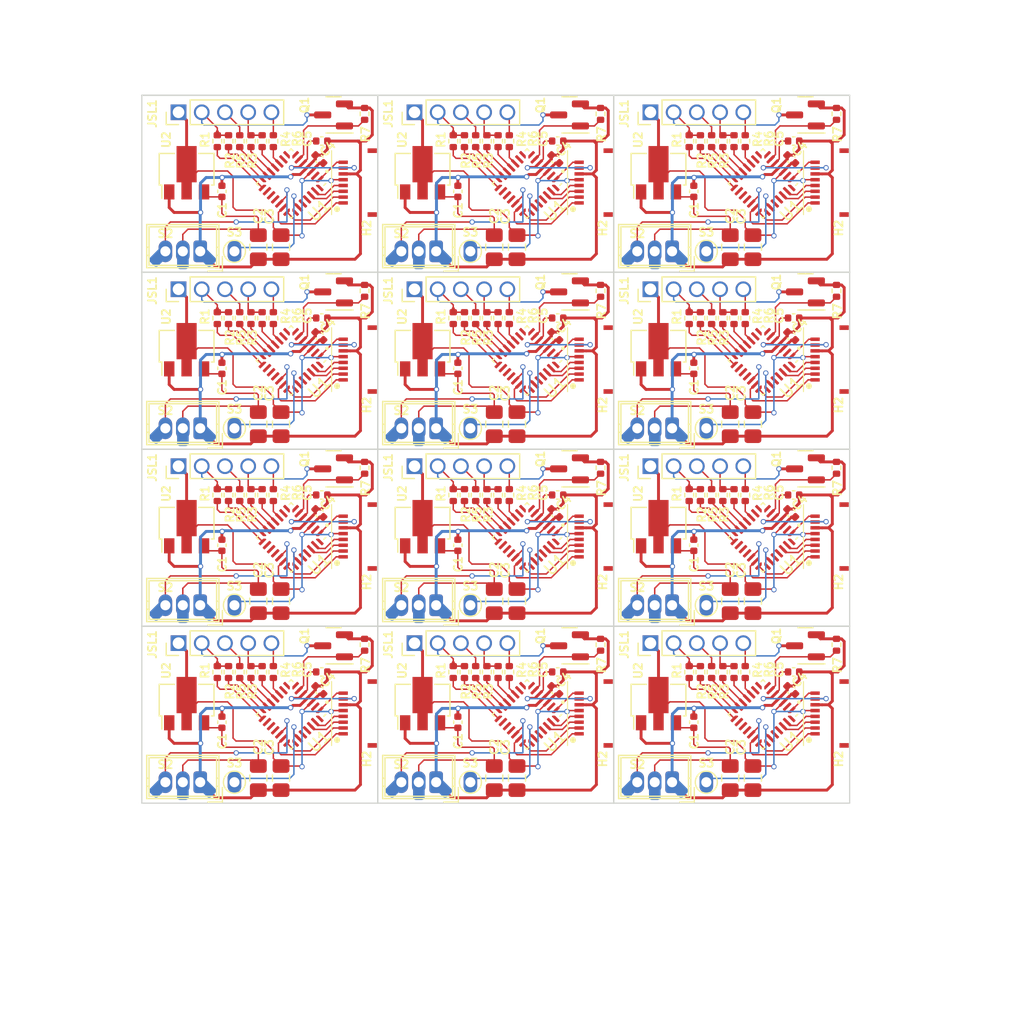
<source format=kicad_pcb>
(kicad_pcb (version 20221018) (generator pcbnew)
  (layers (0 "F.Cu" signal) (31 "B.Cu" signal) (34 "B.Paste" user) (35 "F.Paste" user) (36 "B.SilkS" user "B.Silkscreen") (37 "F.SilkS" user "F.Silkscreen") (38 "B.Mask" user) (39 "F.Mask" user) (44 "Edge.Cuts" user))
  (net 0 "")
  (net 1 "GND")
  (net 2 "/VCC")
  (net 3 "+5V")
  (net 4 "/LED_HEAD")
  (net 5 "/LED_CHASSIS")
  (net 6 "/LED_TAIL")
  (net 7 "/LED_FIRE")
  (net 8 "/HEAD_0")
  (net 9 "/HEAD_1")
  (net 10 "/TAIL_0")
  (net 11 "/TAIL_1")
  (net 12 "/CHASSIS")
  (net 13 "/FIRE")
  (net 14 "/RST")
  (net 15 "/UART_TX")
  (net 16 "/UART_RX")
  (net 17 "/SWCLK")
  (net 18 "/SWDIO")
  (net 19 "/TP1")
  (net 31 "/SW")
  (net 32 "/SG_THRO")
  (net 33 "/SG_BT")
  (footprint "Resistor_SMD:R_0402_1005Metric" (layer "F.Cu") (at 191.876 39.4292 90)
    (fp_text reference "R2")
    (fp_text value "100")
  )
  (footprint "Resistor_SMD:R_0402_1005Metric" (layer "F.Cu") (at 192.8412 69.9092 90)
    (fp_text reference "R5")
    (fp_text value "100")
  )
  (footprint "Connector_PinHeader_2.00mm:PinHeader_1x05_P2.00mm_Vertical" (layer "F.Cu") (at 187.57 52.1825 90)
    (fp_text reference "JSL1")
    (fp_text value "Conn_01x05")
  )
  (footprint "Resistor_SMD:R_0402_1005Metric" (layer "F.Cu") (at 173.4864 69.9092 90)
    (fp_text reference "R3")
    (fp_text value "100")
  )
  (footprint "Resistor_SMD:R_0402_1005Metric" (layer "F.Cu") (at 172.5212 85.1492 90)
    (fp_text reference "R5")
    (fp_text value "100")
  )
  (footprint "Resistor_SMD:R_0402_1005Metric" (layer "F.Cu") (at 183.2768 52.3192 90)
    (fp_text reference "R7")
    (fp_text value "100")
  )
  (footprint "Capacitor_SMD:C_0402_1005Metric" (layer "F.Cu") (at 211.6268 58.9892 90)
    (fp_text reference "C1")
    (fp_text value "100n")
  )
  (footprint "Capacitor_SMD:C_0805_2012Metric_Pad1.18x1.45mm_HandSolder" (layer "F.Cu") (at 196.3988 63.801 -90)
    (fp_text reference "C3")
    (fp_text value "10u")
  )
  (footprint "Capacitor_SMD:C_0402_1005Metric" (layer "F.Cu") (at 170.9868 58.9892 90)
    (fp_text reference "C1")
    (fp_text value "100n")
  )
  (footprint "Resistor_SMD:R_0402_1005Metric" (layer "F.Cu") (at 211.2308 69.9092 90)
    (fp_text reference "R1")
    (fp_text value "100")
  )
  (footprint "Resistor_SMD:R_0402_1005Metric" (layer "F.Cu") (at 183.2768 82.7992 90)
    (fp_text reference "R7")
    (fp_text value "100")
  )
  (footprint "Resistor_SMD:R_0402_1005Metric" (layer "F.Cu") (at 211.2308 54.6692 90)
    (fp_text reference "R1")
    (fp_text value "100")
  )
  (footprint "Resistor_SMD:R_0402_1005Metric" (layer "F.Cu") (at 215.0916 85.1492 90)
    (fp_text reference "R4")
    (fp_text value "100")
  )
  (footprint "Package_DFN_QFN:QFN-28_4x4mm_P0.5mm" (layer "F.Cu") (at 217.5853 58.3146 -135)
    (fp_text reference "U1")
    (fp_text value "STM32G031G8Ux")
  )
  (footprint "Connector_Wuerth:Wuerth_WR-WTB_64800311622_1x03_P1.50mm_Vertical" (layer "F.Cu") (at 169.1192 48.9166 180)
    (fp_text reference "S2")
    (fp_text value "Conn_01x03")
  )
  (footprint "Package_TO_SOT_SMD:SOT-23" (layer "F.Cu") (at 180.6043 52.4092 180)
    (fp_text reference "Q1")
    (fp_text value "NMOS")
  )
  (footprint "Resistor_SMD:R_0402_1005Metric" (layer "F.Cu") (at 203.5968 67.5592 90)
    (fp_text reference "R7")
    (fp_text value "100")
  )
  (footprint "Capacitor_SMD:C_0402_1005Metric" (layer "F.Cu") (at 179.3768 56.2192 135)
    (fp_text reference "C4")
    (fp_text value "100n")
  )
  (footprint "Resistor_SMD:R_0402_1005Metric" (layer "F.Cu") (at 215.0916 69.9092 90)
    (fp_text reference "R4")
    (fp_text value "100")
  )
  (footprint "Resistor_SMD:R_0402_1005Metric" (layer "F.Cu") (at 216.0568 39.4292 90)
    (fp_text reference "R6")
    (fp_text value "100")
  )
  (footprint "Resistor_SMD:R_0402_1005Metric" (layer "F.Cu") (at 192.8412 85.1492 90)
    (fp_text reference "R5")
    (fp_text value "100")
  )
  (footprint "Resistor_SMD:R_0402_1005Metric" (layer "F.Cu") (at 203.5968 37.0792 90)
    (fp_text reference "R7")
    (fp_text value "100")
  )
  (footprint "Resistor_SMD:R_0402_1005Metric" (layer "F.Cu") (at 223.9168 67.5592 90)
    (fp_text reference "R7")
    (fp_text value "100")
  )
  (footprint "Connector_PinHeader_2.00mm:PinHeader_1x05_P2.00mm_Vertical" (layer "F.Cu") (at 167.25 52.1825 90)
    (fp_text reference "JSL1")
    (fp_text value "Conn_01x05")
  )
  (footprint "Resistor_SMD:R_0402_1005Metric" (layer "F.Cu") (at 173.4864 54.6692 90)
    (fp_text reference "R3")
    (fp_text value "100")
  )
  (footprint "Capacitor_SMD:C_0402_1005Metric" (layer "F.Cu") (at 199.9068 85.1392)
    (fp_text reference "C5")
    (fp_text value "100n")
  )
  (footprint "Capacitor_SMD:C_0402_1005Metric" (layer "F.Cu") (at 199.6968 86.6992 135)
    (fp_text reference "C4")
    (fp_text value "100n")
  )
  (footprint "Resistor_SMD:R_0402_1005Metric" (layer "F.Cu") (at 194.7716 69.9092 90)
    (fp_text reference "R4")
    (fp_text value "100")
  )
  (footprint "Resistor_SMD:R_0402_1005Metric" (layer "F.Cu") (at 175.4168 69.9092 90)
    (fp_text reference "R6")
    (fp_text value "100")
  )
  (footprint "Resistor_SMD:R_0402_1005Metric" (layer "F.Cu") (at 175.4168 85.1492 90)
    (fp_text reference "R6")
    (fp_text value "100")
  )
  (footprint "Connector_PinHeader_2.00mm:PinHeader_1x05_P2.00mm_Vertical" (layer "F.Cu") (at 167.25 67.4225 90)
    (fp_text reference "JSL1")
    (fp_text value "Conn_01x05")
  )
  (footprint "Capacitor_SMD:C_0402_1005Metric" (layer "F.Cu") (at 211.6268 74.2292 90)
    (fp_text reference "C1")
    (fp_text value "100n")
  )
  (footprint "Capacitor_SMD:C_0402_1005Metric" (layer "F.Cu") (at 220.0168 40.9792 135)
    (fp_text reference "C4")
    (fp_text value "100n")
  )
  (footprint "Capacitor_SMD:C_0402_1005Metric" (layer "F.Cu") (at 170.9868 74.2292 90)
    (fp_text reference "C1")
    (fp_text value "100n")
  )
  (footprint "Resistor_SMD:R_0402_1005Metric" (layer "F.Cu") (at 194.7716 39.4292 90)
    (fp_text reference "R4")
    (fp_text value "100")
  )
  (footprint "Resistor_SMD:R_0402_1005Metric" (layer "F.Cu") (at 203.5968 52.3192 90)
    (fp_text reference "R7")
    (fp_text value "100")
  )
  (footprint "Package_DFN_QFN:QFN-28_4x4mm_P0.5mm" (layer "F.Cu") (at 217.5853 43.0746 -135)
    (fp_text reference "U1")
    (fp_text value "STM32G031G8Ux")
  )
  (footprint "Resistor_SMD:R_0402_1005Metric" (layer "F.Cu") (at 190.9108 85.1492 90)
    (fp_text reference "R1")
    (fp_text value "100")
  )
  (footprint "Resistor_SMD:R_0402_1005Metric" (layer "F.Cu") (at 212.196 54.6692 90)
    (fp_text reference "R2")
    (fp_text value "100")
  )
  (footprint "Connector_Wuerth:Wuerth_WR-WTB_64800311622_1x03_P1.50mm_Vertical" (layer "F.Cu") (at 189.4392 94.6366 180)
    (fp_text reference "S2")
    (fp_text value "Conn_01x03")
  )
  (footprint "Resistor_SMD:R_0402_1005Metric" (layer "F.Cu") (at 190.9108 54.6692 90)
    (fp_text reference "R1")
    (fp_text value "100")
  )
  (footprint "Connector_Wuerth:Wuerth_WR-WTB_64800311622_1x03_P1.50mm_Vertical" (layer "F.Cu") (at 189.4392 79.3966 180)
    (fp_text reference "S2")
    (fp_text value "Conn_01x03")
  )
  (footprint "Resistor_SMD:R_0402_1005Metric" (layer "F.Cu") (at 214.1264 54.6692 90)
    (fp_text reference "R3")
    (fp_text value "100")
  )
  (footprint "Resistor_SMD:R_0402_1005Metric" (layer "F.Cu") (at 171.556 69.9092 90)
    (fp_text reference "R2")
    (fp_text value "100")
  )
  (footprint "Capacitor_SMD:C_0402_1005Metric" (layer "F.Cu") (at 179.5868 69.8992)
    (fp_text reference "C5")
    (fp_text value "100n")
  )
  (footprint "Package_TO_SOT_SMD:SOT-89-3" (layer "F.Cu") (at 188.2668 87.5692 90)
    (fp_text reference "U2")
    (fp_text value "AMS1117-3.3")
  )
  (footprint "Capacitor_SMD:C_0805_2012Metric_Pad1.18x1.45mm_HandSolder" (layer "F.Cu") (at 216.7188 63.801 -90)
    (fp_text reference "C3")
    (fp_text value "10u")
  )
  (footprint "Package_TO_SOT_SMD:SOT-23" (layer "F.Cu") (at 221.2443 67.6492 180)
    (fp_text reference "Q1")
    (fp_text value "NMOS")
  )
  (footprint "Resistor_SMD:R_0402_1005Metric" (layer "F.Cu") (at 192.8412 39.4292 90)
    (fp_text reference "R5")
    (fp_text value "100")
  )
  (footprint "Resistor_SMD:R_0402_1005Metric" (layer "F.Cu") (at 192.8412 54.6692 90)
    (fp_text reference "R5")
    (fp_text value "100")
  )
  (footprint "Package_DFN_QFN:QFN-28_4x4mm_P0.5mm" (layer "F.Cu") (at 197.2653 73.5546 -135)
    (fp_text reference "U1")
    (fp_text value "STM32G031G8Ux")
  )
  (footprint "Connector_PinHeader_2.00mm:PinHeader_1x05_P2.00mm_Vertical" (layer "F.Cu") (at 207.89 67.4225 90)
    (fp_text reference "JSL1")
    (fp_text value "Conn_01x05")
  )
  (footprint "Resistor_SMD:R_0402_1005Metric" (layer "F.Cu") (at 223.9168 52.3192 90)
    (fp_text reference "R7")
    (fp_text value "100")
  )
  (footprint "Capacitor_SMD:C_0402_1005Metric" (layer "F.Cu") (at 199.6968 56.2192 135)
    (fp_text reference "C4")
    (fp_text value "100n")
  )
  (footprint "TestPoint:TestPoint_THTPad_D1.5mm_Drill0.7mm" (layer "F.Cu") (at 212.7056 64.1566)
    (fp_text reference "S3")
    (fp_text value "Conn_01x01")
  )
  (footprint "Resistor_SMD:R_0402_1005Metric" (layer "F.Cu") (at 212.196 85.1492 90)
    (fp_text reference "R2")
    (fp_text value "100")
  )
  (footprint "TestPoint:TestPoint_THTPad_D1.5mm_Drill0.7mm" (layer "F.Cu") (at 212.7056 79.3966)
    (fp_text reference "S3")
    (fp_text value "Conn_01x01")
  )
  (footprint "Package_TO_SOT_SMD:SOT-89-3" (layer "F.Cu") (at 188.2668 72.3292 90)
    (fp_text reference "U2")
    (fp_text value "AMS1117-3.3")
  )
  (footprint "Package_DFN_QFN:QFN-28_4x4mm_P0.5mm" (layer "F.Cu") (at 197.2653 43.0746 -135)
    (fp_text reference "U1")
    (fp_text value "STM32G031G8Ux")
  )
  (footprint "TestPoint:TestPoint_THTPad_D1.5mm_Drill0.7mm" (layer "F.Cu") (at 212.7056 48.9166)
    (fp_text reference "S3")
    (fp_text value "Conn_01x01")
  )
  (footprint "Capacitor_SMD:C_0402_1005Metric" (layer "F.Cu") (at 191.3068 74.2292 90)
    (fp_text reference "C1")
    (fp_text value "100n")
  )
  (footprint "Capacitor_SMD:C_0805_2012Metric_Pad1.18x1.45mm_HandSolder" (layer "F.Cu") (at 194.443 94.281 -90)
    (fp_text reference "C2")
    (fp_text value "10u")
  )
  (footprint "Resistor_SMD:R_0402_1005Metric" (layer "F.Cu") (at 223.9168 37.0792 90)
    (fp_text reference "R7")
    (fp_text value "100")
  )
  (footprint "Capacitor_SMD:C_0805_2012Metric_Pad1.18x1.45mm_HandSolder" (layer "F.Cu") (at 194.443 48.561 -90)
    (fp_text reference "C2")
    (fp_text value "10u")
  )
  (footprint "Resistor_SMD:R_0402_1005Metric" (layer "F.Cu") (at 172.5212 54.6692 90)
    (fp_text reference "R5")
    (fp_text value "100")
  )
  (footprint "Capacitor_SMD:C_0402_1005Metric" (layer "F.Cu") (at 179.3768 71.4592 135)
    (fp_text reference "C4")
    (fp_text value "100n")
  )
  (footprint "Connector_PinHeader_2.00mm:PinHeader_1x05_P2.00mm_Vertical" (layer "F.Cu") (at 167.25 82.6625 90)
    (fp_text reference "JSL1")
    (fp_text value "Conn_01x05")
  )
  (footprint "Connector_FFC-FPC:TE_0-1734839-8_1x08-1MP_P0.5mm_Horizontal" (layer "F.Cu") (at 202.6778 73.4784 90)
    (fp_text reference "H2")
    (fp_text value "Conn_01x08" hide)
  )
  (footprint "Resistor_SMD:R_0402_1005Metric" (layer "F.Cu") (at 213.1612 39.4292 90)
    (fp_text reference "R5")
    (fp_text value "100")
  )
  (footprint "Capacitor_SMD:C_0805_2012Metric_Pad1.18x1.45mm_HandSolder" (layer "F.Cu") (at 214.763 94.281 -90)
    (fp_text reference "C2")
    (fp_text value "10u")
  )
  (footprint "Capacitor_SMD:C_0402_1005Metric" (layer "F.Cu") (at 199.9068 54.6592)
    (fp_text reference "C5")
    (fp_text value "100n")
  )
  (footprint "Resistor_SMD:R_0402_1005Metric" (layer "F.Cu") (at 194.7716 54.6692 90)
    (fp_text reference "R4")
    (fp_text value "100")
  )
  (footprint "Resistor_SMD:R_0402_1005Metric" (layer "F.Cu") (at 183.2768 67.5592 90)
    (fp_text reference "R7")
    (fp_text value "100")
  )
  (footprint "TestPoint:TestPoint_THTPad_D1.5mm_Drill0.7mm" (layer "F.Cu") (at 172.0656 64.1566)
    (fp_text reference "S3")
    (fp_text value "Conn_01x01")
  )
  (footprint "Connector_Wuerth:Wuerth_WR-WTB_64800311622_1x03_P1.50mm_Vertical" (layer "F.Cu") (at 169.1192 94.6366 180)
    (fp_text reference "S2")
    (fp_text value "Conn_01x03")
  )
  (footprint "Capacitor_SMD:C_0805_2012Metric_Pad1.18x1.45mm_HandSolder" (layer "F.Cu") (at 176.0788 48.561 -90)
    (fp_text reference "C3")
    (fp_text value "10u")
  )
  (footprint "Package_TO_SOT_SMD:SOT-89-3" (layer "F.Cu") (at 188.2668 41.8492 90)
    (fp_text reference "U2")
    (fp_text value "AMS1117-3.3")
  )
  (footprint "Connector_FFC-FPC:TE_0-1734839-8_1x08-1MP_P0.5mm_Horizontal" (layer "F.Cu") (at 202.6778 42.9984 90)
    (fp_text reference "H2")
    (fp_text value "Conn_01x08" hide)
  )
  (footprint "Connector_Wuerth:Wuerth_WR-WTB_64800311622_1x03_P1.50mm_Vertical" (layer "F.Cu") (at 209.7592 64.1566 180)
    (fp_text reference "S2")
    (fp_text value "Conn_01x03")
  )
  (footprint "Package_TO_SOT_SMD:SOT-23" (layer "F.Cu") (at 221.2443 52.4092 180)
    (fp_text reference "Q1")
    (fp_text value "NMOS")
  )
  (footprint "Resistor_SMD:R_0402_1005Metric" (layer "F.Cu") (at 214.1264 85.1492 90)
    (fp_text reference "R3")
    (fp_text value "100")
  )
  (footprint "Package_TO_SOT_SMD:SOT-23" (layer "F.Cu") (at 200.9243 52.4092 180)
    (fp_text reference "Q1")
    (fp_text value "NMOS")
  )
  (footprint "Resistor_SMD:R_0402_1005Metric" (layer "F.Cu") (at 195.7368 85.1492 90)
    (fp_text reference "R6")
    (fp_text value "100")
  )
  (footprint "Resistor_SMD:R_0402_1005Metric" (layer "F.Cu") (at 170.5908 39.4292 90)
    (fp_text reference "R1")
    (fp_text value "100")
  )
  (footprint "Resistor_SMD:R_0402_1005Metric" (layer "F.Cu") (at 212.196 69.9092 90)
    (fp_text reference "R2")
    (fp_text value "100")
  )
  (footprint "Resistor_SMD:R_0402_1005Metric" (layer "F.Cu") (at 215.0916 39.4292 90)
    (fp_text reference "R4")
    (fp_text value "100")
  )
  (footprint "Connector_PinHeader_2.00mm:PinHeader_1x05_P2.00mm_Vertical" (layer "F.Cu") (at 207.89 52.1825 90)
    (fp_text reference "JSL1")
    (fp_text value "Conn_01x05")
  )
  (footprint "Connector_PinHeader_2.00mm:PinHeader_1x05_P2.00mm_Vertical" (layer "F.Cu") (at 207.89 82.6625 90)
    (fp_text reference "JSL1")
    (fp_text value "Conn_01x05")
  )
  (footprint "Capacitor_SMD:C_0805_2012Metric_Pad1.18x1.45mm_HandSolder" (layer "F.Cu") (at 194.443 63.801 -90)
    (fp_text reference "C2")
    (fp_text value "10u")
  )
  (footprint "Capacitor_SMD:C_0805_2012Metric_Pad1.18x1.45mm_HandSolder" (layer "F.Cu") (at 176.0788 63.801 -90)
    (fp_text reference "C3")
    (fp_text value "10u")
  )
  (footprint "Connector_Wuerth:Wuerth_WR-WTB_64800311622_1x03_P1.50mm_Vertical" (layer "F.Cu") (at 169.1192 64.1566 180)
    (fp_text reference "S2")
    (fp_text value "Conn_01x03")
  )
  (footprint "Package_DFN_QFN:QFN-28_4x4mm_P0.5mm" (layer "F.Cu") (at 176.9453 58.3146 -135)
    (fp_text reference "U1")
    (fp_text value "STM32G031G8Ux")
  )
  (footprint "Connector_PinHeader_2.00mm:PinHeader_1x05_P2.00mm_Vertical" (layer "F.Cu") (at 187.57 67.4225 90)
    (fp_text reference "JSL1")
    (fp_text value "Conn_01x05")
  )
  (footprint "Capacitor_SMD:C_0402_1005Metric" (layer "F.Cu") (at 179.3768 40.9792 135)
    (fp_text reference "C4")
    (fp_text value "100n")
  )
  (footprint "Resistor_SMD:R_0402_1005Metric" (layer "F.Cu") (at 214.1264 39.4292 90)
    (fp_text reference "R3")
    (fp_text value "100")
  )
  (footprint "Capacitor_SMD:C_0805_2012Metric_Pad1.18x1.45mm_HandSolder" (layer "F.Cu") (at 196.3988 79.041 -90)
    (fp_text reference "C3")
    (fp_text value "10u")
  )
  (footprint "Package_TO_SOT_SMD:SOT-89-3" (layer "F.Cu") (at 167.9468 41.8492 90)
    (fp_text reference "U2")
    (fp_text value "AMS1117-3.3")
  )
  (footprint "Capacitor_SMD:C_0805_2012Metric_Pad1.18x1.45mm_HandSolder" (layer "F.Cu") (at 216.7188 79.041 -90)
    (fp_text reference "C3")
    (fp_text value "10u")
  )
  (footprint "Package_TO_SOT_SMD:SOT-89-3" (layer "F.Cu") (at 208.5868 72.3292 90)
    (fp_text reference "U2")
    (fp_text value "AMS1117-3.3")
  )
  (footprint "Package_TO_SOT_SMD:SOT-23" (layer "F.Cu") (at 221.2443 82.8892 180)
    (fp_text reference "Q1")
    (fp_text value "NMOS")
  )
  (footprint "Capacitor_SMD:C_0805_2012Metric_Pad1.18x1.45mm_HandSolder" (layer "F.Cu") (at 216.7188 94.281 -90)
    (fp_text reference "C3")
    (fp_text value "10u")
  )
  (footprint "Package_DFN_QFN:QFN-28_4x4mm_P0.5mm" (layer "F.Cu") (at 217.5853 88.7946 -135)
    (fp_text reference "U1")
    (fp_text value "STM32G031G8Ux")
  )
  (footprint "Capacitor_SMD:C_0402_1005Metric" (layer "F.Cu") (at 170.9868 89.4692 90)
    (fp_text reference "C1")
    (fp_text value "100n")
  )
  (footprint "Resistor_SMD:R_0402_1005Metric" (layer "F.Cu") (at 216.0568 85.1492 90)
    (fp_text reference "R6")
    (fp_text value "100")
  )
  (footprint "Connector_FFC-FPC:TE_0-1734839-8_1x08-1MP_P0.5mm_Horizontal" (layer "F.Cu") (at 222.9978 73.4784 90)
    (fp_text reference "H2")
    (fp_text value "Conn_01x08" hide)
  )
  (footprint "Connector_PinHeader_2.00mm:PinHeader_1x05_P2.00mm_Vertical" (layer "F.Cu") (at 187.57 36.9425 90)
    (fp_text reference "JSL1")
    (fp_text value "Conn_01x05")
  )
  (footprint "Resistor_SMD:R_0402_1005Metric" (layer "F.Cu") (at 212.196 39.4292 90)
    (fp_text reference "R2")
    (fp_text value "100")
  )
  (footprint "Package_DFN_QFN:QFN-28_4x4mm_P0.5mm" (layer "F.Cu") (at 176.9453 88.7946 -135)
    (fp_text reference "U1")
    (fp_text value "STM32G031G8Ux")
  )
  (footprint "Resistor_SMD:R_0402_1005Metric" (layer "F.Cu") (at 170.5908 85.1492 90)
    (fp_text reference "R1")
    (fp_text value "100")
  )
  (footprint "Resistor_SMD:R_0402_1005Metric" (layer "F.Cu") (at 213.1612 85.1492 90)
    (fp_text reference "R5")
    (fp_text value "100")
  )
  (footprint "Capacitor_SMD:C_0805_2012Metric_Pad1.18x1.45mm_HandSolder" (layer "F.Cu") (at 176.0788 79.041 -90)
    (fp_text reference "C3")
    (fp_text value "10u")
  )
  (footprint "Resistor_SMD:R_0402_1005Metric" (layer "F.Cu") (at 211.2308 85.1492 90)
    (fp_text reference "R1")
    (fp_text value "100")
  )
  (footprint "Resistor_SMD:R_0402_1005Metric" (layer "F.Cu") (at 213.1612 69.9092 90)
    (fp_text reference "R5")
    (fp_text value "100")
  )
  (footprint "Capacitor_SMD:C_0402_1005Metric" (layer "F.Cu") (at 179.3768 86.6992 135)
    (fp_text reference "C4")
    (fp_text value "100n")
  )
  (footprint "Capacitor_SMD:C_0805_2012Metric_Pad1.18x1.45mm_HandSolder" (layer "F.Cu") (at 214.763 79.041 -90)
    (fp_text reference "C2")
    (fp_text value "10u")
  )
  (footprint "Resistor_SMD:R_0402_1005Metric" (layer "F.Cu") (at 193.8064 69.9092 90)
    (fp_text reference "R3")
    (fp_text value "100")
  )
  (footprint "Capacitor_SMD:C_0402_1005Metric" (layer "F.Cu") (at 211.6268 89.4692 90)
    (fp_text reference "C1")
    (fp_text value "100n")
  )
  (footprint "Connector_PinHeader_2.00mm:PinHeader_1x05_P2.00mm_Vertical" (layer "F.Cu") (at 207.89 36.9425 90)
    (fp_text reference "JSL1")
    (fp_text value "Conn_01x05")
  )
  (footprint "Resistor_SMD:R_0402_1005Metric" (layer "F.Cu") (at 191.876 69.9092 90)
    (fp_text reference "R2")
    (fp_text value "100")
  )
  (footprint "Connector_FFC-FPC:TE_0-1734839-8_1x08-1MP_P0.5mm_Horizontal" (layer "F.Cu") (at 222.9978 58.2384 90)
    (fp_text reference "H2")
    (fp_text value "Conn_01x08" hide)
  )
  (footprint "Capacitor_SMD:C_0402_1005Metric" (layer "F.Cu") (at 220.0168 71.4592 135)
    (fp_text reference "C4")
    (fp_text value "100n")
  )
  (footprint "Resistor_SMD:R_0402_1005Metric" (layer "F.Cu") (at 190.9108 69.9092 90)
    (fp_text reference "R1")
    (fp_text value "100")
  )
  (footprint "Capacitor_SMD:C_0402_1005Metric" (layer "F.Cu") (at 170.9868 43.7492 90)
    (fp_text reference "C1")
    (fp_text value "100n")
  )
  (footprint "Connector_PinHeader_2.00mm:PinHeader_1x05_P2.00mm_Vertical" (layer "F.Cu") (at 167.25 36.9425 90)
    (fp_text reference "JSL1")
    (fp_text value "Conn_01x05")
  )
  (footprint "TestPoint:TestPoint_THTPad_D1.5mm_Drill0.7mm" (layer "F.Cu") (at 192.3856 94.6366)
    (fp_text reference "S3")
    (fp_text value "Conn_01x01")
  )
  (footprint "Capacitor_SMD:C_0402_1005Metric" (layer "F.Cu") (at 191.3068 58.9892 90)
    (fp_text reference "C1")
    (fp_text value "100n")
  )
  (footprint "Capacitor_SMD:C_0805_2012Metric_Pad1.18x1.45mm_HandSolder" (layer "F.Cu") (at 196.3988 94.281 -90)
    (fp_text reference "C3")
    (fp_text value "10u")
  )
  (footprint "Resistor_SMD:R_0402_1005Metric" (layer "F.Cu") (at 223.9168 82.7992 90)
    (fp_text reference "R7")
    (fp_text value "100")
  )
  (footprint "Package_TO_SOT_SMD:SOT-89-3" (layer "F.Cu") (at 208.5868 87.5692 90)
    (fp_text reference "U2")
    (fp_text value "AMS1117-3.3")
  )
  (footprint "Connector_FFC-FPC:TE_0-1734839-8_1x08-1MP_P0.5mm_Horizontal" (layer "F.Cu") (at 182.3578 58.2384 90)
    (fp_text reference "H2")
    (fp_text value "Conn_01x08" hide)
  )
  (footprint "Resistor_SMD:R_0402_1005Metric" (layer "F.Cu") (at 174.4516 39.4292 90)
    (fp_text reference "R4")
    (fp_text value "100")
  )
  (footprint "Package_TO_SOT_SMD:SOT-23" (layer "F.Cu") (at 200.9243 67.6492 180)
    (fp_text reference "Q1")
    (fp_text value "NMOS")
  )
  (footprint "Capacitor_SMD:C_0402_1005Metric" (layer "F.Cu") (at 179.5868 85.1392)
    (fp_text reference "C5")
    (fp_text value "100n")
  )
  (footprint "Connector_FFC-FPC:TE_0-1734839-8_1x08-1MP_P0.5mm_Horizontal" (layer "F.Cu") (at 222.9978 88.7184 90)
    (fp_text reference "H2")
    (fp_text value "Conn_01x08" hide)
  )
  (footprint "Resistor_SMD:R_0402_1005Metric" (layer "F.Cu") (at 216.0568 69.9092 90)
    (fp_text reference "R6")
    (fp_text value "100")
  )
  (footprint "Resistor_SMD:R_0402_1005Metric" (layer "F.Cu") (at 173.4864 85.1492 90)
    (fp_text reference "R3")
    (fp_text value "100")
  )
  (footprint "Capacitor_SMD:C_0402_1005Metric" (layer "F.Cu") (at 220.2268 69.8992)
    (fp_text reference "C5")
    (fp_text value "100n")
  )
  (footprint "Resistor_SMD:R_0402_1005Metric" (layer "F.Cu") (at 175.4168 39.4292 90)
    (fp_text reference "R6")
    (fp_text value "100")
  )
  (footprint "Package_TO_SOT_SMD:SOT-23" (layer "F.Cu") (at 180.6043 82.8892 180)
    (fp_text reference "Q1")
    (fp_text value "NMOS")
  )
  (footprint "Package_DFN_QFN:QFN-28_4x4mm_P0.5mm" (layer "F.Cu") (at 176.9453 73.5546 -135)
    (fp_text reference "U1")
    (fp_text value "STM32G031G8Ux")
  )
  (footprint "Resistor_SMD:R_0402_1005Metric" (layer "F.Cu") (at 174.4516 69.9092 90)
    (fp_text reference "R4")
    (fp_text value "100")
  )
  (footprint "Capacitor_SMD:C_0402_1005Metric" (layer "F.Cu") (at 220.2268 85.1392)
    (fp_text reference "C5")
    (fp_text value "100n")
  )
  (footprint "Package_TO_SOT_SMD:SOT-89-3" (layer "F.Cu") (at 208.5868 41.8492 90)
    (fp_text reference "U2")
    (fp_text value "AMS1117-3.3")
  )
  (footprint "Package_TO_SOT_SMD:SOT-89-3" (layer "F.Cu") (at 167.9468 72.3292 90)
    (fp_text reference "U2")
    (fp_text value "AMS1117-3.3")
  )
  (footprint "Capacitor_SMD:C_0805_2012Metric_Pad1.18x1.45mm_HandSolder" (layer "F.Cu") (at 174.123 63.801 -90)
    (fp_text reference "C2")
    (fp_text value "10u")
  )
  (footprint "Resistor_SMD:R_0402_1005Metric" (layer "F.Cu") (at 190.9108 39.4292 90)
    (fp_text reference "R1")
    (fp_text value "100")
  )
  (footprint "Capacitor_SMD:C_0805_2012Metric_Pad1.18x1.45mm_HandSolder" (layer "F.Cu") (at 174.123 94.281 -90)
    (fp_text reference "C2")
    (fp_text value "10u")
  )
  (footprint "Capacitor_SMD:C_0805_2012Metric_Pad1.18x1.45mm_HandSolder" (layer "F.Cu") (at 174.123 48.561 -90)
    (fp_text reference "C2")
    (fp_text value "10u")
  )
  (footprint "Resistor_SMD:R_0402_1005Metric" (layer "F.Cu") (at 172.5212 39.4292 90)
    (fp_text reference "R5")
    (fp_text value "100")
  )
  (footprint "Resistor_SMD:R_0402_1005Metric" (layer "F.Cu") (at 193.8064 85.1492 90)
    (fp_text reference "R3")
    (fp_text value "100")
  )
  (footprint "TestPoint:TestPoint_THTPad_D1.5mm_Drill0.7mm" (layer "F.Cu") (at 212.7056 94.6366)
    (fp_text reference "S3")
    (fp_text value "Conn_01x01")
  )
  (footprint "Capacitor_SMD:C_0805_2012Metric_Pad1.18x1.45mm_HandSolder" (layer "F.Cu") (at 196.3988 48.561 -90)
    (fp_text reference "C3")
    (fp_text value "10u")
  )
  (footprint "Package_TO_SOT_SMD:SOT-23" (layer "F.Cu") (at 221.2443 37.1692 180)
    (fp_text reference "Q1")
    (fp_text value "NMOS")
  )
  (footprint "Connector_FFC-FPC:TE_0-1734839-8_1x08-1MP_P0.5mm_Horizontal" (layer "F.Cu") (at 202.6778 58.2384 90)
    (fp_text reference "H2")
    (fp_text value "Conn_01x08" hide)
  )
  (footprint "Capacitor_SMD:C_0402_1005Metric" (layer "F.Cu") (at 199.6968 71.4592 135)
    (fp_text reference "C4")
    (fp_text value "100n")
  )
  (footprint "Connector_Wuerth:Wuerth_WR-WTB_64800311622_1x03_P1.50mm_Vertical" (layer "F.Cu") (at 209.7592 79.3966 180)
    (fp_text reference "S2")
    (fp_text value "Conn_01x03")
  )
  (footprint "Connector_PinHeader_2.00mm:PinHeader_1x05_P2.00mm_Vertical" (layer "F.Cu") (at 187.57 82.6625 90)
    (fp_text reference "JSL1")
    (fp_text value "Conn_01x05")
  )
  (footprint "Capacitor_SMD:C_0402_1005Metric" (layer "F.Cu") (at 191.3068 43.7492 90)
    (fp_text reference "C1")
    (fp_text value "100n")
  )
  (footprint "Capacitor_SMD:C_0805_2012Metric_Pad1.18x1.45mm_HandSolder" (layer "F.Cu") (at 174.123 79.041 -90)
    (fp_text reference "C2")
    (fp_text value "10u")
  )
  (footprint "Package_DFN_QFN:QFN-28_4x4mm_P0.5mm" (layer "F.Cu") (at 217.5853 73.5546 -135)
    (fp_text reference "U1")
    (fp_text value "STM32G031G8Ux")
  )
  (footprint "Resistor_SMD:R_0402_1005Metric" (layer "F.Cu") (at 215.0916 54.6692 90)
    (fp_text reference "R4")
    (fp_text value "100")
  )
  (footprint "Resistor_SMD:R_0402_1005Metric" (layer "F.Cu") (at 171.556 39.4292 90)
    (fp_text reference "R2")
    (fp_text value "100")
  )
  (footprint "Capacitor_SMD:C_0805_2012Metric_Pad1.18x1.45mm_HandSolder" (layer "F.Cu") (at 176.0788 94.281 -90)
    (fp_text reference "C3")
    (fp_text value "10u")
  )
  (footprint "Capacitor_SMD:C_0402_1005Metric" (layer "F.Cu") (at 199.9068 39.4192)
    (fp_text reference "C5")
    (fp_text value "100n")
  )
  (footprint "Capacitor_SMD:C_0402_1005Metric" (layer "F.Cu") (at 199.9068 69.8992)
    (fp_text reference "C5")
    (fp_text value "100n")
  )
  (footprint "Capacitor_SMD:C_0402_1005Metric" (layer "F.Cu") (at 179.5868 54.6592)
    (fp_text reference "C5")
    (fp_text value "100n")
  )
  (footprint "Package_DFN_QFN:QFN-28_4x4mm_P0.5mm" (layer "F.Cu") (at 197.2653 58.3146 -135)
    (fp_text reference "U1")
    (fp_text value "STM32G031G8Ux")
  )
  (footprint "Connector_Wuerth:Wuerth_WR-WTB_64800311622_1x03_P1.50mm_Vertical" (layer "F.Cu") (at 209.7592 48.9166 180)
    (fp_text reference "S2")
    (fp_text value "Conn_01x03")
  )
  (footprint "Resistor_SMD:R_0402_1005Metric" (layer "F.Cu") (at 170.5908 69.9092 90)
    (fp_text reference "R1")
    (fp_text value "100")
  )
  (footprint "Capacitor_SMD:C_0402_1005Metric" (layer "F.Cu") (at 199.6968 40.9792 135)
    (fp_text reference "C4")
    (fp_text value "100n")
  )
  (footprint "Resistor_SMD:R_0402_1005Metric" (layer "F.Cu") (at 171.556 85.1492 90)
    (fp_text reference "R2")
    (fp_text value "100")
  )
  (footprint "TestPoint:TestPoint_THTPad_D1.5mm_Drill0.7mm" (layer "F.Cu") (at 192.3856 48.9166)
    (fp_text reference "S3")
    (fp_text value "Conn_01x01")
  )
  (footprint "Capacitor_SMD:C_0402_1005Metric" (layer "F.Cu") (at 211.6268 43.7492 90)
    (fp_text reference "C1")
    (fp_text value "100n")
  )
  (footprint "Capacitor_SMD:C_0402_1005Metric" (layer "F.Cu") (at 220.2268 39.4192)
    (fp_text reference "C5")
    (fp_text value "100n")
  )
  (footprint "TestPoint:TestPoint_THTPad_D1.5mm_Drill0.7mm" (layer "F.Cu") (at 172.0656 48.9166)
    (fp_text reference "S3")
    (fp_text value "Conn_01x01")
  )
  (footprint "Package_TO_SOT_SMD:SOT-23" (layer "F.Cu") (at 200.9243 37.1692 180)
    (fp_text reference "Q1")
    (fp_text value "NMOS")
  )
  (footprint "Connector_Wuerth:Wuerth_WR-WTB_64800311622_1x03_P1.50mm_Vertical" (layer "F.Cu") (at 169.1192 79.3966 180)
    (fp_text reference "S2")
    (fp_text value "Conn_01x03")
  )
  (footprint "Resistor_SMD:R_0402_1005Metric" (layer "F.Cu") (at 170.5908 54.6692 90)
    (fp_text reference "R1")
    (fp_text value "100")
  )
  (footprint "Resistor_SMD:R_0402_1005Metric" (layer "F.Cu") (at 173.4864 39.4292 90)
    (fp_text reference "R3")
    (fp_text value "100")
  )
  (footprint "TestPoint:TestPoint_THTPad_D1.5mm_Drill0.7mm" (layer "F.Cu") (at 172.0656 94.6366)
    (fp_text reference "S3")
    (fp_text value "Conn_01x01")
  )
  (footprint "Package_TO_SOT_SMD:SOT-89-3" (layer "F.Cu") (at 167.9468 87.5692 90)
    (fp_text reference "U2")
    (fp_text value "AMS1117-3.3")
  )
  (footprint "Resistor_SMD:R_0402_1005Metric" (layer "F.Cu") (at 195.7368 54.6692 90)
    (fp_text reference "R6")
    (fp_text value "100")
  )
  (footprint "Capacitor_SMD:C_0402_1005Metric" (layer "F.Cu") (at 220.0168 86.6992 135)
    (fp_text reference "C4")
    (fp_text value "100n")
  )
  (footprint "Package_TO_SOT_SMD:SOT-23" (layer "F.Cu") (at 180.6043 67.6492 180)
    (fp_text reference "Q1")
    (fp_text value "NMOS")
  )
  (footprint "Resistor_SMD:R_0402_1005Metric" (layer "F.Cu") (at 194.7716 85.1492 90)
    (fp_text reference "R4")
    (fp_text value "100")
  )
  (footprint "Capacitor_SMD:C_0805_2012Metric_Pad1.18x1.45mm_HandSolder" (layer "F.Cu") (at 214.763 48.561 -90)
    (fp_text reference "C2")
    (fp_text value "10u")
  )
  (footprint "Resistor_SMD:R_0402_1005Metric" (layer "F.Cu") (at 174.4516 85.1492 90)
    (fp_text reference "R4")
    (fp_text value "100")
  )
  (footprint "TestPoint:TestPoint_THTPad_D1.5mm_Drill0.7mm" (layer "F.Cu") (at 172.0656 79.3966)
    (fp_text reference "S3")
    (fp_text value "Conn_01x01")
  )
  (footprint "Resistor_SMD:R_0402_1005Metric" (layer "F.Cu") (at 191.876 85.1492 90)
    (fp_text reference "R2")
    (fp_text value "100")
  )
  (footprint "Capacitor_SMD:C_0805_2012Metric_Pad1.18x1.45mm_HandSolder" (layer "F.Cu") (at 216.7188 48.561 -90)
    (fp_text reference "C3")
    (fp_text value "10u")
  )
  (footprint "Package_TO_SOT_SMD:SOT-89-3" (layer "F.Cu") (at 188.2668 57.0892 90)
    (fp_text reference "U2")
    (fp_text value "AMS1117-3.3")
  )
  (footprint "Capacitor_SMD:C_0402_1005Metric" (layer "F.Cu") (at 179.5868 39.4192)
    (fp_text reference "C5")
    (fp_text value "100n")
  )
  (footprint "Capacitor_SMD:C_0402_1005Metric" (layer "F.Cu") (at 191.3068 89.4692 90)
    (fp_text reference "C1")
    (fp_text value "100n")
  )
  (footprint "Capacitor_SMD:C_0805_2012Metric_Pad1.18x1.45mm_HandSolder" (layer "F.Cu") (at 214.763 63.801 -90)
    (fp_text reference "C2")
    (fp_text value "10u")
  )
  (footprint "Capacitor_SMD:C_0402_1005Metric" (layer "F.Cu") (at 220.2268 54.6592)
    (fp_text reference "C5")
    (fp_text value "100n")
  )
  (footprint "Resistor_SMD:R_0402_1005Metric" (layer "F.Cu") (at 216.0568 54.6692 90)
    (fp_text reference "R6")
    (fp_text value "100")
  )
  (footprint "Capacitor_SMD:C_0805_2012Metric_Pad1.18x1.45mm_HandSolder" (layer "F.Cu") (at 194.443 79.041 -90)
    (fp_text reference "C2")
    (fp_text value "10u")
  )
  (footprint "Resistor_SMD:R_0402_1005Metric" (layer "F.Cu") (at 175.4168 54.6692 90)
    (fp_text reference "R6")
    (fp_text value "100")
  )
  (footprint "Connector_FFC-FPC:TE_0-1734839-8_1x08-1MP_P0.5mm_Horizontal" (layer "F.Cu") (at 182.3578 42.9984 90)
    (fp_text reference "H2")
    (fp_text value "Conn_01x08" hide)
  )
  (footprint "Resistor_SMD:R_0402_1005Metric" (layer "F.Cu") (at 195.7368 39.4292 90)
    (fp_text reference "R6")
    (fp_text value "100")
  )
  (footprint "Package_TO_SOT_SMD:SOT-23" (layer "F.Cu") (at 180.6043 37.1692 180)
    (fp_text reference "Q1")
    (fp_text value "NMOS")
  )
  (footprint "Package_TO_SOT_SMD:SOT-23" (layer "F.Cu") (at 200.9243 82.8892 180)
    (fp_text reference "Q1")
    (fp_text value "NMOS")
  )
  (footprint "Resistor_SMD:R_0402_1005Metric" (layer "F.Cu") (at 214.1264 69.9092 90)
    (fp_text reference "R3")
    (fp_text value "100")
  )
  (footprint "Resistor_SMD:R_0402_1005Metric" (layer "F.Cu") (at 203.5968 82.7992 90)
    (fp_text reference "R7")
    (fp_text value "100")
  )
  (footprint "Connector_FFC-FPC:TE_0-1734839-8_1x08-1MP_P0.5mm_Horizontal" (layer "F.Cu") (at 222.9978 42.9984 90)
    (fp_text reference "H2")
    (fp_text value "Conn_01x08" hide)
  )
  (footprint "Connector_FFC-FPC:TE_0-1734839-8_1x08-1MP_P0.5mm_Horizontal" (layer "F.Cu") (at 202.6778 88.7184 90)
    (fp_text reference "H2")
    (fp_text value "Conn_01x08" hide)
  )
  (footprint "TestPoint:TestPoint_THTPad_D1.5mm_Drill0.7mm" (layer "F.Cu") (at 192.3856 79.3966)
    (fp_text reference "S3")
    (fp_text value "Conn_01x01")
  )
  (footprint "Resistor_SMD:R_0402_1005Metric" (layer "F.Cu") (at 171.556 54.6692 90)
    (fp_text reference "R2")
    (fp_text value "100")
  )
  (footprint "Connector_Wuerth:Wuerth_WR-WTB_64800311622_1x03_P1.50mm_Vertical" (layer "F.Cu") (at 189.4392 48.9166 180)
    (fp_text reference "S2")
    (fp_text value "Conn_01x03")
  )
  (footprint "Package_TO_SOT_SMD:SOT-89-3" (layer "F.Cu") (at 167.9468 57.0892 90)
    (fp_text reference "U2")
    (fp_text value "AMS1117-3.3")
  )
  (footprint "Connector_Wuerth:Wuerth_WR-WTB_64800311622_1x03_P1.50mm_Vertical" (layer "F.Cu") (at 189.4392 64.1566 180)
    (fp_text reference "S2")
    (fp_text value "Conn_01x03")
  )
  (footprint "Resistor_SMD:R_0402_1005Metric" (layer "F.Cu") (at 193.8064 54.6692 90)
    (fp_text reference "R3")
    (fp_text value "100")
  )
  (footprint "TestPoint:TestPoint_THTPad_D1.5mm_Drill0.7mm" (layer "F.Cu") (at 192.3856 64.1566)
    (fp_text reference "S3")
    (fp_text value "Conn_01x01")
  )
  (footprint "Connector_FFC-FPC:TE_0-1734839-8_1x08-1MP_P0.5mm_Horizontal" (layer "F.Cu") (at 182.3578 73.4784 90)
    (fp_text reference "H2")
    (fp_text value "Conn_01x08" hide)
  )
  (footprint "Capacitor_SMD:C_0402_1005Metric" (layer "F.Cu") (at 220.0168 56.2192 135)
    (fp_text reference "C4")
    (fp_text value "100n")
  )
  (footprint "Connector_Wuerth:Wuerth_WR-WTB_64800311622_1x03_P1.50mm_Vertical" (layer "F.Cu") (at 209.7592 94.6366 180)
    (fp_text reference "S2")
    (fp_text value "Conn_01x03")
  )
  (footprint "Package_TO_SOT_SMD:SOT-89-3" (layer "F.Cu") (at 208.5868 57.0892 90)
    (fp_text reference "U2")
    (fp_text value "AMS1117-3.3")
  )
  (footprint "Resistor_SMD:R_0402_1005Metric" (layer "F.Cu") (at 213.1612 54.6692 90)
    (fp_text reference "R5")
    (fp_text value "100")
  )
  (footprint "Resistor_SMD:R_0402_1005Metric" (layer "F.Cu") (at 211.2308 39.4292 90)
    (fp_text reference "R1")
    (fp_text value "100")
  )
  (footprint "Resistor_SMD:R_0402_1005Metric" (layer "F.Cu") (at 172.5212 69.9092 90)
    (fp_text reference "R5")
    (fp_text value "100")
  )
  (footprint "Resistor_SMD:R_0402_1005Metric" (layer "F.Cu") (at 195.7368 69.9092 90)
    (fp_text reference "R6")
    (fp_text value "100")
  )
  (footprint "Resistor_SMD:R_0402_1005Metric" (layer "F.Cu") (at 191.876 54.6692 90)
    (fp_text reference "R2")
    (fp_text value "100")
  )
  (footprint "Resistor_SMD:R_0402_1005Metric" (layer "F.Cu") (at 193.8064 39.4292 90)
    (fp_text reference "R3")
    (fp_text value "100")
  )
  (footprint "Package_DFN_QFN:QFN-28_4x4mm_P0.5mm" (layer "F.Cu") (at 197.2653 88.7946 -135)
    (fp_text reference "U1")
    (fp_text value "STM32G031G8Ux")
  )
  (footprint "Resistor_SMD:R_0402_1005Metric" (layer "F.Cu") (at 183.2768 37.0792 90)
    (fp_text reference "R7")
    (fp_text value "100")
  )
  (footprint "Package_DFN_QFN:QFN-28_4x4mm_P0.5mm" (layer "F.Cu") (at 176.9453 43.0746 -135)
    (fp_text reference "U1")
    (fp_text value "STM32G031G8Ux")
  )
  (footprint "Resistor_SMD:R_0402_1005Metric" (layer "F.Cu") (at 174.4516 54.6692 90)
    (fp_text reference "R4")
    (fp_text value "100")
  )
  (footprint "Connector_FFC-FPC:TE_0-1734839-8_1x08-1MP_P0.5mm_Horizontal" (layer "F.Cu") (at 182.3578 88.7184 90)
    (fp_text reference "H2")
    (fp_text value "Conn_01x08" hide)
  )
  (footprint "Connector_Wire:SolderWirePad_1x01_SMD_1x2mm" (layer "B.Cu") (at 206.3168 49.2892 135)
    (fp_text reference "REF**" hide)
    (fp_text value "SolderWirePad_1x01_SMD_1x2mm")
  )
  (footprint "Connector_Wire:SolderWirePad_1x01_SMD_1x2mm" (layer "B.Cu") (at 189.8568 49.2992 45)
    (fp_text reference "REF**" hide)
    (fp_text value "SolderWirePad_1x01_SMD_1x2mm")
  )
  (footprint "Connector_Wire:SolderWirePad_1x01_SMD_1x2mm" (layer "B.Cu") (at 185.9968 49.2892 135)
    (fp_text reference "REF**" hide)
    (fp_text value "SolderWirePad_1x01_SMD_1x2mm")
  )
  (footprint "Connector_Wire:SolderWirePad_1x01_SMD_1x2mm" (layer "B.Cu") (at 167.6268 49.4492 180)
    (fp_text reference "REF**" hide)
    (fp_text value "SolderWirePad_1x01_SMD_1x2mm")
  )
  (footprint "Connector_Wire:SolderWirePad_1x01_SMD_1x2mm" (layer "B.Cu") (at 206.3168 95.0092 135)
    (fp_text reference "REF**" hide)
    (fp_text value "SolderWirePad_1x01_SMD_1x2mm")
  )
  (footprint "Connector_Wire:SolderWirePad_1x01_SMD_1x2mm" (layer "B.Cu") (at 187.9468 79.9292 180)
    (fp_text reference "REF**" hide)
    (fp_text value "SolderWirePad_1x01_SMD_1x2mm")
  )
  (footprint "Connector_Wire:SolderWirePad_1x01_SMD_1x2mm" (layer "B.Cu") (at 189.8568 79.7792 45)
    (fp_text reference "REF**" hide)
    (fp_text value "SolderWirePad_1x01_SMD_1x2mm")
  )
  (footprint "Connector_Wire:SolderWirePad_1x01_SMD_1x2mm" (layer "B.Cu") (at 165.6768 49.2892 135)
    (fp_text reference "REF**" hide)
    (fp_text value "SolderWirePad_1x01_SMD_1x2mm")
  )
  (footprint "Connector_Wire:SolderWirePad_1x01_SMD_1x2mm" (layer "B.Cu") (at 206.3168 64.5292 135)
    (fp_text reference "REF**" hide)
    (fp_text value "SolderWirePad_1x01_SMD_1x2mm")
  )
  (footprint "Connector_Wire:SolderWirePad_1x01_SMD_1x2mm" (layer "B.Cu") (at 169.5368 49.2992 45)
    (fp_text reference "REF**" hide)
    (fp_text value "SolderWirePad_1x01_SMD_1x2mm")
  )
  (footprint "Connector_Wire:SolderWirePad_1x01_SMD_1x2mm" (layer "B.Cu") (at 208.2668 95.1692 180)
    (fp_text reference "REF**" hide)
    (fp_text value "SolderWirePad_1x01_SMD_1x2mm")
  )
  (footprint "Connector_Wire:SolderWirePad_1x01_SMD_1x2mm" (layer "B.Cu") (at 169.5368 95.0192 45)
    (fp_text reference "REF**" hide)
    (fp_text value "SolderWirePad_1x01_SMD_1x2mm")
  )
  (footprint "Connector_Wire:SolderWirePad_1x01_SMD_1x2mm" (layer "B.Cu") (at 169.5368 64.5392 45)
    (fp_text reference "REF**" hide)
    (fp_text value "SolderWirePad_1x01_SMD_1x2mm")
  )
  (footprint "Connector_Wire:SolderWirePad_1x01_SMD_1x2mm" (layer "B.Cu") (at 165.6768 79.7692 135)
    (fp_text reference "REF**" hide)
    (fp_text value "SolderWirePad_1x01_SMD_1x2mm")
  )
  (footprint "Connector_Wire:SolderWirePad_1x01_SMD_1x2mm" (layer "B.Cu") (at 187.9468 49.4492 180)
    (fp_text reference "REF**" hide)
    (fp_text value "SolderWirePad_1x01_SMD_1x2mm")
  )
  (footprint "Connector_Wire:SolderWirePad_1x01_SMD_1x2mm" (layer "B.Cu") (at 185.9968 95.0092 135)
    (fp_text reference "REF**" hide)
    (fp_text value "SolderWirePad_1x01_SMD_1x2mm")
  )
  (footprint "Connector_Wire:SolderWirePad_1x01_SMD_1x2mm" (layer "B.Cu") (at 185.9968 79.7692 135)
    (fp_text reference "REF**" hide)
    (fp_text value "SolderWirePad_1x01_SMD_1x2mm")
  )
  (footprint "Connector_Wire:SolderWirePad_1x01_SMD_1x2mm" (layer "B.Cu") (at 208.2668 64.6892 180)
    (fp_text reference "REF**" hide)
    (fp_text value "SolderWirePad_1x01_SMD_1x2mm")
  )
  (footprint "Connector_Wire:SolderWirePad_1x01_SMD_1x2mm" (layer "B.Cu") (at 210.1768 64.5392 45)
    (fp_text reference "REF**" hide)
    (fp_text value "SolderWirePad_1x01_SMD_1x2mm")
  )
  (footprint "Connector_Wire:SolderWirePad_1x01_SMD_1x2mm" (layer "B.Cu") (at 167.6268 79.9292 180)
    (fp_text reference "REF**" hide)
    (fp_text value "SolderWirePad_1x01_SMD_1x2mm")
  )
  (footprint "Connector_Wire:SolderWirePad_1x01_SMD_1x2mm" (layer "B.Cu") (at 208.2668 49.4492 180)
    (fp_text reference "REF**" hide)
    (fp_text value "SolderWirePad_1x01_SMD_1x2mm")
  )
  (footprint "Connector_Wire:SolderWirePad_1x01_SMD_1x2mm" (layer "B.Cu") (at 210.1768 49.2992 45)
    (fp_text reference "REF**" hide)
    (fp_text value "SolderWirePad_1x01_SMD_1x2mm")
  )
  (footprint "Connector_Wire:SolderWirePad_1x01_SMD_1x2mm" (layer "B.Cu") (at 165.6768 64.5292 135)
    (fp_text reference "REF**" hide)
    (fp_text value "SolderWirePad_1x01_SMD_1x2mm")
  )
  (footprint "Connector_Wire:SolderWirePad_1x01_SMD_1x2mm" (layer "B.Cu") (at 189.8568 95.0192 45)
    (fp_text reference "REF**" hide)
    (fp_text value "SolderWirePad_1x01_SMD_1x2mm")
  )
  (footprint "Connector_Wire:SolderWirePad_1x01_SMD_1x2mm" (layer "B.Cu") (at 167.6268 95.1692 180)
    (fp_text reference "REF**" hide)
    (fp_text value "SolderWirePad_1x01_SMD_1x2mm")
  )
  (footprint "Connector_Wire:SolderWirePad_1x01_SMD_1x2mm" (layer "B.Cu") (at 187.9468 64.6892 180)
    (fp_text reference "REF**" hide)
    (fp_text value "SolderWirePad_1x01_SMD_1x2mm")
  )
  (footprint "Connector_Wire:SolderWirePad_1x01_SMD_1x2mm" (layer "B.Cu") (at 189.8568 64.5392 45)
    (fp_text reference "REF**" hide)
    (fp_text value "SolderWirePad_1x01_SMD_1x2mm")
  )
  (footprint "Connector_Wire:SolderWirePad_1x01_SMD_1x2mm" (layer "B.Cu") (at 165.6768 95.0092 135)
    (fp_text reference "REF**" hide)
    (fp_text value "SolderWirePad_1x01_SMD_1x2mm")
  )
  (footprint "Connector_Wire:SolderWirePad_1x01_SMD_1x2mm" (layer "B.Cu") (at 169.5368 79.7792 45)
    (fp_text reference "REF**" hide)
    (fp_text value "SolderWirePad_1x01_SMD_1x2mm")
  )
  (footprint "Connector_Wire:SolderWirePad_1x01_SMD_1x2mm" (layer "B.Cu") (at 210.1768 79.7792 45)
    (fp_text reference "REF**" hide)
    (fp_text value "SolderWirePad_1x01_SMD_1x2mm")
  )
  (footprint "Connector_Wire:SolderWirePad_1x01_SMD_1x2mm" (layer "B.Cu") (at 210.1768 95.0192 45)
    (fp_text reference "REF**" hide)
    (fp_text value "SolderWirePad_1x01_SMD_1x2mm")
  )
  (footprint "Connector_Wire:SolderWirePad_1x01_SMD_1x2mm" (layer "B.Cu") (at 167.6268 64.6892 180)
    (fp_text reference "REF**" hide)
    (fp_text value "SolderWirePad_1x01_SMD_1x2mm")
  )
  (footprint "Connector_Wire:SolderWirePad_1x01_SMD_1x2mm" (layer "B.Cu") (at 208.2668 79.9292 180)
    (fp_text reference "REF**" hide)
    (fp_text value "SolderWirePad_1x01_SMD_1x2mm")
  )
  (footprint "Connector_Wire:SolderWirePad_1x01_SMD_1x2mm" (layer "B.Cu") (at 187.9468 95.1692 180)
    (fp_text reference "REF**" hide)
    (fp_text value "SolderWirePad_1x01_SMD_1x2mm")
  )
  (footprint "Connector_Wire:SolderWirePad_1x01_SMD_1x2mm" (layer "B.Cu") (at 206.3168 79.7692 135)
    (fp_text reference "REF**" hide)
    (fp_text value "SolderWirePad_1x01_SMD_1x2mm")
  )
  (footprint "Connector_Wire:SolderWirePad_1x01_SMD_1x2mm" (layer "B.Cu") (at 185.9968 64.5292 135)
    (fp_text reference "REF**" hide)
    (fp_text value "SolderWirePad_1x01_SMD_1x2mm")
  )
  (gr_circle (center 200.3568 87.7492) (end 200.3768 87.8292) (stroke (width 0.15)) (fill none) (layer "F.SilkS"))
  (gr_circle (center 180.0368 42.0292) (end 180.0568 42.1092) (stroke (width 0.15)) (fill none) (layer "F.SilkS"))
  (gr_circle (center 200.3568 72.5092) (end 200.3768 72.5892) (stroke (width 0.15)) (fill none) (layer "F.SilkS"))
  (gr_circle (center 220.6768 72.5092) (end 220.6968 72.5892) (stroke (width 0.15)) (fill none) (layer "F.SilkS"))
  (gr_circle (center 180.0368 57.2692) (end 180.0568 57.3492) (stroke (width 0.15)) (fill none) (layer "F.SilkS"))
  (gr_circle (center 220.6768 57.2692) (end 220.6968 57.3492) (stroke (width 0.15)) (fill none) (layer "F.SilkS"))
  (gr_circle (center 180.0368 87.7492) (end 180.0568 87.8292) (stroke (width 0.15)) (fill none) (layer "F.SilkS"))
  (gr_circle (center 220.6768 87.7492) (end 220.6968 87.8292) (stroke (width 0.15)) (fill none) (layer "F.SilkS"))
  (gr_circle (center 200.3568 42.0292) (end 200.3768 42.1092) (stroke (width 0.15)) (fill none) (layer "F.SilkS"))
  (gr_circle (center 200.3568 57.2692) (end 200.3768 57.3492) (stroke (width 0.15)) (fill none) (layer "F.SilkS"))
  (gr_circle (center 220.6768 42.0292) (end 220.6968 42.1092) (stroke (width 0.15)) (fill none) (layer "F.SilkS"))
  (gr_circle (center 180.0368 72.5092) (end 180.0568 72.5892) (stroke (width 0.15)) (fill none) (layer "F.SilkS"))
  (gr_line (start 164.09 96.44) (end 164.09 81.2) (stroke (width 0.1)) (layer "Edge.Cuts"))
  (gr_line (start 204.73 35.48) (end 204.73 50.72) (stroke (width 0.1)) (layer "Edge.Cuts"))
  (gr_line (start 204.73 50.72) (end 225.05 50.72) (stroke (width 0.125)) (layer "Edge.Cuts"))
  (gr_line (start 225.05 35.48) (end 225.05 50.72) (stroke (width 0.1)) (layer "Edge.Cuts"))
  (gr_line (start 204.73 81.2) (end 184.41 81.2) (stroke (width 0.1)) (layer "Edge.Cuts"))
  (gr_line (start 184.41 65.96) (end 164.09 65.96) (stroke (width 0.1)) (layer "Edge.Cuts"))
  (gr_line (start 164.09 65.96) (end 164.09 50.72) (stroke (width 0.1)) (layer "Edge.Cuts"))
  (gr_line (start 184.41 35.48) (end 184.41 50.72) (stroke (width 0.1)) (layer "Edge.Cuts"))
  (gr_line (start 225.05 65.96) (end 204.73 65.96) (stroke (width 0.1)) (layer "Edge.Cuts"))
  (gr_line (start 184.41 50.72) (end 184.41 65.96) (stroke (width 0.1)) (layer "Edge.Cuts"))
  (gr_line (start 184.41 50.72) (end 184.41 35.48) (stroke (width 0.1)) (layer "Edge.Cuts"))
  (gr_line (start 184.41 65.96) (end 204.73 65.96) (stroke (width 0.125)) (layer "Edge.Cuts"))
  (gr_line (start 204.73 96.44) (end 204.73 81.2) (stroke (width 0.1)) (layer "Edge.Cuts"))
  (gr_line (start 204.73 81.2) (end 225.05 81.2) (stroke (width 0.125)) (layer "Edge.Cuts"))
  (gr_line (start 164.09 50.72) (end 184.41 50.72) (stroke (width 0.125)) (layer "Edge.Cuts"))
  (gr_line (start 204.73 50.72) (end 204.73 65.96) (stroke (width 0.1)) (layer "Edge.Cuts"))
  (gr_line (start 204.73 50.72) (end 204.73 35.48) (stroke (width 0.1)) (layer "Edge.Cuts"))
  (gr_line (start 184.41 96.44) (end 164.09 96.44) (stroke (width 0.1)) (layer "Edge.Cuts"))
  (gr_line (start 184.41 81.2) (end 164.09 81.2) (stroke (width 0.1)) (layer "Edge.Cuts"))
  (gr_line (start 225.05 65.96) (end 225.05 81.2) (stroke (width 0.1)) (layer "Edge.Cuts"))
  (gr_line (start 204.73 81.2) (end 204.73 96.44) (stroke (width 0.1)) (layer "Edge.Cuts"))
  (gr_line (start 225.05 96.44) (end 204.73 96.44) (stroke (width 0.1)) (layer "Edge.Cuts"))
  (gr_line (start 204.73 96.44) (end 184.41 96.44) (stroke (width 0.1)) (layer "Edge.Cuts"))
  (gr_line (start 184.41 65.96) (end 184.41 50.72) (stroke (width 0.1)) (layer "Edge.Cuts"))
  (gr_line (start 204.73 35.48) (end 225.05 35.48) (stroke (width 0.125)) (layer "Edge.Cuts"))
  (gr_line (start 184.41 50.72) (end 204.73 50.72) (stroke (width 0.125)) (layer "Edge.Cuts"))
  (gr_line (start 164.09 50.72) (end 164.09 35.48) (stroke (width 0.1)) (layer "Edge.Cuts"))
  (gr_line (start 204.73 81.2) (end 204.73 65.96) (stroke (width 0.1)) (layer "Edge.Cuts"))
  (gr_line (start 204.73 65.96) (end 184.41 65.96) (stroke (width 0.1)) (layer "Edge.Cuts"))
  (gr_line (start 225.05 50.72) (end 204.73 50.72) (stroke (width 0.1)) (layer "Edge.Cuts"))
  (gr_line (start 204.73 65.96) (end 225.05 65.96) (stroke (width 0.125)) (layer "Edge.Cuts"))
  (gr_line (start 204.73 50.72) (end 184.41 50.72) (stroke (width 0.1)) (layer "Edge.Cuts"))
  (gr_line (start 184.41 81.2) (end 184.41 96.44) (stroke (width 0.1)) (layer "Edge.Cuts"))
  (gr_line (start 184.41 65.96) (end 184.41 81.2) (stroke (width 0.1)) (layer "Edge.Cuts"))
  (gr_line (start 184.41 35.48) (end 204.73 35.48) (stroke (width 0.125)) (layer "Edge.Cuts"))
  (gr_line (start 225.05 81.2) (end 204.73 81.2) (stroke (width 0.1)) (layer "Edge.Cuts"))
  (gr_line (start 225.05 81.2) (end 225.05 96.44) (stroke (width 0.1)) (layer "Edge.Cuts"))
  (gr_line (start 164.09 81.2) (end 184.41 81.2) (stroke (width 0.125)) (layer "Edge.Cuts"))
  (gr_line (start 164.09 81.2) (end 164.09 65.96) (stroke (width 0.1)) (layer "Edge.Cuts"))
  (gr_line (start 184.41 81.2) (end 204.73 81.2) (stroke (width 0.125)) (layer "Edge.Cuts"))
  (gr_line (start 184.41 96.44) (end 184.41 81.2) (stroke (width 0.1)) (layer "Edge.Cuts"))
  (gr_line (start 164.09 35.48) (end 184.41 35.48) (stroke (width 0.125)) (layer "Edge.Cuts"))
  (gr_line (start 204.73 65.96) (end 204.73 81.2) (stroke (width 0.1)) (layer "Edge.Cuts"))
  (gr_line (start 184.41 81.2) (end 184.41 65.96) (stroke (width 0.1)) (layer "Edge.Cuts"))
  (gr_line (start 164.09 65.96) (end 184.41 65.96) (stroke (width 0.125)) (layer "Edge.Cuts"))
  (gr_line (start 225.05 50.72) (end 225.05 65.96) (stroke (width 0.1)) (layer "Edge.Cuts"))
  (gr_line (start 204.73 65.96) (end 204.73 50.72) (stroke (width 0.1)) (layer "Edge.Cuts"))
  (gr_line (start 184.41 50.72) (end 164.09 50.72) (stroke (width 0.1)) (layer "Edge.Cuts"))
  (segment (start 219.6778 40.6612) (end 219.6778 40.9825) (width 0.25) (layer "F.Cu") (net 1))
  (segment (start 203.7268 54.6592) (end 200.3868 54.6592) (width 0.25) (layer "F.Cu") (net 1))
  (segment (start 174.1229 49.5984) (end 173.4623 50.2592) (width 0.25) (layer "F.Cu") (net 1))
  (segment (start 181.5418 81.9392) (end 181.8918 82.2892) (width 0.25) (layer "F.Cu") (net 1))
  (segment (start 201.8618 81.9392) (end 202.2118 82.2892) (width 0.25) (layer "F.Cu") (net 1))
  (segment (start 199.3578 86.3812) (end 199.357389 86.380789) (width 0.25) (layer "F.Cu") (net 1))
  (segment (start 207.0868 45.1492) (end 207.5068 45.5692) (width 0.25) (layer "F.Cu") (net 1))
  (segment (start 202.916 72.7284) (end 203.2368 73.0492) (width 0.25) (layer "F.Cu") (net 1))
  (segment (start 214.763 49.5982) (end 214.7629 49.5984) (width 0.25) (layer "F.Cu") (net 1))
  (segment (start 199.3574 40.6398) (end 199.3578 40.6402) (width 0.25) (layer "F.Cu") (net 1))
  (segment (start 202.916 42.2484) (end 203.2368 42.5692) (width 0.25) (layer "F.Cu") (net 1))
  (segment (start 224.3468 36.5692) (end 224.5788 36.8017) (width 0.25) (layer "F.Cu") (net 1))
  (segment (start 190.7818 95.9792) (end 189.4392 94.6366) (width 0.25) (layer "F.Cu") (net 1))
  (segment (start 207.0868 90.8692) (end 207.5068 91.2892) (width 0.25) (layer "F.Cu") (net 1))
  (segment (start 216.7188 64.8385) (end 216.7188 64.8382) (width 0.25) (layer "F.Cu") (net 1))
  (segment (start 216.7188 64.8382) (end 214.763 64.8382) (width 0.25) (layer "F.Cu") (net 1))
  (segment (start 191.3068 88.2992) (end 191.3068 88.9892) (width 0.25) (layer "F.Cu") (net 1))
  (segment (start 191.3268 57.7992) (end 191.3068 57.8192) (width 0.25) (layer "F.Cu") (net 1))
  (segment (start 201.7528 42.2484) (end 202.3668 42.2484) (width 0.25) (layer "F.Cu") (net 1))
  (segment (start 199.3578 71.1202) (end 199.3578 71.1305) (width 0.25) (layer "F.Cu") (net 1))
  (segment (start 222.0728 42.2484) (end 222.6868 42.2484) (width 0.25) (layer "F.Cu") (net 1))
  (segment (start 178.3158 56.9446) (end 178.3153 56.9446) (width 0.25) (layer "F.Cu") (net 1))
  (segment (start 223.3368 54.6592) (end 223.4968 54.8192) (width 0.25) (layer "F.Cu") (net 1))
  (segment (start 170.9868 57.8192) (end 170.9868 58.5092) (width 0.25) (layer "F.Cu") (net 1))
  (segment (start 203.2368 88.2892) (end 203.2368 94.8492) (width 0.25) (layer "F.Cu") (net 1))
  (segment (start 216.7188 95.3185) (end 216.7188 95.3182) (width 0.25) (layer "F.Cu") (net 1))
  (segment (start 219.68277 71.114408) (end 220.201592 71.114408) (width 0.25) (layer "F.Cu") (net 1))
  (segment (start 174.123 95.3185) (end 174.1229 95.3184) (width 0.25) (layer "F.Cu") (net 1))
  (segment (start 217.5468 42.4992) (end 217.7437 42.3023) (width 0.25) (layer "F.Cu") (net 1))
  (segment (start 194.443 95.3182) (end 194.4429 95.3184) (width 0.25) (layer "F.Cu") (net 1))
  (segment (start 171.0068 73.0392) (end 170.9868 73.0592) (width 0.25) (layer "F.Cu") (net 1))
  (segment (start 207.5068 91.2892) (end 209.7868 91.2892) (width 0.25) (layer "F.Cu") (net 1))
  (segment (start 199.881592 55.874408) (end 200.3868 55.3692) (width 0.25) (layer "F.Cu") (net 1))
  (segment (start 218.9558 72.1846) (end 218.9553 72.1846) (width 0.25) (layer "F.Cu") (net 1))
  (segment (start 216.7188 49.5985) (end 216.7188 49.5982) (width 0.25) (layer "F.Cu") (net 1))
  (segment (start 182.6968 69.8992) (end 182.8568 70.0592) (width 0.25) (layer "F.Cu") (net 1))
  (segment (start 207.0868 59.0392) (end 207.0868 60.3892) (width 0.25) (layer "F.Cu") (net 1))
  (segment (start 166.4468 89.5192) (end 166.4468 90.8692) (width 0.25) (layer "F.Cu") (net 1))
  (segment (start 207.0868 43.7992) (end 207.0868 45.1492) (width 0.25) (layer "F.Cu") (net 1))
  (segment (start 224.5788 82.5217) (end 224.5788 84.6072) (width 0.25) (layer "F.Cu") (net 1))
  (segment (start 179.0378 55.9012) (end 179.0378 56.2225) (width 0.25) (layer "F.Cu") (net 1))
  (segment (start 182.6968 54.6592) (end 182.8568 54.8192) (width 0.25) (layer "F.Cu") (net 1))
  (segment (start 219.6774 40.6398) (end 219.6778 40.6402) (width 0.25) (layer "F.Cu") (net 1))
  (segment (start 214.763 80.0785) (end 214.7629 80.0784) (width 0.25) (layer "F.Cu") (net 1))
  (segment (start 204.2588 54.1272) (end 203.7268 54.6592) (width 0.25) (layer "F.Cu") (net 1))
  (segment (start 199.881592 86.354408) (end 200.3868 85.8492) (width 0.25) (layer "F.Cu") (net 1))
  (segment (start 204.2588 52.0417) (end 204.2588 54.1272) (width 0.25) (layer "F.Cu") (net 1))
  (segment (start 199.357389 55.879789) (end 199.36277 55.874408) (width 0.25) (layer "F.Cu") (net 1))
  (segment (start 224.5788 52.0417) (end 224.5788 54.1272) (width 0.25) (layer "F.Cu") (net 1))
  (segment (start 199.36277 71.114408) (end 199.881592 71.114408) (width 0.25) (layer "F.Cu") (net 1))
  (segment (start 203.2368 57.8092) (end 203.2368 64.3692) (width 0.25) (layer "F.Cu") (net 1))
  (segment (start 170.9868 42.5792) (end 170.9868 43.2692) (width 0.25) (layer "F.Cu") (net 1))
  (segment (start 193.7823 95.9792) (end 190.7818 95.9792) (width 0.25) (layer "F.Cu") (net 1))
  (segment (start 224.5788 67.2817) (end 224.5788 69.3672) (width 0.25) (layer "F.Cu") (net 1))
  (segment (start 223.5568 49.1292) (end 223.0878 49.5982) (width 0.25) (layer "F.Cu") (net 1))
  (segment (start 178.3153 41.7046) (end 178.3148 41.7046) (width 0.25) (layer "F.Cu") (net 1))
  (segment (start 222.6868 72.7284) (end 223.236 72.7284) (width 0.25) (layer "F.Cu") (net 1))
  (segment (start 214.1023 50.2592) (end 211.1018 50.2592) (width 0.25) (layer "F.Cu") (net 1))
  (segment (start 219.6778 40.9825) (end 218.9558 41.7046) (width 0.25) (layer "F.Cu") (net 1))
  (segment (start 181.8918 51.8092) (end 183.2768 51.8092) (width 0.25) (layer "F.Cu") (net 1))
  (segment (start 194.443 80.0782) (end 194.4429 80.0784) (width 0.25) (layer "F.Cu") (net 1))
  (segment (start 217.7437 72.7823) (end 218.3571 72.7823) (width 0.25) (layer "F.Cu") (net 1))
  (segment (start 199.3578 55.9012) (end 199.357389 55.900789) (width 0.25) (layer "F.Cu") (net 1))
  (segment (start 187.1868 45.5692) (end 189.4668 45.5692) (width 0.25) (layer "F.Cu") (net 1))
  (segment (start 179.04277 71.114408) (end 179.561592 71.114408) (width 0.25) (layer "F.Cu") (net 1))
  (segment (start 219.6778 55.8802) (end 219.6778 55.8905) (width 0.25) (layer "F.Cu") (net 1))
  (segment (start 224.3468 82.2892) (end 224.5788 82.5217) (width 0.25) (layer "F.Cu") (net 1))
  (segment (start 182.9168 57.8092) (end 182.9168 64.3692) (width 0.25) (layer "F.Cu") (net 1))
  (segment (start 182.596 72.7284) (end 182.9168 73.0492) (width 0.25) (layer "F.Cu") (net 1))
  (segment (start 224.0468 39.4192) (end 220.7068 39.4192) (width 0.25) (layer "F.Cu") (net 1))
  (segment (start 186.7668 59.0392) (end 186.7668 60.3892) (width 0.25) (layer "F.Cu") (net 1))
  (segment (start 179.0374 55.8798) (end 179.0378 55.8802) (width 0.25) (layer "F.Cu") (net 1))
  (segment (start 199.357389 71.119789) (end 199.36277 71.114408) (width 0.25) (layer "F.Cu") (net 1))
  (segment (start 201.7528 72.7284) (end 202.3668 72.7284) (width 0.25) (layer "F.Cu") (net 1))
  (segment (start 186.7668 74.2792) (end 186.7668 75.6292) (width 0.25) (layer "F.Cu") (net 1))
  (segment (start 179.561592 86.354408) (end 180.0668 85.8492) (width 0.25) (layer "F.Cu") (net 1))
  (segment (start 219.677389 71.140789) (end 219.677389 71.119789) (width 0.25) (layer "F.Cu") (net 1))
  (segment (start 214.7629 95.3184) (end 214.1023 95.9792) (width 0.25) (layer "F.Cu") (net 1))
  (segment (start 177.7171 72.7823) (end 178.3148 72.1846) (width 0.25) (layer "F.Cu") (net 1))
  (segment (start 219.6778 40.6402) (end 219.6778 40.6505) (width 0.25) (layer "F.Cu") (net 1))
  (segment (start 182.9168 54.8192) (end 182.9168 57.1676) (width 0.25) (layer "F.Cu") (net 1))
  (segment (start 214.763 64.8382) (end 214.7629 64.8384) (width 0.25) (layer "F.Cu") (net 1))
  (segment (start 176.0788 49.5985) (end 176.0788 49.5982) (width 0.25) (layer "F.Cu") (net 1))
  (segment (start 207.5068 45.5692) (end 209.7868 45.5692) (width 0.25) (layer "F.Cu") (net 1))
  (segment (start 223.5568 73.0492) (end 223.5568 79.6092) (width 0.25) (layer "F.Cu") (net 1))
  (segment (start 204.0268 67.0492) (end 204.2588 67.2817) (width 0.25) (layer "F.Cu") (net 1))
  (segment (start 178.3153 72.1846) (end 178.3148 72.1846) (width 0.25) (layer "F.Cu") (net 1))
  (segment (start 183.2768 67.0492) (end 183.7068 67.0492) (width 0.25) (layer "F.Cu") (net 1))
  (segment (start 166.8668 45.5692) (end 169.1468 45.5692) (width 0.25) (layer "F.Cu") (net 1))
  (segment (start 199.357389 71.140789) (end 199.357389 71.119789) (width 0.25) (layer "F.Cu") (net 1))
  (segment (start 203.2368 57.1676) (end 202.916 57.4884) (width 0.25) (layer "F.Cu") (net 1))
  (segment (start 203.2368 54.8192) (end 203.2368 57.1676) (width 0.25) (layer "F.Cu") (net 1))
  (segment (start 179.0378 71.1412) (end 179.037389 71.140789) (width 0.25) (layer "F.Cu") (net 1))
  (segment (start 214.763 49.5985) (end 214.7629 49.5984) (width 0.25) (layer "F.Cu") (net 1))
  (segment (start 181.8918 67.0492) (end 183.2768 67.0492) (width 0.25) (layer "F.Cu") (net 1))
  (segment (start 222.6868 42.2484) (end 223.236 42.2484) (width 0.25) (layer "F.Cu") (net 1))
  (segment (start 223.0878 95.3182) (end 216.7188 95.3182) (width 0.25) (layer "F.Cu") (net 1))
  (segment (start 223.9168 67.0492) (end 224.3468 67.0492) (width 0.25) (layer "F.Cu") (net 1))
  (segment (start 218.3571 72.7823) (end 218.9548 72.1846) (width 0.25) (layer "F.Cu") (net 1))
  (segment (start 181.5418 36.2192) (end 181.8918 36.5692) (width 0.25) (layer "F.Cu") (net 1))
  (segment (start 166.4468 90.8692) (end 166.8668 91.2892) (width 0.25) (layer "F.Cu") (net 1))
  (segment (start 223.5568 88.2892) (end 223.5568 94.8492) (width 0.25) (layer "F.Cu") (net 1))
  (segment (start 199.3574 86.3598) (end 199.3578 86.3602) (width 0.25) (layer "F.Cu") (net 1))
  (segment (start 204.2588 36.8017) (end 204.2588 38.8872) (width 0.25) (layer "F.Cu") (net 1))
  (segment (start 174.1229 64.8384) (end 173.4623 65.4992) (width 0.25) (layer "F.Cu") (net 1))
  (segment (start 214.763 64.8385) (end 214.7629 64.8384) (width 0.25) (layer "F.Cu") (net 1))
  (segment (start 194.443 49.5982) (end 194.4429 49.5984) (width 0.25) (layer "F.Cu") (net 1))
  (segment (start 186.7668 60.3892) (end 187.1868 60.8092) (width 0.25) (layer "F.Cu") (net 1))
  (segment (start 197.2268 57.7392) (end 197.4237 57.5423) (width 0.25) (layer "F.Cu") (net 1))
  (segment (start 181.4328 42.2484) (end 182.0468 42.2484) (width 0.25) (layer "F.Cu") (net 1))
  (segment (start 199.3578 56.2225) (end 198.6358 56.9446) (width 0.25) (layer "F.Cu") (net 1))
  (segment (start 222.5318 36.5692) (end 223.9168 36.5692) (width 0.25) (layer "F.Cu") (net 1))
  (segment (start 198.6358 56.9446) (end 198.6353 56.9446) (width 0.25) (layer "F.Cu") (net 1))
  (segment (start 218.9553 56.9446) (end 218.9548 56.9446) (width 0.25) (layer "F.Cu") (net 1))
  (segment (start 171.0068 57.7992) (end 170.9868 57.8192) (width 0.25) (layer "F.Cu") (net 1))
  (segment (start 198.0371 88.0223) (end 198.6348 87.4246) (width 0.25) (layer "F.Cu") (net 1))
  (segment (start 186.7668 90.8692) (end 187.1868 91.2892) (width 0.25) (layer "F.Cu") (net 1))
  (segment (start 182.9168 57.1676) (end 182.596 57.4884) (width 0.25) (layer "F.Cu") (net 1))
  (segment (start 219.6778 71.1202) (end 219.6778 71.1305) (width 0.25) (layer "F.Cu") (net 1))
  (segment (start 223.0878 64.8382) (end 216.7188 64.8382) (width 0.25) (layer "F.Cu") (net 1))
  (segment (start 198.6353 72.1846) (end 198.6348 72.1846) (width 0.25) (layer "F.Cu") (net 1))
  (segment (start 181.5418 66.6992) (end 181.8918 67.0492) (width 0.25) (layer "F.Cu") (net 1))
  (segment (start 214.1023 65.4992) (end 211.1018 65.4992) (width 0.25) (layer "F.Cu") (net 1))
  (segment (start 224.3468 51.8092) (end 224.5788 52.0417) (width 0.25) (layer "F.Cu") (net 1))
  (segment (start 199.3578 71.1412) (end 199.357389 71.140789) (width 0.25) (layer "F.Cu") (net 1))
  (segment (start 181.4328 87.9684) (end 182.0468 87.9684) (width 0.25) (layer "F.Cu") (net 1))
  (segment (start 217.5468 57.7392) (end 217.7437 57.5423) (width 0.25) (layer "F.Cu") (net 1))
  (segment (start 199.357389 55.900789) (end 199.357389 55.879789) (width 0.25) (layer "F.Cu") (net 1))
  (segment (start 176.0788 95.3185) (end 176.0788 95.3182) (width 0.25) (layer "F.Cu") (net 1))
  (segment (start 223.5568 85.2992) (end 223.5568 87.6476) (width 0.25) (layer "F.Cu") (net 1))
  (segment (start 214.7629 49.5984) (end 214.1023 50.2592) (width 0.25) (layer "F.Cu") (net 1))
  (segment (start 182.0468 72.7284) (end 182.596 72.7284) (width 0.25) (layer "F.Cu") (net 1))
  (segment (start 219.6778 86.3812) (end 219.6778 86.7025) (width 0.25) (layer "F.Cu") (net 1))
  (segment (start 179.0378 71.1412) (end 179.0378 71.1305) (width 0.25) (layer "F.Cu") (net 1))
  (segment (start 182.0468 42.2484) (end 182.596 42.2484) (width 0.25) (layer "F.Cu") (net 1))
  (segment (start 182.9168 88.2892) (end 182.9168 94.8492) (width 0.25) (layer "F.Cu") (net 1))
  (segment (start 198.6358 72.1846) (end 198.6353 72.1846) (width 0.25) (layer "F.Cu") (net 1))
  (segment (start 219.68277 40.634408) (end 220.201592 40.634408) (width 0.25) (layer "F.Cu") (net 1))
  (segment (start 174.123 80.0785) (end 174.1229 80.0784) (width 0.25) (layer "F.Cu") (net 1))
  (segment (start 203.7268 69.8992) (end 200.3868 69.8992) (width 0.25) (layer "F.Cu") (net 1))
  (segment (start 179.0378 86.3812) (end 179.0378 86.3705) (width 0.25) (layer "F.Cu") (net 1))
  (segment (start 223.236 72.7284) (end 223.5568 73.0492) (width 0.25) (layer "F.Cu") (net 1))
  (segment (start 219.677389 40.639789) (end 219.68277 40.634408) (width 0.25) (layer "F.Cu") (net 1))
  (segment (start 197.2268 88.2192) (end 197.4237 88.0223) (width 0.25) (layer "F.Cu") (net 1))
  (segment (start 198.6353 56.9446) (end 198.6348 56.9446) (width 0.25) (layer "F.Cu") (net 1))
  (segment (start 199.3578 55.8802) (end 199.3578 55.8905) (width 0.25) (layer "F.Cu") (net 1))
  (segment (start 191.3268 88.2792) (end 191.3068 88.2992) (width 0.25) (layer "F.Cu") (net 1))
  (segment (start 182.9168 41.9276) (end 182.596 42.2484) (width 0.25) (layer "F.Cu") (net 1))
  (segment (start 220.201592 71.114408) (end 220.7068 70.6092) (width 0.25) (layer "F.Cu") (net 1))
  (segment (start 223.236 57.4884) (end 223.5568 57.8092) (width 0.25) (layer "F.Cu") (net 1))
  (segment (start 170.4618 95.9792) (end 169.1192 94.6366) (width 0.25) (layer "F.Cu") (net 1))
  (segment (start 211.6268 73.0592) (end 211.6268 73.7492) (width 0.25) (layer "F.Cu") (net 1))
  (segment (start 176.0788 80.0782) (end 174.123 80.0782) (width 0.25) (layer "F.Cu") (net 1))
  (segment (start 182.596 57.4884) (end 182.9168 57.8092) (width 0.25) (layer "F.Cu") (net 1))
  (segment (start 219.68277 86.354408) (end 220.201592 86.354408) (width 0.25) (layer "F.Cu") (net 1))
  (segment (start 191.3068 57.8192) (end 191.3068 58.5092) (width 0.25) (layer "F.Cu") (net 1))
  (segment (start 202.7678 64.8382) (end 196.3988 64.8382) (width 0.25) (layer "F.Cu") (net 1))
  (segment (start 179.0378 86.3602) (end 179.0378 86.3705) (width 0.25) (layer "F.Cu") (net 1))
  (segment (start 222.5318 82.2892) (end 223.9168 82.2892) (width 0.25) (layer "F.Cu") (net 1))
  (segment (start 194.443 95.3185) (end 194.4429 95.3184) (width 0.25) (layer "F.Cu") (net 1))
  (segment (start 211.1018 65.4992) (end 209.7592 64.1566) (width 0.25) (layer "F.Cu") (net 1))
  (segment (start 191.3268 42.5592) (end 191.3068 42.5792) (width 0.25) (layer "F.Cu") (net 1))
  (segment (start 179.04277 55.874408) (end 179.561592 55.874408) (width 0.25) (layer "F.Cu") (net 1))
  (segment (start 219.6774 86.3598) (end 219.6778 86.3602) (width 0.25) (layer "F.Cu") (net 1))
  (segment (start 204.2588 67.2817) (end 204.2588 69.3672) (width 0.25) (layer "F.Cu") (net 1))
  (segment (start 199.3578 40.6612) (end 199.3578 40.6505) (width 0.25) (layer "F.Cu") (net 1))
  (segment (start 219.677389 86.359789) (end 219.68277 86.354408) (width 0.25) (layer "F.Cu") (net 1))
  (segment (start 203.2368 73.0492) (end 203.2368 79.6092) (width 0.25) (layer "F.Cu") (net 1))
  (segment (start 179.0378 40.6612) (end 179.037389 40.660789) (width 0.25) (layer "F.Cu") (net 1))
  (segment (start 176.0788 49.5982) (end 174.123 49.5982) (width 0.25) (layer "F.Cu") (net 1))
  (segment (start 182.6968 85.1392) (end 182.8568 85.2992) (width 0.25) (layer "F.Cu") (net 1))
  (segment (start 203.2368 87.6476) (end 202.916 87.9684) (width 0.25) (layer "F.Cu") (net 1))
  (segment (start 217.7437 57.5423) (end 218.3571 57.5423) (width 0.25) (layer "F.Cu") (net 1))
  (segment (start 177.7171 42.3023) (end 178.3148 41.7046) (width 0.25) (layer "F.Cu") (net 1))
  (segment (start 182.596 87.9684) (end 182.9168 88.2892) (width 0.25) (layer "F.Cu") (net 1))
  (segment (start 199.36277 55.874408) (end 199.881592 55.874408) (width 0.25) (layer "F.Cu") (net 1))
  (segment (start 200.3868 40.1292) (end 200.3868 39.4192) (width 0.25) (layer "F.Cu") (net 1))
  (segment (start 179.0378 56.2225) (end 178.3158 56.9446) (width 0.25) (layer "F.Cu") (net 1))
  (segment (start 224.5788 36.8017) (end 224.5788 38.8872) (width 0.25) (layer "F.Cu") (net 1))
  (segment (start 179.561592 40.634408) (end 180.0668 40.1292) (width 0.25) (layer "F.Cu") (net 1))
  (segment (start 199.3578 86.3812) (end 199.3578 86.3705) (width 0.25) (layer "F.Cu") (net 1))
  (segment (start 219.677389 40.660789) (end 219.677389 40.639789) (width 0.25) (layer "F.Cu") (net 1))
  (segment (start 196.3988 49.5982) (end 194.443 49.5982) (width 0.25) (layer "F.Cu") (net 1))
  (segment (start 223.5568 41.9276) (end 223.236 42.2484) (width 0.25) (layer "F.Cu") (net 1))
  (segment (start 197.4237 42.3023) (end 198.0371 42.3023) (width 0.25) (layer "F.Cu") (net 1))
  (segment (start 171.0068 42.5592) (end 170.9868 42.5792) (width 0.25) (layer "F.Cu") (net 1))
  (segment (start 197.4237 88.0223) (end 198.0371 88.0223) (width 0.25) (layer "F.Cu") (net 1))
  (segment (start 174.123 49.5985) (end 174.1229 49.5984) (width 0.25) (layer "F.Cu") (net 1))
  (segment (start 182.4478 80.0782) (end 176.0788 80.0782) (width 0.25) (layer "F.Cu") (net 1))
  (segment (start 176.9068 57.7392) (end 177.1037 57.5423) (width 0.25) (layer "F.Cu") (net 1))
  (segment (start 224.5788 38.8872) (end 224.0468 39.4192) (width 0.25) (layer "F.Cu") (net 1))
  (segment (start 197.2268 72.9792) (end 197.4237 72.7823) (width 0.25) (layer "F.Cu") (net 1))
  (segment (start 166.4468 59.0392) (end 166.4468 60.3892) (width 0.25) (layer "F.Cu") (net 1))
  (segment (start 199.36277 86.354408) (end 199.881592 86.354408) (width 0.25) (layer "F.Cu") (net 1))
  (segment (start 202.3668 87.9684) (end 202.916 87.9684) (width 0.25) (layer "F.Cu") (net 1))
  (segment (start 166.4468 75.6292) (end 166.8668 76.0492) (width 0.25) (layer "F.Cu") (net 1))
  (segment (start 186.7668 75.6292) (end 187.1868 76.0492) (width 0.25) (layer "F.Cu") (net 1))
  (segment (start 183.4068 39.4192) (end 180.0668 39.4192) (width 0.25) (layer "F.Cu") (net 1))
  (segment (start 202.916 87.9684) (end 203.2368 88.2892) (width 0.25) (layer "F.Cu") (net 1))
  (segment (start 182.9168 79.6092) (end 182.4478 80.0782) (width 0.25) (layer "F.Cu") (net 1))
  (segment (start 211.6268 57.8192) (end 211.6268 58.5092) (width 0.25) (layer "F.Cu") (net 1))
  (segment (start 220.7068 55.3692) (end 220.7068 54.6592) (width 0.25) (layer "F.Cu") (net 1))
  (segment (start 203.2368 94.8492) (end 202.7678 95.3182) (width 0.25) (layer "F.Cu") (net 1))
  (segment (start 202.3668 72.7284) (end 202.916 72.7284) (width 0.25) (layer "F.Cu") (net 1))
  (segment (start 179.0378 40.9825) (end 178.3158 41.7046) (width 0.25) (layer "F.Cu") (net 1))
  (segment (start 194.4429 80.0784) (end 193.7823 80.7392) (width 0.25) (layer "F.Cu") (net 1))
  (segment (start 211.6468 88.2792) (end 211.6268 88.2992) (width 0.25) (layer "F.Cu") (net 1))
  (segment (start 219.6778 55.9012) (end 219.6778 55.8905) (width 0.25) (layer "F.Cu") (net 1))
  (segment (start 190.7818 65.4992) (end 189.4392 64.1566) (width 0.25) (layer "F.Cu") (net 1))
  (segment (start 179.561592 71.114408) (end 180.0668 70.6092) (width 0.25) (layer "F.Cu") (net 1))
  (segment (start 173.4623 95.9792) (end 170.4618 95.9792) (width 0.25) (layer "F.Cu") (net 1))
  (segment (start 219.6778 71.1412) (end 219.6778 71.1305) (width 0.25) (layer "F.Cu") (net 1))
  (segment (start 216.7188 95.3182) (end 214.763 95.3182) (width 0.25) (layer "F.Cu") (net 1))
  (segment (start 223.9168 82.2892) (end 224.3468 82.2892) (width 0.25) (layer "F.Cu") (net 1))
  (segment (start 211.6268 88.2992) (end 211.6268 88.9892) (width 0.25) (layer "F.Cu") (net 1))
  (segment (start 219.6778 86.3812) (end 219.6778 86.3705) (width 0.25) (layer "F.Cu") (net 1))
  (segment (start 223.3368 69.8992) (end 223.4968 70.0592) (width 0.25) (layer "F.Cu") (net 1))
  (segment (start 179.0378 86.7025) (end 178.3158 87.4246) (width 0.25) (layer "F.Cu") (net 1))
  (segment (start 182.9168 73.0492) (end 182.9168 79.6092) (width 0.25) (layer "F.Cu") (net 1))
  (segment (start 183.9388 69.3672) (end 183.4068 69.8992) (width 0.25) (layer "F.Cu") (net 1))
  (segment (start 183.4068 69.8992) (end 180.0668 69.8992) (width 0.25) (layer "F.Cu") (net 1))
  (segment (start 194.4429 64.8384) (end 193.7823 65.4992) (width 0.25) (layer "F.Cu") (net 1))
  (segment (start 174.123 64.8385) (end 174.1229 64.8384) (width 0.25) (layer "F.Cu") (net 1))
  (segment (start 224.5788 54.1272) (end 224.0468 54.6592) (width 0.25) (layer "F.Cu") (net 1))
  (segment (start 204.0268 82.2892) (end 204.2588 82.5217) (width 0.25) (layer "F.Cu") (net 1))
  (segment (start 200.3868 85.8492) (end 200.3868 85.1392) (width 0.25) (layer "F.Cu") (net 1))
  (segment (start 176.0788 80.0785) (end 176.0788 80.0782) (width 0.25) (layer "F.Cu") (net 1))
  (segment (start 219.6778 56.2225) (end 218.9558 56.9446) (width 0.25) (layer "F.Cu") (net 1))
  (segment (start 191.3268 73.0392) (end 191.3068 73.0592) (width 0.25) (layer "F.Cu") (net 1))
  (segment (start 219.6774 55.8798) (end 219.6778 55.8802) (width 0.25) (layer "F.Cu") (net 1))
  (segment (start 176.0788 64.8385) (end 176.0788 64.8382) (width 0.25) (layer "F.Cu") (net 1))
  (segment (start 166.4468 74.2792) (end 166.4468 75.6292) (width 0.25) (layer "F.Cu") (net 1))
  (segment (start 181.5418 51.4592) (end 181.8918 51.8092) (width 0.25) (layer "F.Cu") (net 1))
  (segment (start 223.5568 64.3692) (end 223.0878 64.8382) (width 0.25) (layer "F.Cu") (net 1))
  (segment (start 177.7171 88.0223) (end 178.3148 87.4246) (width 0.25) (layer "F.Cu") (net 1))
  (segment (start 178.3153 87.4246) (end 178.3148 87.4246) (width 0.25) (layer "F.Cu") (net 1))
  (segment (start 199.357389 40.639789) (end 199.36277 40.634408) (width 0.25) (layer "F.Cu") (net 1))
  (segment (start 204.0268 36.5692) (end 204.2588 36.8017) (width 0.25) (layer "F.Cu") (net 1))
  (segment (start 220.7068 85.8492) (end 220.7068 85.1392) (width 0.25) (layer "F.Cu") (net 1))
  (segment (start 222.6868 57.4884) (end 223.236 57.4884) (width 0.25) (layer "F.Cu") (net 1))
  (segment (start 203.2368 72.4076) (end 202.916 72.7284) (width 0.25) (layer "F.Cu") (net 1))
  (segment (start 220.201592 86.354408) (end 220.7068 85.8492) (width 0.25) (layer "F.Cu") (net 1))
  (segment (start 211.1018 80.7392) (end 209.7592 79.3966) (width 0.25) (layer "F.Cu") (net 1))
  (segment (start 183.9388 38.8872) (end 183.4068 39.4192) (width 0.25) (layer "F.Cu") (net 1))
  (segment (start 203.0168 69.8992) (end 203.1768 70.0592) (width 0.25) (layer "F.Cu") (net 1))
  (segment (start 183.9388 67.2817) (end 183.9388 69.3672) (width 0.25) (layer "F.Cu") (net 1))
  (segment (start 214.7629 80.0784) (end 214.1023 80.7392) (width 0.25) (layer "F.Cu") (net 1))
  (segment (start 191.3068 73.0592) (end 191.3068 73.7492) (width 0.25) (layer "F.Cu") (net 1))
  (segment (start 223.5568 72.4076) (end 223.236 72.7284) (width 0.25) (layer "F.Cu") (net 1))
  (segment (start 170.9868 88.2992) (end 170.9868 88.9892) (width 0.25) (layer "F.Cu") (net 1))
  (segment (start 204.2588 82.5217) (end 204.2588 84.6072) (width 0.25) (layer "F.Cu") (net 1))
  (segment (start 218.9558 41.7046) (end 218.9553 41.7046) (width 0.25) (layer "F.Cu") (net 1))
  (segment (start 183.9388 36.8017) (end 183.9388 38.8872) (width 0.25) (layer "F.Cu") (net 1))
  (segment (start 173.4623 50.2592) (end 170.4618 50.2592) (width 0.25) (layer "F.Cu") (net 1))
  (segment (start 197.4237 72.7823) (end 198.0371 72.7823) (width 0.25) (layer "F.Cu") (net 1))
  (segment (start 179.0378 55.8802) (end 179.0378 55.8905) (width 0.25) (layer "F.Cu") (net 1))
  (segment (start 203.7268 85.1392) (end 200.3868 85.1392) (width 0.25) (layer "F.Cu") (net 1))
  (segment (start 182.4478 49.5982) (end 176.0788 49.5982) (width 0.25) (layer "F.Cu") (net 1))
  (segment (start 222.1818 36.2192) (end 222.5318 36.5692) (width 0.25) (layer "F.Cu") (net 1))
  (segment (start 174.123 95.3182) (end 174.1229 95.3184) (width 0.25) (layer "F.Cu") (net 1))
  (segment (start 207.5068 60.8092) (end 209.7868 60.8092) (width 0.25) (layer "F.Cu") (net 1))
  (segment (start 219.6778 55.9012) (end 219.6778 56.2225) (width 0.25) (layer "F.Cu") (net 1))
  (segment (start 203.5968 36.5692) (end 204.0268 36.5692) (width 0.25) (layer "F.Cu") (net 1))
  (segment (start 179.0374 71.1198) (end 179.0378 71.1202) (width 0.25) (layer "F.Cu") (net 1))
  (segment (start 177.1037 57.5423) (end 177.7171 57.5423) (width 0.25) (layer "F.Cu") (net 1))
  (segment (start 218.9553 87.4246) (end 218.9548 87.4246) (width 0.25) (layer "F.Cu") (net 1))
  (segment (start 177.1037 88.0223) (end 177.7171 88.0223) (width 0.25) (layer "F.Cu") (net 1))
  (segment (start 219.6774 71.1198) (end 219.6778 71.1202) (width 0.25) (layer "F.Cu") (net 1))
  (segment (start 202.2118 51.8092) (end 203.5968 51.8092) (width 0.25) (layer "F.Cu") (net 1))
  (segment (start 223.3368 39.4192) (end 223.4968 39.5792) (width 0.25) (layer "F.Cu") (net 1))
  (segment (start 216.7188 80.0785) (end 216.7188 80.0782) (width 0.25) (layer "F.Cu") (net 1))
  (segment (start 183.4068 54.6592) (end 180.0668 54.6592) (width 0.25) (layer "F.Cu") (net 1))
  (segment (start 219.6778 86.7025) (end 218.9558 87.4246) (width 0.25) (layer "F.Cu") (net 1))
  (segment (start 200.3868 55.3692) (end 200.3868 54.6592) (width 0.25) (layer "F.Cu") (net 1))
  (segment (start 179.037389 40.660789) (end 179.037389 40.639789) (width 0.25) (layer "F.Cu") (net 1))
  (segment (start 207.0868 74.2792) (end 207.0868 75.6292) (width 0.25) (layer "F.Cu") (net 1))
  (segment (start 181.4328 72.7284) (end 182.0468 72.7284) (width 0.25) (layer "F.Cu") (net 1))
  (segment (start 214.763 95.3185) (end 214.7629 95.3184) (width 0.25) (layer "F.Cu") (net 1))
  (segment (start 207.0868 75.6292) (end 207.5068 76.0492) (width 0.25) (layer "F.Cu") (net 1))
  (segment (start 178.3153 56.9446) (end 178.3148 56.9446) (width 0.25) (layer "F.Cu") (net 1))
  (segment (start 182.9168 39.5792) (end 182.9168 41.9276) (width 0.25) (layer "F.Cu") (net 1))
  (segment (start 196.3988 95.3185) (end 196.3988 95.3182) (width 0.25) (layer "F.Cu") (net 1))
  (segment (start 182.9168 85.2992) (end 182.9168 87.6476) (width 0.25) (layer "F.Cu") (net 1))
  (segment (start 196.3988 80.0785) (end 196.3988 80.0782) (width 0.25) (layer "F.Cu") (net 1))
  (segment (start 199.357389 40.660789) (end 199.357389 40.639789) (width 0.25) (layer "F.Cu") (net 1))
  (segment (start 186.7668 43.7992) (end 186.7668 45.1492) (width 0.25) (layer "F.Cu") (net 1))
  (segment (start 204.0268 51.8092) (end 204.2588 52.0417) (width 0.25) (layer "F.Cu") (net 1))
  (segment (start 211.6468 42.5592) (end 211.6268 42.5792) (width 0.25) (layer "F.Cu") (net 1))
  (segment (start 199.3578 71.4625) (end 198.6358 72.1846) (width 0.25) (layer "F.Cu") (net 1))
  (segment (start 218.9553 41.7046) (end 218.9548 41.7046) (width 0.25) (layer "F.Cu") (net 1))
  (segment (start 194.443 64.8382) (end 194.4429 64.8384) (width 0.25) (layer "F.Cu") (net 1))
  (segment (start 222.0728 72.7284) (end 222.6868 72.7284) (width 0.25) (layer "F.Cu") (net 1))
  (segment (start 182.4478 64.8382) (end 176.0788 64.8382) (width 0.25) (layer "F.Cu") (net 1))
  (segment (start 223.5568 57.1676) (end 223.236 57.4884) (width 0.25) (layer "F.Cu") (net 1))
  (segment (start 198.6358 87.4246) (end 198.6353 87.4246) (width 0.25) (layer "F.Cu") (net 1))
  (segment (start 166.4468 43.7992) (end 166.4468 45.1492) (width 0.25) (layer "F.Cu") (net 1))
  (segment (start 219.6778 86.3812) (end 219.677389 86.380789) (width 0.25) (layer "F.Cu") (net 1))
  (segment (start 222.6868 87.9684) (end 223.236 87.9684) (width 0.25) (layer "F.Cu") (net 1))
  (segment (start 179.037389 40.639789) (end 179.04277 40.634408) (width 0.25) (layer "F.Cu") (net 1))
  (segment (start 203.2368 39.5792) (end 203.2368 41.9276) (width 0.25) (layer "F.Cu") (net 1))
  (segment (start 183.2768 51.8092) (end 183.7068 51.8092) (width 0.25) (layer "F.Cu") (net 1))
  (segment (start 203.0168 54.6592) (end 203.1768 54.8192) (width 0.25) (layer "F.Cu") (net 1))
  (segment (start 196.3988 64.8385) (end 196.3988 64.8382) (width 0.25) (layer "F.Cu") (net 1))
  (segment (start 183.7068 67.0492) (end 183.9388 67.2817) (width 0.25) (layer "F.Cu") (net 1))
  (segment (start 199.3578 71.1412) (end 199.3578 71.4625) (width 0.25) (layer "F.Cu") (net 1))
  (segment (start 218.9558 87.4246) (end 218.9553 87.4246) (width 0.25) (layer "F.Cu") (net 1))
  (segment (start 177.1037 42.3023) (end 177.7171 42.3023) (width 0.25) (layer "F.Cu") (net 1))
  (segment (start 219.6778 55.9012) (end 219.677389 55.900789) (width 0.25) (layer "F.Cu") (net 1))
  (segment (start 179.04277 86.354408) (end 179.561592 86.354408) (width 0.25) (layer "F.Cu") (net 1))
  (segment (start 182.9168 72.4076) (end 182.596 72.7284) (width 0.25) (layer "F.Cu") (net 1))
  (segment (start 218.3571 42.3023) (end 218.9548 41.7046) (width 0.25) (layer "F.Cu") (net 1))
  (segment (start 207.5068 76.0492) (end 209.7868 76.0492) (width 0.25) (layer "F.Cu") (net 1))
  (segment (start 220.7068 40.1292) (end 220.7068 39.4192) (width 0.25) (layer "F.Cu") (net 1))
  (segment (start 219.68277 55.874408) (end 220.201592 55.874408) (width 0.25) (layer "F.Cu") (net 1))
  (segment (start 190.7818 50.2592) (end 189.4392 48.9166) (width 0.25) (layer "F.Cu") (net 1))
  (segment (start 174.1229 95.3184) (end 173.4623 95.9792) (width 0.25) (layer "F.Cu") (net 1))
  (segment (start 183.9388 82.5217) (end 183.9388 84.6072) (width 0.25) (layer "F.Cu") (net 1))
  (segment (start 198.0371 72.7823) (end 198.6348 72.1846) (width 0.25) (layer "F.Cu") (net 1))
  (segment (start 219.677389 55.879789) (end 219.68277 55.874408) (width 0.25) (layer "F.Cu") (net 1))
  (segment (start 179.037389 86.359789) (end 179.04277 86.354408) (width 0.25) (layer "F.Cu") (net 1))
  (segment (start 220.201592 40.634408) (end 220.7068 40.1292) (width 0.25) (layer "F.Cu") (net 1))
  (segment (start 197.4237 57.5423) (end 198.0371 57.5423) (width 0.25) (layer "F.Cu") (net 1))
  (segment (start 170.4618 80.7392) (end 169.1192 79.3966) (width 0.25) (layer "F.Cu") (net 1))
  (segment (start 182.9168 70.0592) (end 182.9168 72.4076) (width 0.25) (layer "F.Cu") (net 1))
  (segment (start 179.0378 40.6612) (end 179.0378 40.9825) (width 0.25) (layer "F.Cu") (net 1))
  (segment (start 223.236 87.9684) (end 223.5568 88.2892) (width 0.25) (layer "F.Cu") (net 1))
  (segment (start 193.7823 50.2592) (end 190.7818 50.2592) (width 0.25) (layer "F.Cu") (net 1))
  (segment (start 179.037389 71.119789) (end 179.04277 71.114408) (width 0.25) (layer "F.Cu") (net 1))
  (segment (start 223.236 42.2484) (end 223.5568 42.5692) (width 0.25) (layer "F.Cu") (net 1))
  (segment (start 194.443 49.5985) (end 194.4429 49.5984) (width 0.25) (layer "F.Cu") (net 1))
  (segment (start 196.3988 64.8382) (end 194.443 64.8382) (width 0.25) (layer "F.Cu") (net 1))
  (segment (start 174.123 49.5982) (end 174.1229 49.5984) (width 0.25) (layer "F.Cu") (net 1))
  (segment (start 224.5788 84.6072) (end 224.0468 85.1392) (width 0.25) (layer "F.Cu") (net 1))
  (segment (start 183.2768 82.2892) (end 183.7068 82.2892) (width 0.25) (layer "F.Cu") (net 1))
  (segment (start 198.6353 41.7046) (end 198.6348 41.7046) (width 0.25) (layer "F.Cu") (net 1))
  (segment (start 182.596 42.2484) (end 182.9168 42.5692) (width 0.25) (layer "F.Cu") (net 1))
  (segment (start 217.5468 88.2192) (end 217.7437 88.0223) (width 0.25) (layer "F.Cu") (net 1))
  (segment (start 200.3868 70.6092) (end 200.3868 69.8992) (width 0.25) (layer "F.Cu") (net 1))
  (segment (start 199.3574 71.1198) (end 199.3578 71.1202) (width 0.25) (layer "F.Cu") (net 1))
  (segment (start 166.8668 91.2892) (end 169.1468 91.2892) (width 0.25) (layer "F.Cu") (net 1))
  (segment (start 182.9168 42.5692) (end 182.9168 49.1292) (width 0.25) (layer "F.Cu") (net 1))
  (segment (start 179.037389 55.879789) (end 179.04277 55.874408) (width 0.25) (layer "F.Cu") (net 1))
  (segment (start 199.3578 86.3812) (end 199.3578 86.7025) (width 0.25) (layer "F.Cu") (net 1))
  (segment (start 196.3988 49.5985) (end 196.3988 49.5982) (width 0.25) (layer "F.Cu") (net 1))
  (segment (start 217.7437 88.0223) (end 218.3571 88.0223) (width 0.25) (layer "F.Cu") (net 1))
  (segment (start 202.916 57.4884) (end 203.2368 57.8092) (width 0.25) (layer "F.Cu") (net 1))
  (segment (start 198.0371 42.3023) (end 198.6348 41.7046) (width 0.25) (layer "F.Cu") (net 1))
  (segment (start 182.9168 87.6476) (end 182.596 87.9684) (width 0.25) (layer "F.Cu") (net 1))
  (segment (start 219.6778 40.6612) (end 219.6778 40.6505) (width 0.25) (layer "F.Cu") (net 1))
  (segment (start 203.2368 70.0592) (end 203.2368 72.4076) (width 0.25) (layer "F.Cu") (net 1))
  (segment (start 223.5568 87.6476) (end 223.236 87.9684) (width 0.25) (layer "F.Cu") (net 1))
  (segment (start 203.2368 85.2992) (end 203.2368 87.6476) (width 0.25) (layer "F.Cu") (net 1))
  (segment (start 199.3578 40.6612) (end 199.3578 40.9825) (width 0.25) (layer "F.Cu") (net 1))
  (segment (start 199.3578 86.7025) (end 198.6358 87.4246) (width 0.25) (layer "F.Cu") (net 1))
  (segment (start 176.9068 42.4992) (end 177.1037 42.3023) (width 0.25) (layer "F.Cu") (net 1))
  (segment (start 179.0378 71.4625) (end 178.3158 72.1846) (width 0.25) (layer "F.Cu") (net 1))
  (segment (start 217.5468 72.9792) (end 217.7437 72.7823) (width 0.25) (layer "F.Cu") (net 1))
  (segment (start 218.9553 72.1846) (end 218.9548 72.1846) (width 0.25) (layer "F.Cu") (net 1))
  (segment (start 183.9388 54.1272) (end 183.4068 54.6592) (width 0.25) (layer "F.Cu") (net 1))
  (segment (start 180.0668 55.3692) (end 180.0668 54.6592) (width 0.25) (layer "F.Cu") (net 1))
  (segment (start 198.0371 57.5423) (end 198.6348 56.9446) (width 0.25) (layer "F.Cu") (net 1))
  (segment (start 187.1868 60.8092) (end 189.4668 60.8092) (width 0.25) (layer "F.Cu") (net 1))
  (segment (start 203.2368 64.3692) (end 202.7678 64.8382) (width 0.25) (layer "F.Cu") (net 1))
  (segment (start 176.9068 88.2192) (end 177.1037 88.0223) (width 0.25) (layer "F.Cu") (net 1))
  (segment (start 199.3578 55.9012) (end 199.3578 56.2225) (width 0.25) (layer "F.Cu") (net 1))
  (segment (start 183.4068 85.1392) (end 180.0668 85.1392) (width 0.25) (layer "F.Cu") (net 1))
  (segment (start 218.3571 57.5423) (end 218.9548 56.9446) (width 0.25) (layer "F.Cu") (net 1))
  (segment (start 223.5568 57.8092) (end 223.5568 64.3692) (width 0.25) (layer "F.Cu") (net 1))
  (segment (start 176.0788 64.8382) (end 174.123 64.8382) (width 0.25) (layer "F.Cu") (net 1))
  (segment (start 182.9168 49.1292) (end 182.4478 49.5982) (width 0.25) (layer "F.Cu") (net 1))
  (segment (start 194.443 80.0785) (end 194.4429 80.0784) (width 0.25) (layer "F.Cu") (net 1))
  (segment (start 181.8918 36.5692) (end 183.2768 36.5692) (width 0.25) (layer "F.Cu") (net 1))
  (segment (start 193.7823 65.4992) (end 190.7818 65.4992) (width 0.25) (layer "F.Cu") (net 1))
  (segment (start 182.6968 39.4192) (end 182.8568 39.5792) (width 0.25) (layer "F.Cu") (net 1))
  (segment (start 223.5568 42.5692) (end 223.5568 49.1292) (width 0.25) (layer "F.Cu") (net 1))
  (segment (start 199.3578 40.6402) (end 199.3578 40.6505) (width 0.25) (layer "F.Cu") (net 1))
  (segment (start 204.2588 38.8872) (end 203.7268 39.4192) (width 0.25) (layer "F.Cu") (net 1))
  (segment (start 214.1023 80.7392) (end 211.1018 80.7392) (width 0.25) (layer "F.Cu") (net 1))
  (segment (start 224.0468 69.8992) (end 220.7068 69.8992) (width 0.25) (layer "F.Cu") (net 1))
  (segment (start 211.1018 50.2592) (end 209.7592 48.9166) (width 0.25) (layer "F.Cu") (net 1))
  (segment (start 220.201592 55.874408) (end 220.7068 55.3692) (width 0.25) (layer "F.Cu") (net 1))
  (segment (start 203.5968 51.8092) (end 204.0268 51.8092) (width 0.25) (layer "F.Cu") (net 1))
  (segment (start 196.3988 95.3182) (end 194.443 95.3182) (width 0.25) (layer "F.Cu") (net 1))
  (segment (start 203.5968 67.0492) (end 204.0268 67.0492) (width 0.25) (layer "F.Cu") (net 1))
  (segment (start 222.1818 81.9392) (end 222.5318 82.2892) (width 0.25) (layer "F.Cu") (net 1))
  (segment (start 202.2118 67.0492) (end 203.5968 67.0492) (width 0.25) (layer "F.Cu") (net 1))
  (segment (start 219.677389 71.119789) (end 219.68277 71.114408) (width 0.25) (layer "F.Cu") (net 1))
  (segment (start 222.1818 66.6992) (end 222.5318 67.0492) (width 0.25) (layer "F.Cu") (net 1))
  (segment (start 170.4618 65.4992) (end 169.1192 64.1566) (width 0.25) (layer "F.Cu") (net 1))
  (segment (start 199.357389 86.359789) (end 199.36277 86.354408) (width 0.25) (layer "F.Cu") (net 1))
  (segment (start 183.7068 51.8092) (end 183.9388 52.0417) (width 0.25) (layer "F.Cu") (net 1))
  (segment (start 187.1868 76.0492) (end 189.4668 76.0492) (width 0.25) (layer "F.Cu") (net 1))
  (segment (start 201.7528 57.4884) (end 202.3668 57.4884) (width 0.25) (layer "F.Cu") (net 1))
  (segment (start 199.357389 86.380789) (end 199.357389 86.359789) (width 0.25) (layer "F.Cu") (net 1))
  (segment (start 220.7068 70.6092) (end 220.7068 69.8992) (width 0.25) (layer "F.Cu") (net 1))
  (segment (start 179.0378 40.6402) (end 179.0378 40.6505) (width 0.25) (layer "F.Cu") (net 1))
  (segment (start 202.2118 82.2892) (end 203.5968 82.2892) (width 0.25) (layer "F.Cu") (net 1))
  (segment (start 183.9388 52.0417) (end 183.9388 54.1272) (width 0.25) (layer "F.Cu") (net 1))
  (segment (start 218.9558 56.9446) (end 218.9553 56.9446) (width 0.25) (layer "F.Cu") (net 1))
  (segment (start 203.5968 82.2892) (end 204.0268 82.2892) (width 0.25) (layer "F.Cu") (net 1))
  (segment (start 182.9168 64.3692) (end 182.4478 64.8382) (width 0.25) (layer "F.Cu") (net 1))
  (segment (start 179.0378 86.3812) (end 179.0378 86.7025) (width 0.25) (layer "F.Cu") (net 1))
  (segment (start 201.8618 66.6992) (end 202.2118 67.0492) (width 0.25) (layer "F.Cu") (net 1))
  (segment (start 182.0468 57.4884) (end 182.596 57.4884) (width 0.25) (layer "F.Cu") (net 1))
  (segment (start 202.3668 57.4884) (end 202.916 57.4884) (width 0.25) (layer "F.Cu") (net 1))
  (segment (start 197.2268 42.4992) (end 197.4237 42.3023) (width 0.25) (layer "F.Cu") (net 1))
  (segment (start 223.5568 70.0592) (end 223.5568 72.4076) (width 0.25) (layer "F.Cu") (net 1))
  (segment (start 203.2368 79.6092) (end 202.7678 80.0782) (width 0.25) (layer "F.Cu") (net 1))
  (segment (start 211.1018 95.9792) (end 209.7592 94.6366) (width 0.25) (layer "F.Cu") (net 1))
  (segment (start 182.9168 94.8492) (end 182.4478 95.3182) (width 0.25) (layer "F.Cu") (net 1))
  (segment (start 199.3578 40.9825) (end 198.6358 41.7046) (width 0.25) (layer "F.Cu") (net 1))
  (segment (start 178.3158 72.1846) (end 178.3153 72.1846) (width 0.25) (layer "F.Cu") (net 1))
  (segment (start 222.0728 87.9684) (end 222.6868 87.9684) (width 0.25) (layer "F.Cu") (net 1))
  (segment (start 219.6778 71.1412) (end 219.6778 71.4625) (width 0.25) (layer "F.Cu") (net 1))
  (segment (start 180.0668 40.1292) (end 180.0668 39.4192) (width 0.25) (layer "F.Cu") (net 1))
  (segment (start 223.5568 39.5792) (end 223.5568 41.9276) (width 0.25) (layer "F.Cu") (net 1))
  (segment (start 219.6778 40.6612) (end 219.677389 40.660789) (width 0.25) (layer "F.Cu") (net 1))
  (segment (start 211.6468 57.7992) (end 211.6268 57.8192) (width 0.25) (layer "F.Cu") (net 1))
  (segment (start 201.8618 36.2192) (end 202.2118 36.5692) (width 0.25) (layer "F.Cu") (net 1))
  (segment (start 211.6268 42.5792) (end 211.6268 43.2692) (width 0.25) (layer "F.Cu") (net 1))
  (segment (start 222.5318 67.0492) (end 223.9168 67.0492) (width 0.25) (layer "F.Cu") (net 1))
  (segment (start 207.0868 60.3892) (end 207.5068 60.8092) (width 0.25) (layer "F.Cu") (net 1))
  (segment (start 203.0168 39.4192) (end 203.1768 39.5792) (width 0.25) (layer "F.Cu") (net 1))
  (segment (start 166.8668 60.8092) (end 169.1468 60.8092) (width 0.25) (layer "F.Cu") (net 1))
  (segment (start 202.7678 80.0782) (end 196.3988 80.0782) (width 0.25) (layer "F.Cu") (net 1))
  (segment (start 179.0374 86.3598) (end 179.0378 86.3602) (width 0.25) (layer "F.Cu") (net 1))
  (segment (start 199.36277 40.634408) (end 199.881592 40.634408) (width 0.25) (layer "F.Cu") (net 1))
  (segment (start 179.037389 86.380789) (end 179.037389 86.359789) (width 0.25) (layer "F.Cu") (net 1))
  (segment (start 194.4429 49.5984) (end 193.7823 50.2592) (width 0.25) (layer "F.Cu") (net 1))
  (segment (start 207.0868 89.5192) (end 207.0868 90.8692) (width 0.25) (layer "F.Cu") (net 1))
  (segment (start 194.443 64.8385) (end 194.4429 64.8384) (width 0.25) (layer "F.Cu") (net 1))
  (segment (start 187.1868 91.2892) (end 189.4668 91.2892) (width 0.25) (layer "F.Cu") (net 1))
  (segment (start 191.3068 42.5792) (end 191.3068 43.2692) (width 0.25) (layer "F.Cu") (net 1))
  (segment (start 166.4468 60.3892) (end 166.8668 60.8092) (width 0.25) (layer "F.Cu") (net 1))
  (segment (start 178.3158 41.7046) (end 178.3153 41.7046) (width 0.25) (layer "F.Cu") (net 1))
  (segment (start 222.0728 57.4884) (end 222.6868 57.4884) (width 0.25) (layer "F.Cu") (net 1))
  (segment (start 204.2588 69.3672) (end 203.7268 69.8992) (width 0.25) (layer "F.Cu") (net 1))
  (segment (start 183.7068 36.5692) (end 183.9388 36.8017) (width 0.25) (layer "F.Cu") (net 1))
  (segment (start 182.4478 95.3182) (end 176.0788 95.3182) (width 0.25) (layer "F.Cu") (net 1))
  (segment (start 224.3468 67.0492) (end 224.5788 67.2817) (width 0.25) (layer "F.Cu") (net 1))
  (segment (start 199.3578 71.1412) (end 199.3578 71.1305) (width 0.25) (layer "F.Cu") (net 1))
  (segment (start 202.7678 49.5982) (end 196.3988 49.5982) (width 0.25) (layer "F.Cu") (net 1))
  (segment (start 223.0878 49.5982) (end 216.7188 49.5982) (width 0.25) (layer "F.Cu") (net 1))
  (segment (start 173.4623 65.4992) (end 170.4618 65.4992) (width 0.25) (layer "F.Cu") (net 1))
  (segment (start 223.0878 80.0782) (end 216.7188 80.0782) (width 0.25) (layer "F.Cu") (net 1))
  (segment (start 219.6778 71.4625) (end 218.9558 72.1846) (width 0.25) (layer "F.Cu") (net 1))
  (segment (start 223.5568 94.8492) (end 223.0878 95.3182) (width 0.25) (layer "F.Cu") (net 1))
  (segment (start 199.881592 40.634408) (end 200.3868 40.1292) (width 0.25) (layer "F.Cu") (net 1))
  (segment (start 203.2368 42.5692) (end 203.2368 49.1292) (width 0.25) (layer "F.Cu") (net 1))
  (segment (start 176.0788 95.3182) (end 174.123 95.3182) (width 0.25) (layer "F.Cu") (net 1))
  (segment (start 198.6358 41.7046) (end 198.6353 41.7046) (width 0.25) (layer "F.Cu") (net 1))
  (segment (start 203.0168 85.1392) (end 203.1768 85.2992) (width 0.25) (layer "F.Cu") (net 1))
  (segment (start 176.9068 72.9792) (end 177.1037 72.7823) (width 0.25) (layer "F.Cu") (net 1))
  (segment (start 179.561592 55.874408) (end 180.0668 55.3692) (width 0.25) (layer "F.Cu") (net 1))
  (segment (start 178.3158 87.4246) (end 178.3153 87.4246) (width 0.25) (layer "F.Cu") (net 1))
  (segment (start 202.7678 95.3182) (end 196.3988 95.3182) (width 0.25) (layer "F.Cu") (net 1))
  (segment (start 170.9868 73.0592) (end 170.9868 73.7492) (width 0.25) (layer "F.Cu") (net 1))
  (segment (start 201.8618 51.4592) (end 202.2118 51.8092) (width 0.25) (layer "F.Cu") (net 1))
  (segment (start 217.7437 42.3023) (end 218.3571 42.3023) (width 0.25) (layer "F.Cu") (net 1))
  (segment (start 218.3571 88.0223) (end 218.9548 87.4246) (width 0.25) (layer "F.Cu") (net 1))
  (segment (start 199.3574 55.8798) (end 199.3578 55.8802) (width 0.25) (layer "F.Cu") (net 1))
  (segment (start 202.3668 42.2484) (end 202.916 42.2484) (width 0.25) (layer "F.Cu") (net 1))
  (segment (start 186.7668 45.1492) (end 187.1868 45.5692) (width 0.25) (layer "F.Cu") (net 1))
  (segment (start 223.9168 36.5692) (end 224.3468 36.5692) (width 0.25) (layer "F.Cu") (net 1))
  (segment (start 183.9388 84.6072) (end 183.4068 85.1392) (width 0.25) (layer "F.Cu") (net 1))
  (segment (start 179.0378 71.1202) (end 179.0378 71.1305) (width 0.25) (layer "F.Cu") (net 1))
  (segment (start 204.2588 84.6072) (end 203.7268 85.1392) (width 0.25) (layer "F.Cu") (net 1))
  (segment (start 179.037389 55.900789) (end 179.037389 55.879789) (width 0.25) (layer "F.Cu") (net 1))
  (segment (start 179.0378 55.9012) (end 179.037389 55.900789) (width 0.25) (layer "F.Cu") (net 1))
  (segment (start 219.6778 71.1412) (end 219.677389 71.140789) (width 0.25) (layer "F.Cu") (net 1))
  (segment (start 179.0378 86.3812) (end 179.037389 86.380789) (width 0.25) (layer "F.Cu") (net 1))
  (segment (start 214.763 80.0782) (end 214.7629 80.0784) (width 0.25) (layer "F.Cu") (net 1))
  (segment (start 179.0374 40.6398) (end 179.0378 40.6402) (width 0.25) (layer "F.Cu") (net 1))
  (segment (start 179.04277 40.634408) (end 179.561592 40.634408) (width 0.25) (layer "F.Cu") (net 1))
  (segment (start 214.7629 64.8384) (end 214.1023 65.4992) (width 0.25) (layer "F.Cu") (net 1))
  (segment (start 166.4468 45.1492) (end 166.8668 45.5692) (width 0.25) (layer "F.Cu") (net 1))
  (segment (start 224.0468 85.1392) (end 220.7068 85.1392) (width 0.25) (layer "F.Cu") (net 1))
  (segment (start 170.4618 50.2592) (end 169.1192 48.9166) (width 0.25) (layer "F.Cu") (net 1))
  (segment (start 223.5568 79.6092) (end 223.0878 80.0782) (width 0.25) (layer "F.Cu") (net 1))
  (segment (start 223.3368 85.1392) (end 223.4968 85.2992) (width 0.25) (layer "F.Cu") (net 1))
  (segment (start 193.7823 80.7392) (end 190.7818 80.7392) (width 0.25) (layer "F.Cu") (net 1))
  (segment (start 180.0668 70.6092) (end 180.0668 69.8992) (width 0.25) (layer "F.Cu") (net 1))
  (segment (start 181.4328 57.4884) (end 182.0468 57.4884) (width 0.25) (layer "F.Cu") (net 1))
  (segment (start 211.6468 73.0392) (end 211.6268 73.0592) (width 0.25) (layer "F.Cu") (net 1))
  (segment (start 190.7818 80.7392) (end 189.4392 79.3966) (width 0.25) (layer "F.Cu") (net 1))
  (segment (start 183.7068 82.2892) (end 183.9388 82.5217) (width 0.25) (layer "F.Cu") (net 1))
  (segment (start 179.037389 71.140789) (end 179.037389 71.119789) (width 0.25) (layer "F.Cu") (net 1))
  (segment (start 198.6353 87.4246) (end 198.6348 87.4246) (width 0.25) (layer "F.Cu") (net 1))
  (segment (start 166.8668 76.0492) (end 169.1468 76.0492) (width 0.25) (layer "F.Cu") (net 1))
  (segment (start 177.1037 72.7823) (end 177.7171 72.7823) (width 0.25) (layer "F.Cu") (net 1))
  (segment (start 219.677389 86.380789) (end 219.677389 86.359789) (width 0.25) (layer "F.Cu") (net 1))
  (segment (start 194.4429 95.3184) (end 193.7823 95.9792) (width 0.25) (layer "F.Cu") (net 1))
  (segment (start 223.9168 51.8092) (end 224.3468 51.8092) (width 0.25) (layer "F.Cu") (net 1))
  (segment (start 186.7668 89.5192) (end 186.7668 90.8692) (width 0.25) (layer "F.Cu") (net 1))
  (segment (start 214.1023 95.9792) (end 211.1018 95.9792) (width 0.25) (layer "F.Cu") (net 1))
  (segment (start 199.881592 71.114408) (end 200.3868 70.6092) (width 0.25) (layer "F.Cu") (net 1))
  (segment (start 224.5788 69.3672) (end 224.0468 69.8992) (width 0.25) (layer "F.Cu") (net 1))
  (segment (start 199.3578 40.6612) (end 199.357389 40.660789) (width 0.25) (layer "F.Cu") (net 1))
  (segment (start 223.5568 54.8192) (end 223.5568 57.1676) (width 0.25) (layer "F.Cu") (net 1))
  (segment (start 203.7268 39.4192) (end 200.3868 39.4192) (width 0.25) (layer "F.Cu") (net 1))
  (segment (start 202.2118 36.5692) (end 203.5968 36.5692) (width 0.25) (layer "F.Cu") (net 1))
  (segment (start 174.123 80.0782) (end 174.1229 80.0784) (width 0.25) (layer "F.Cu") (net 1))
  (segment (start 171.0068 88.2792) (end 170.9868 88.2992) (width 0.25) (layer "F.Cu") (net 1))
  (segment (start 203.2368 41.9276) (end 202.916 42.2484) (width 0.25) (layer "F.Cu") (net 1))
  (segment (start 183.2768 36.5692) (end 183.7068 36.5692) (width 0.25) (layer "F.Cu") (net 1))
  (segment (start 219.6778 86.3602) (end 219.6778 86.3705) (width 0.25) (layer "F.Cu") (net 1))
  (segment (start 199.3578 55.9012) (end 199.3578 55.8905) (width 0.25) (layer "F.Cu") (net 1))
  (segment (start 199.3578 86.3602) (end 199.3578 86.3705) (width 0.25) (layer "F.Cu") (net 1))
  (segment (start 224.0468 54.6592) (end 220.7068 54.6592) (width 0.25) (layer "F.Cu") (net 1))
  (segment (start 216.7188 49.5982) (end 214.763 49.5982) (width 0.25) (layer "F.Cu") (net 1))
  (segment (start 174.123 64.8382) (end 174.1229 64.8384) (width 0.25) (layer "F.Cu") (net 1))
  (segment (start 179.0378 55.9012) (end 179.0378 55.8905) (width 0.25) (layer "F.Cu") (net 1))
  (segment (start 179.0378 40.6612) (end 179.0378 40.6505) (width 0.25) (layer "F.Cu") (net 1))
  (segment (start 180.0668 85.8492) (end 180.0668 85.1392) (width 0.25) (layer "F.Cu") (net 1))
  (segment (start 181.8918 82.2892) (end 183.2768 82.2892) (width 0.25) (layer "F.Cu") (net 1))
  (segment (start 174.1229 80.0784) (end 173.4623 80.7392) (width 0.25) (layer "F.Cu") (net 1))
  (segment (start 216.7188 80.0782) (end 214.763 80.0782) (width 0.25) (layer "F.Cu") (net 1))
  (segment (start 173.4623 80.7392) (end 170.4618 80.7392) (width 0.25) (layer "F.Cu") (net 1))
  (segment (start 196.3988 80.0782) (end 194.443 80.0782) (width 0.25) (layer "F.Cu") (net 1))
  (segment (start 222.1818 51.4592) (end 222.5318 51.8092) (width 0.25) (layer "F.Cu") (net 1))
  (segment (start 201.7528 87.9684) (end 202.3668 87.9684) (width 0.25) (layer "F.Cu") (net 1))
  (segment (start 203.2368 49.1292) (end 202.7678 49.5982) (width 0.25) (layer "F.Cu") (net 1))
  (segment (start 182.0468 87.9684) (end 182.596 87.9684) (width 0.25) (layer "F.Cu") (net 1))
  (segment (start 177.7171 57.5423) (end 178.3148 56.9446) (width 0.25) (layer "F.Cu") (net 1))
  (segment (start 219.677389 55.900789) (end 219.677389 55.879789) (width 0.25) (layer "F.Cu") (net 1))
  (segment (start 222.5318 51.8092) (end 223.9168 51.8092) (width 0.25) (layer "F.Cu") (net 1))
  (segment (start 179.0378 71.1412) (end 179.0378 71.4625) (width 0.25) (layer "F.Cu") (net 1))
  (segment (start 214.763 95.3182) (end 214.7629 95.3184) (width 0.25) (layer "F.Cu") (net 1))
  (via (at 197.2268 72.9792) (size 0.45) (drill 0.3) (layers "F.Cu" "B.Cu") (net 1))
  (via (at 169.1468 45.5692) (size 0.45) (drill 0.3) (layers "F.Cu" "B.Cu") (net 1))
  (via (at 189.4668 60.8092) (size 0.45) (drill 0.3) (layers "F.Cu" "B.Cu") (net 1))
  (via (at 217.5468 42.4992) (size 0.45) (drill 0.3) (layers "F.Cu" "B.Cu") (net 1))
  (via (at 189.4668 91.2892) (size 0.45) (drill 0.3) (layers "F.Cu" "B.Cu") (net 1))
  (via (at 191.3268 73.0392) (size 0.45) (drill 0.3) (layers "F.Cu" "B.Cu") (net 1))
  (via (at 191.3268 42.5592) (size 0.45) (drill 0.3) (layers "F.Cu" "B.Cu") (net 1))
  (via (at 209.7868 76.0492) (size 0.45) (drill 0.3) (layers "F.Cu" "B.Cu") (net 1))
  (via (at 197.2268 57.7392) (size 0.45) (drill 0.3) (layers "F.Cu" "B.Cu") (net 1))
  (via (at 171.0068 42.5592) (size 0.45) (drill 0.3) (layers "F.Cu" "B.Cu") (net 1))
  (via (at 211.6468 42.5592) (size 0.45) (drill 0.3) (layers "F.Cu" "B.Cu") (net 1))
  (via (at 217.5468 72.9792) (size 0.45) (drill 0.3) (layers "F.Cu" "B.Cu") (net 1))
  (via (at 211.6468 73.0392) (size 0.45) (drill 0.3) (layers "F.Cu" "B.Cu") (net 1))
  (via (at 189.4668 45.5692) (size 0.45) (drill 0.3) (layers "F.Cu" "B.Cu") (net 1))
  (via (at 209.7868 91.2892) (size 0.45) (drill 0.3) (layers "F.Cu" "B.Cu") (net 1))
  (via (at 169.1468 91.2892) (size 0.45) (drill 0.3) (layers "F.Cu" "B.Cu") (net 1))
  (via (at 189.4668 76.0492) (size 0.45) (drill 0.3) (layers "F.Cu" "B.Cu") (net 1))
  (via (at 191.3268 57.7992) (size 0.45) (drill 0.3) (layers "F.Cu" "B.Cu") (net 1))
  (via (at 197.2268 88.2192) (size 0.45) (drill 0.3) (layers "F.Cu" "B.Cu") (net 1))
  (via (at 176.9068 42.4992) (size 0.45) (drill 0.3) (layers "F.Cu" "B.Cu") (net 1))
  (via (at 171.0068 88.2792) (size 0.45) (drill 0.3) (layers "F.Cu" "B.Cu") (net 1))
  (via (at 191.3268 88.2792) (size 0.45) (drill 0.3) (layers "F.Cu" "B.Cu") (net 1))
  (via (at 171.0068 57.7992) (size 0.45) (drill 0.3) (layers "F.Cu" "B.Cu") (net 1))
  (via (at 171.0068 73.0392) (size 0.45) (drill 0.3) (layers "F.Cu" "B.Cu") (net 1))
  (via (at 176.9068 88.2192) (size 0.45) (drill 0.3) (layers "F.Cu" "B.Cu") (net 1))
  (via (at 197.2268 42.4992) (size 0.45) (drill 0.3) (layers "F.Cu" "B.Cu") (net 1))
  (via (at 211.6468 88.2792) (size 0.45) (drill 0.3) (layers "F.Cu" "B.Cu") (net 1))
  (via (at 217.5468 88.2192) (size 0.45) (drill 0.3) (layers "F.Cu" "B.Cu") (net 1))
  (via (at 176.9068 57.7392) (size 0.45) (drill 0.3) (layers "F.Cu" "B.Cu") (net 1))
  (via (at 217.5468 57.7392) (size 0.45) (drill 0.3) (layers "F.Cu" "B.Cu") (net 1))
  (via (at 209.7868 45.5692) (size 0.45) (drill 0.3) (layers "F.Cu" "B.Cu") (net 1))
  (via (at 169.1468 76.0492) (size 0.45) (drill 0.3) (layers "F.Cu" "B.Cu") (net 1))
  (via (at 211.6468 57.7992) (size 0.45) (drill 0.3) (layers "F.Cu" "B.Cu") (net 1))
  (via (at 176.9068 72.9792) (size 0.45) (drill 0.3) (layers "F.Cu" "B.Cu") (net 1))
  (via (at 169.1468 60.8092) (size 0.45) (drill 0.3) (layers "F.Cu" "B.Cu") (net 1))
  (via (at 209.7868 60.8092) (size 0.45) (drill 0.3) (layers "F.Cu" "B.Cu") (net 1))
  (segment (start 169.6268 73.0392) (end 169.1468 73.5192) (width 0.25) (layer "B.Cu") (net 1))
  (segment (start 169.1192 60.8368) (end 169.1468 60.8092) (width 0.25) (layer "B.Cu") (net 1))
  (segment (start 176.9068 88.2192) (end 171.0668 88.2192) (width 0.25) (layer "B.Cu") (net 1))
  (segment (start 197.2268 88.2192) (end 191.3868 88.2192) (width 0.25) (layer "B.Cu") (net 1))
  (segment (start 169.1192 94.6366) (end 169.1192 91.3168) (width 0.25) (layer "B.Cu") (net 1))
  (segment (start 209.7592 60.8368) (end 209.7868 60.8092) (width 0.25) (layer "B.Cu") (net 1))
  (segment (start 189.4668 43.0392) (end 189.4668 45.5692) (width 0.25) (layer "B.Cu") (net 1))
  (segment (start 189.9468 73.0392) (end 189.4668 73.5192) (width 0.25) (layer "B.Cu") (net 1))
  (segment (start 189.4392 94.6366) (end 189.4392 91.3168) (width 0.25) (layer "B.Cu") (net 1))
  (segment (start 171.0068 42.5592) (end 169.6268 42.5592) (width 0.25) (layer "B.Cu") (net 1))
  (segment (start 197.2268 72.9792) (end 191.3868 72.9792) (width 0.25) (layer "B.Cu") (net 1))
  (segment (start 189.9468 42.5592) (end 189.4668 43.0392) (width 0.25) (layer "B.Cu") (net 1))
  (segment (start 209.7868 88.7592) (end 209.7868 91.2892) (width 0.25) (layer "B.Cu") (net 1))
  (segment (start 211.7068 57.7392) (end 211.6468 57.7992) (width 0.25) (layer "B.Cu") (net 1))
  (segment (start 169.6268 88.2792) (end 169.1468 88.7592) (width 0.25) (layer "B.Cu") (net 1))
  (segment (start 209.7592 45.5968) (end 209.7868 45.5692) (width 0.25) (layer "B.Cu") (net 1))
  (segment (start 217.5468 42.4992) (end 211.7068 42.4992) (width 0.25) (layer "B.Cu") (net 1))
  (segment (start 169.1192 45.5968) (end 169.1468 45.5692) (width 0.25) (layer "B.Cu") (net 1))
  (segment (start 209.7868 73.5192) (end 209.7868 76.0492) (width 0.25) (layer "B.Cu") (net 1))
  (segment (start 171.0068 57.7992) (end 169.6268 57.7992) (width 0.25) (layer "B.Cu") (net 1))
  (segment (start 169.6268 57.7992) (end 169.1468 58.2792) (width 0.25) (layer "B.Cu") (net 1))
  (segment (start 169.1468 73.5192) (end 169.1468 76.0492) (width 0.25) (layer "B.Cu") (net 1))
  (segment (start 211.7068 42.4992) (end 211.6468 42.5592) (width 0.25) (layer "B.Cu") (net 1))
  (segment (start 209.7592 48.9166) (end 209.7592 45.5968) (width 0.25) (layer "B.Cu") (net 1))
  (segment (start 169.1192 76.0768) (end 169.1468 76.0492) (width 0.25) (layer "B.Cu") (net 1))
  (segment (start 191.3868 88.2192) (end 191.3268 88.2792) (width 0.25) (layer "B.Cu") (net 1))
  (segment (start 176.9068 42.4992) (end 171.0668 42.4992) (width 0.25) (layer "B.Cu") (net 1))
  (segment (start 171.0668 88.2192) (end 171.0068 88.2792) (width 0.25) (layer "B.Cu") (net 1))
  (segment (start 209.7592 91.3168) (end 209.7868 91.2892) (width 0.25) (layer "B.Cu") (net 1))
  (segment (start 210.2668 73.0392) (end 209.7868 73.5192) (width 0.25) (layer "B.Cu") (net 1))
  (segment (start 211.7068 72.9792) (end 211.6468 73.0392) (width 0.25) (layer "B.Cu") (net 1))
  (segment (start 169.1192 48.9166) (end 169.1192 45.5968) (width 0.25) (layer "B.Cu") (net 1))
  (segment (start 211.6468 88.2792) (end 210.2668 88.2792) (width 0.25) (layer "B.Cu") (net 1))
  (segment (start 191.3868 57.7392) (end 191.3268 57.7992) (width 0.25) (layer "B.Cu") (net 1))
  (segment (start 169.1192 64.1566) (end 169.1192 60.8368) (width 0.25) (layer "B.Cu") (net 1))
  (segment (start 191.3268 42.5592) (end 189.9468 42.5592) (width 0.25) (layer "B.Cu") (net 1))
  (segment (start 169.6268 42.5592) (end 169.1468 43.0392) (width 0.25) (layer "B.Cu") (net 1))
  (segment (start 209.7868 58.2792) (end 209.7868 60.8092) (width 0.25) (layer "B.Cu") (net 1))
  (segment (start 209.7592 64.1566) (end 209.7592 60.8368) (width 0.25) (layer "B.Cu") (net 1))
  (segment (start 189.4668 58.2792) (end 189.4668 60.8092) (width 0.25) (layer "B.Cu") (net 1))
  (segment (start 189.4392 48.9166) (end 189.4392 45.5968) (width 0.25) (layer "B.Cu") (net 1))
  (segment (start 217.5468 72.9792) (end 211.7068 72.9792) (width 0.25) (layer "B.Cu") (net 1))
  (segment (start 209.7592 76.0768) (end 209.7868 76.0492) (width 0.25) (layer "B.Cu") (net 1))
  (segment (start 169.1468 58.2792) (end 169.1468 60.8092) (width 0.25) (layer "B.Cu") (net 1))
  (segment (start 189.4392 76.0768) (end 189.4668 76.0492) (width 0.25) (layer "B.Cu") (net 1))
  (segment (start 189.4668 88.7592) (end 189.4668 91.2892) (width 0.25) (layer "B.Cu") (net 1))
  (segment (start 191.3868 72.9792) (end 191.3268 73.0392) (width 0.25) (layer "B.Cu") (net 1))
  (segment (start 189.4392 45.5968) (end 189.4668 45.5692) (width 0.25) (layer "B.Cu") (net 1))
  (segment (start 211.6468 73.0392) (end 210.2668 73.0392) (width 0.25) (layer "B.Cu") (net 1))
  (segment (start 171.0668 72.9792) (end 171.0068 73.0392) (width 0.25) (layer "B.Cu") (net 1))
  (segment (start 189.4668 73.5192) (end 189.4668 76.0492) (width 0.25) (layer "B.Cu") (net 1))
  (segment (start 217.5468 88.2192) (end 211.7068 88.2192) (width 0.25) (layer "B.Cu") (net 1))
  (segment (start 176.9068 57.7392) (end 171.0668 57.7392) (width 0.25) (layer "B.Cu") (net 1))
  (segment (start 191.3868 42.4992) (end 191.3268 42.5592) (width 0.25) (layer "B.Cu") (net 1))
  (segment (start 171.0068 88.2792) (end 169.6268 88.2792) (width 0.25) (layer "B.Cu") (net 1))
  (segment (start 209.7868 43.0392) (end 209.7868 45.5692) (width 0.25) (layer "B.Cu") (net 1))
  (segment (start 189.4392 79.3966) (end 189.4392 76.0768) (width 0.25) (layer "B.Cu") (net 1))
  (segment (start 176.9068 72.9792) (end 171.0668 72.9792) (width 0.25) (layer "B.Cu") (net 1))
  (segment (start 169.1468 88.7592) (end 169.1468 91.2892) (width 0.25) (layer "B.Cu") (net 1))
  (segment (start 210.2668 88.2792) (end 209.7868 88.7592) (width 0.25) (layer "B.Cu") (net 1))
  (segment (start 171.0068 73.0392) (end 169.6268 73.0392) (width 0.25) (layer "B.Cu") (net 1))
  (segment (start 169.1468 43.0392) (end 169.1468 45.5692) (width 0.25) (layer "B.Cu") (net 1))
  (segment (start 189.9468 57.7992) (end 189.4668 58.2792) (width 0.25) (layer "B.Cu") (net 1))
  (segment (start 171.0668 42.4992) (end 171.0068 42.5592) (width 0.25) (layer "B.Cu") (net 1))
  (segment (start 189.4392 64.1566) (end 189.4392 60.8368) (width 0.25) (layer "B.Cu") (net 1))
  (segment (start 209.7592 79.3966) (end 209.7592 76.0768) (width 0.25) (layer "B.Cu") (net 1))
  (segment (start 171.0668 57.7392) (end 171.0068 57.7992) (width 0.25) (layer "B.Cu") (net 1))
  (segment (start 217.5468 57.7392) (end 211.7068 57.7392) (width 0.25) (layer "B.Cu") (net 1))
  (segment (start 189.9468 88.2792) (end 189.4668 88.7592) (width 0.25) (layer "B.Cu") (net 1))
  (segment (start 189.4392 91.3168) (end 189.4668 91.2892) (width 0.25) (layer "B.Cu") (net 1))
  (segment (start 211.7068 88.2192) (end 211.6468 88.2792) (width 0.25) (layer "B.Cu") (net 1))
  (segment (start 210.2668 57.7992) (end 209.7868 58.2792) (width 0.25) (layer "B.Cu") (net 1))
  (segment (start 210.2668 42.5592) (end 209.7868 43.0392) (width 0.25) (layer "B.Cu") (net 1))
  (segment (start 169.1192 91.3168) (end 169.1468 91.2892) (width 0.25) (layer "B.Cu") (net 1))
  (segment (start 169.1192 79.3966) (end 169.1192 76.0768) (width 0.25) (layer "B.Cu") (net 1))
  (segment (start 191.3268 57.7992) (end 189.9468 57.7992) (width 0.25) (layer "B.Cu") (net 1))
  (segment (start 211.6468 42.5592) (end 210.2668 42.5592) (width 0.25) (layer "B.Cu") (net 1))
  (segment (start 189.4392 60.8368) (end 189.4668 60.8092) (width 0.25) (layer "B.Cu") (net 1))
  (segment (start 191.3268 88.2792) (end 189.9468 88.2792) (width 0.25) (layer "B.Cu") (net 1))
  (segment (start 211.6468 57.7992) (end 210.2668 57.7992) (width 0.25) (layer "B.Cu") (net 1))
  (segment (start 209.7592 94.6366) (end 209.7592 91.3168) (width 0.25) (layer "B.Cu") (net 1))
  (segment (start 197.2268 42.4992) (end 191.3868 42.4992) (width 0.25) (layer "B.Cu") (net 1))
  (segment (start 197.2268 57.7392) (end 191.3868 57.7392) (width 0.25) (layer "B.Cu") (net 1))
  (segment (start 191.3268 73.0392) (end 189.9468 73.0392) (width 0.25) (layer "B.Cu") (net 1))
  (segment (start 167.25 52.1825) (end 167.9468 52.8793) (width 0.25) (layer "F.Cu") (net 2))
  (segment (start 188.2668 37.6393) (end 188.2668 42.9692) (width 0.25) (layer "F.Cu") (net 2))
  (segment (start 181.4328 88.4684) (end 180.4676 88.4684) (width 0.127) (layer "F.Cu") (net 2))
  (segment (start 176.0788 93.2435) (end 177.8308 93.2435) (width 0.127) (layer "F.Cu") (net 2))
  (segment (start 219.3089 72.5381) (end 219.3088 72.5381) (width 0.25) (layer "F.Cu") (net 2))
  (segment (start 195.7368 91.9192) (end 194.9068 91.0892) (width 0.127) (layer "F.Cu") (net 2))
  (segment (start 176.0788 78.0035) (end 175.4168 77.3415) (width 0.127) (layer "F.Cu") (net 2))
  (segment (start 188.2668 73.4492) (end 188.2668 74.1917) (width 0.25) (layer "F.Cu") (net 2))
  (segment (start 209.5568 87.7192) (end 208.5868 88.6892) (width 0.127) (layer "F.Cu") (net 2))
  (segment (start 167.9468 88.6892) (end 167.9468 89.4317) (width 0.25) (layer "F.Cu") (net 2))
  (segment (start 216.7188 47.5235) (end 218.4708 47.5235) (width 0.127) (layer "F.Cu") (net 2))
  (segment (start 201.7528 42.7484) (end 200.7876 42.7484) (width 0.127) (layer "F.Cu") (net 2))
  (segment (start 171.4768 41.9992) (end 168.9168 41.9992) (width 0.127) (layer "F.Cu") (net 2))
  (segment (start 192.5168 91.0892) (end 192.2668 90.8392) (width 0.127) (layer "F.Cu") (net 2))
  (segment (start 179.4088 71.7986) (end 178.6689 72.5381) (width 0.25) (layer "F.Cu") (net 2))
  (segment (start 200.7876 57.9884) (end 200.7068 58.0692) (width 0.127) (layer "F.Cu") (net 2))
  (segment (start 195.7368 46.1992) (end 194.9068 45.3692) (width 0.127) (layer "F.Cu") (net 2))
  (segment (start 208.5868 88.6892) (end 208.5868 89.4317) (width 0.25) (layer "F.Cu") (net 2))
  (segment (start 216.0568 46.8615) (end 216.0568 46.1992) (width 0.127) (layer "F.Cu") (net 2))
  (segment (start 200.0362 41.3186) (end 200.0358 41.3186) (width 0.25) (layer "F.Cu") (net 2))
  (segment (start 218.5268 58.0692) (end 218.5378 58.0692) (width 0.25) (layer "F.Cu") (net 2))
  (segment (start 215.2268 45.3692) (end 212.8368 45.3692) (width 0.127) (layer "F.Cu") (net 2))
  (segment (start 175.4168 76.6792) (end 174.5868 75.8492) (width 0.127) (layer "F.Cu") (net 2))
  (segment (start 208.5868 58.2092) (end 208.5868 58.9517) (width 0.25) (layer "F.Cu") (net 2))
  (segment (start 218.5378 42.8292) (end 219.3088 42.0581) (width 0.127) (layer "F.Cu") (net 2))
  (segment (start 168.9168 87.7192) (end 167.9468 88.6892) (width 0.127) (layer "F.Cu") (net 2))
  (segment (start 175.4168 91.9192) (end 174.5868 91.0892) (width 0.127) (layer "F.Cu") (net 2))
  (segment (start 201.7528 73.2284) (end 200.7876 73.2284) (width 0.127) (layer "F.Cu") (net 2))
  (segment (start 177.8978 88.5492) (end 178.6688 87.7781) (width 0.127) (layer "F.Cu") (net 2))
  (segment (start 177.8978 42.8292) (end 178.6688 42.0581) (width 0.127) (layer "F.Cu") (net 2))
  (segment (start 218.5378 88.5492) (end 219.3088 87.7781) (width 0.127) (layer "F.Cu") (net 2))
  (segment (start 199.7288 56.5586) (end 198.9889 57.2981) (width 0.25) (layer "F.Cu") (net 2))
  (segment (start 218.4708 47.5235) (end 218.5268 47.5792) (width 0.25) (layer "F.Cu") (net 2))
  (segment (start 179.7158 41.3186) (end 179.4088 41.3186) (width 0.25) (layer "F.Cu") (net 2))
  (segment (start 177.8978 58.0692) (end 178.6688 57.2981) (width 0.127) (layer "F.Cu") (net 2))
  (segment (start 177.8308 78.0035) (end 177.8868 78.0592) (width 0.25) (layer "F.Cu") (net 2))
  (segment (start 187.57 67.4225) (end 188.2668 68.1193) (width 0.25) (layer "F.Cu") (net 2))
  (segment (start 171.9468 72.9492) (end 171.4768 72.4792) (width 0.127) (layer "F.Cu") (net 2))
  (segment (start 189.2368 87.7192) (end 188.2668 88.6892) (width 0.127) (layer "F.Cu") (net 2))
  (segment (start 222.0728 88.4684) (end 221.1076 88.4684) (width 0.127) (layer "F.Cu") (net 2))
  (segment (start 196.3988 93.2435) (end 198.1508 93.2435) (width 0.127) (layer "F.Cu") (net 2))
  (segment (start 208.5868 73.4492) (end 208.5868 74.1917) (width 0.25) (layer "F.Cu") (net 2))
  (segment (start 188.2668 58.2092) (end 188.2668 58.9517) (width 0.25) (layer "F.Cu") (net 2))
  (segment (start 199.7288 87.0386) (end 198.9889 87.7781) (width 0.25) (layer "F.Cu") (net 2))
  (segment (start 188.2668 68.1193) (end 188.2668 73.4492) (width 0.25) (layer "F.Cu") (net 2))
  (segment (start 208.5868 42.9692) (end 208.5868 43.7117) (width 0.25) (layer "F.Cu") (net 2))
  (segment (start 181.4328 42.7484) (end 180.4676 42.7484) (width 0.127) (layer "F.Cu") (net 2))
  (segment (start 188.2668 42.9692) (end 188.2668 43.7117) (width 0.25) (layer "F.Cu") (net 2))
  (segment (start 176.0788 93.2435) (end 175.4168 92.5815) (width 0.127) (layer "F.Cu") (net 2))
  (segment (start 198.2068 58.0692) (end 198.2178 58.0692) (width 0.25) (layer "F.Cu") (net 2))
  (segment (start 218.4708 78.0035) (end 218.5268 78.0592) (width 0.25) (layer "F.Cu") (net 2))
  (segment (start 196.3988 62.7635) (end 195.7368 62.1015) (width 0.127) (layer "F.Cu") (net 2))
  (segment (start 216.7188 93.2435) (end 218.4708 93.2435) (width 0.127) (layer "F.Cu") (net 2))
  (segment (start 188.2668 52.8793) (end 188.2668 58.2092) (width 0.25) (layer "F.Cu") (net 2))
  (segment (start 172.1968 75.8492) (end 171.9468 75.5992) (width 0.127) (layer "F.Cu") (net 2))
  (segment (start 180.4676 42.7484) (end 180.3868 42.8292) (width 0.127) (layer "F.Cu") (net 2))
  (segment (start 194.9068 60.6092) (end 192.5168 60.6092) (width 0.127) (layer "F.Cu") (net 2))
  (segment (start 200.0358 41.3186) (end 199.7288 41.3186) (width 0.25) (layer "F.Cu") (net 2))
  (segment (start 174.5868 60.6092) (end 172.1968 60.6092) (width 0.127) (layer "F.Cu") (net 2))
  (segment (start 187.57 82.6625) (end 188.2668 83.3593) (width 0.25) (layer "F.Cu") (net 2))
  (segment (start 216.7188 78.0035) (end 218.4708 78.0035) (width 0.127) (layer "F.Cu") (net 2))
  (segment (start 201.7528 57.9884) (end 200.7876 57.9884) (width 0.127) (layer "F.Cu") (net 2))
  (segment (start 216.0568 92.5815) (end 216.0568 91.9192) (width 0.127) (layer "F.Cu") (net 2))
  (segment (start 200.0362 71.7986) (end 200.0358 71.7986) (width 0.25) (layer "F.Cu") (net 2))
  (segment (start 212.5868 72.9492) (end 212.1168 72.4792) (width 0.127) (layer "F.Cu") (net 2))
  (segment (start 171.9468 57.7092) (end 171.4768 57.2392) (width 0.127) (layer "F.Cu") (net 2))
  (segment (start 179.7162 87.0386) (end 179.7158 87.0386) (width 0.25) (layer "F.Cu") (net 2))
  (segment (start 212.8368 91.0892) (end 212.5868 90.8392) (width 0.127) (layer "F.Cu") (net 2))
  (segment (start 198.9889 72.5381) (end 198.9888 72.5381) (width 0.25) (layer "F.Cu") (net 2))
  (segment (start 208.5868 52.8793) (end 208.5868 58.2092) (width 0.25) (layer "F.Cu") (net 2))
  (segment (start 220.3562 71.7986) (end 220.3558 71.7986) (width 0.25) (layer "F.Cu") (net 2))
  (segment (start 195.7368 92.5815) (end 195.7368 91.9192) (width 0.127) (layer "F.Cu") (net 2))
  (segment (start 220.3558 56.5586) (end 220.0488 56.5586) (width 0.25) (layer "F.Cu") (net 2))
  (segment (start 200.7876 88.4684) (end 200.7068 88.5492) (width 0.127) (layer "F.Cu") (net 2))
  (segment (start 221.1076 88.4684) (end 221.0268 88.5492) (width 0.127) (layer "F.Cu") (net 2))
  (segment (start 195.7368 76.6792) (end 194.9068 75.8492) (width 0.127) (layer "F.Cu") (net 2))
  (segment (start 167.25 36.9425) (end 167.9468 37.6393) (width 0.25) (layer "F.Cu") (net 2))
  (segment (start 209.5568 57.2392) (end 208.5868 58.2092) (width 0.127) (layer "F.Cu") (net 2))
  (segment (start 176.0788 62.7635) (end 177.8308 62.7635) (width 0.127) (layer "F.Cu") (net 2))
  (segment (start 212.5868 75.5992) (end 212.5868 72.9492) (width 0.127) (layer "F.Cu") (net 2))
  (segment (start 167.9468 37.6393) (end 167.9468 42.9692) (width 0.25) (layer "F.Cu") (net 2))
  (segment (start 198.1508 62.7635) (end 198.2068 62.8192) (width 0.25) (layer "F.Cu") (net 2))
  (segment (start 187.57 36.9425) (end 188.2668 37.6393) (width 0.25) (layer "F.Cu") (net 2))
  (segment (start 171.9468 75.5992) (end 171.9468 72.9492) (width 0.127) (layer "F.Cu") (net 2))
  (segment (start 221.1076 42.7484) (end 221.0268 42.8292) (width 0.127) (layer "F.Cu") (net 2))
  (segment (start 216.7188 78.0035) (end 216.0568 77.3415) (width 0.127) (layer "F.Cu") (net 2))
  (segment (start 201.7528 88.4684) (end 200.7876 88.4684) (width 0.127) (layer "F.Cu") (net 2))
  (segment (start 172.1968 60.6092) (end 171.9468 60.3592) (width 0.127) (layer "F.Cu") (net 2))
  (segment (start 171.9468 42.4692) (end 171.4768 41.9992) (width 0.127) (layer "F.Cu") (net 2))
  (segment (start 188.2668 88.6892) (end 188.2668 89.4317) (width 0.25) (layer "F.Cu") (net 2))
  (segment (start 189.2368 57.2392) (end 188.2668 58.2092) (width 0.127) (layer "F.Cu") (net 2))
  (segment (start 171.9468 45.1192) (end 171.9468 42.4692) (width 0.127) (layer "F.Cu") (net 2))
  (segment (start 178.6689 42.0581) (end 178.6688 42.0581) (width 0.25) (layer "F.Cu") (net 2))
  (segment (start 212.8368 60.6092) (end 212.5868 60.3592) (width 0.127) (layer "F.Cu") (net 2))
  (segment (start 177.8868 58.0692) (end 177.8978 58.0692) (width 0.25) (layer "F.Cu") (net 2))
  (segment (start 179.7158 71.7986) (end 179.4088 71.7986) (width 0.25) (layer "F.Cu") (net 2))
  (segment (start 200.7876 73.2284) (end 200.7068 73.3092) (width 0.127) (layer "F.Cu") (net 2))
  (segment (start 212.5868 90.8392) (end 212.5868 88.1892) (width 0.127) (layer "F.Cu") (net 2))
  (segment (start 216.0568 62.1015) (end 216.0568 61.4392) (width 0.127) (layer "F.Cu") (net 2))
  (segment (start 192.5168 60.6092) (end 192.2668 60.3592) (width 0.127) (layer "F.Cu") (net 2))
  (segment (start 188.2668 42.9692) (end 188.2668 43.7117) (width 0.25) (layer "F.Cu") (net 2))
  (segment (start 220.3558 71.7986) (end 220.0488 71.7986) (width 0.25) (layer "F.Cu") (net 2))
  (segment (start 212.5868 57.7092) (end 212.1168 57.2392) (width 0.127) (layer "F.Cu") (net 2))
  (segment (start 194.9068 91.0892) (end 192.5168 91.0892) (width 0.127) (layer "F.Cu") (net 2))
  (segment (start 178.6689 57.2981) (end 178.6688 57.2981) (width 0.25) (layer "F.Cu") (net 2))
  (segment (start 179.4088 56.5586) (end 178.6689 57.2981) (width 0.25) (layer "F.Cu") (net 2))
  (segment (start 174.5868 75.8492) (end 172.1968 75.8492) (width 0.127) (layer "F.Cu") (net 2))
  (segment (start 218.5268 42.8292) (end 218.5378 42.8292) (width 0.25) (layer "F.Cu") (net 2))
  (segment (start 195.7368 77.3415) (end 195.7368 76.6792) (width 0.127) (layer "F.Cu") (net 2))
  (segment (start 212.8368 45.3692) (end 212.5868 45.1192) (width 0.127) (layer "F.Cu") (net 2))
  (segment (start 192.5168 75.8492) (end 192.2668 75.5992) (width 0.127) (layer "F.Cu") (net 2))
  (segment (start 222.0728 42.7484) (end 221.1076 42.7484) (width 0.127) (layer "F.Cu") (net 2))
  (segment (start 218.4708 93.2435) (end 218.5268 93.2992) (width 0.25) (layer "F.Cu") (net 2))
  (segment (start 200.7876 42.7484) (end 200.7068 42.8292) (width 0.127) (layer "F.Cu") (net 2))
  (segment (start 198.1508 93.2435) (end 198.2068 93.2992) (width 0.25) (layer "F.Cu") (net 2))
  (segment (start 198.2178 58.0692) (end 198.9888 57.2981) (width 0.127) (layer "F.Cu") (net 2))
  (segment (start 171.9468 60.3592) (end 171.9468 57.7092) (width 0.127) (layer "F.Cu") (net 2))
  (segment (start 181.4328 73.2284) (end 180.4676 73.2284) (width 0.127) (layer "F.Cu") (net 2))
  (segment (start 174.5868 91.0892) (end 172.1968 91.0892) (width 0.127) (layer "F.Cu") (net 2))
  (segment (start 198.2178 73.3092) (end 198.9888 72.5381) (width 0.127) (layer "F.Cu") (net 2))
  (segment (start 178.6689 87.7781) (end 178.6688 87.7781) (width 0.25) (layer "F.Cu") (net 2))
  (segment (start 177.8868 42.8292) (end 177.8978 42.8292) (width 0.25) (layer "F.Cu") (net 2))
  (segment (start 167.25 82.6625) (end 167.9468 83.3593) (width 0.25) (layer "F.Cu") (net 2))
  (segment (start 194.9068 45.3692) (end 192.5168 45.3692) (width 0.127) (layer "F.Cu") (net 2))
  (segment (start 171.4768 87.7192) (end 168.9168 87.7192) (width 0.127) (layer "F.Cu") (net 2))
  (segment (start 175.4168 62.1015) (end 175.4168 61.4392) (width 0.127) (layer "F.Cu") (net 2))
  (segment (start 220.3558 87.0386) (end 220.0488 87.0386) (width 0.25) (layer "F.Cu") (net 2))
  (segment (start 220.3562 41.3186) (end 220.3558 41.3186) (width 0.25) (layer "F.Cu") (net 2))
  (segment (start 179.7162 56.5586) (end 179.7158 56.5586) (width 0.25) (layer "F.Cu") (net 2))
  (segment (start 174.5868 45.3692) (end 172.1968 45.3692) (width 0.127) (layer "F.Cu") (net 2))
  (segment (start 179.7162 71.7986) (end 179.7158 71.7986) (width 0.25) (layer "F.Cu") (net 2))
  (segment (start 167.9468 58.2092) (end 167.9468 58.9517) (width 0.25) (layer "F.Cu") (net 2))
  (segment (start 175.4168 46.1992) (end 174.5868 45.3692) (width 0.127) (layer "F.Cu") (net 2))
  (segment (start 180.4676 88.4684) (end 180.3868 88.5492) (width 0.127) (layer "F.Cu") (net 2))
  (segment (start 221.1076 73.2284) (end 221.0268 73.3092) (width 0.127) (layer "F.Cu") (net 2))
  (segment (start 192.2668 42.4692) (end 191.7968 41.9992) (width 0.127) (layer "F.Cu") (net 2))
  (segment (start 194.9068 75.8492) (end 192.5168 75.8492) (width 0.127) (layer "F.Cu") (net 2))
  (segment (start 196.3988 47.5235) (end 195.7368 46.8615) (width 0.127) (layer "F.Cu") (net 2))
  (segment (start 209.5568 72.4792) (end 208.5868 73.4492) (width 0.127) (layer "F.Cu") (net 2))
  (segment (start 172.1968 45.3692) (end 171.9468 45.1192) (width 0.127) (layer "F.Cu") (net 2))
  (segment (start 192.2668 90.8392) (end 192.2668 88.1892) (width 0.127) (layer "F.Cu") (net 2))
  (segment (start 198.9889 57.2981) (end 198.9888 57.2981) (width 0.25) (layer "F.Cu") (net 2))
  (segment (start 212.1168 41.9992) (end 209.5568 41.9992) (width 0.127) (layer "F.Cu") (net 2))
  (segment (start 207.89 82.6625) (end 208.5868 83.3593) (width 0.25) (layer "F.Cu") (net 2))
  (segment (start 222.0728 73.2284) (end 221.1076 73.2284) (width 0.127) (layer "F.Cu") (net 2))
  (segment (start 168.9168 41.9992) (end 167.9468 42.9692) (width 0.127) (layer "F.Cu") (net 2))
  (segment (start 176.0788 62.7635) (end 175.4168 62.1015) (width 0.127) (layer "F.Cu") (net 2))
  (segment (start 180.4676 57.9884) (end 180.3868 58.0692) (width 0.127) (layer "F.Cu") (net 2))
  (segment (start 188.2668 73.4492) (end 188.2668 74.1917) (width 0.25) (layer "F.Cu") (net 2))
  (segment (start 218.4708 62.7635) (end 218.5268 62.8192) (width 0.25) (layer "F.Cu") (net 2))
  (segment (start 212.1168 72.4792) (end 209.5568 72.4792) (width 0.127) (layer "F.Cu") (net 2))
  (segment (start 212.5868 60.3592) (end 212.5868 57.7092) (width 0.127) (layer "F.Cu") (net 2))
  (segment (start 208.5868 68.1193) (end 208.5868 73.4492) (width 0.25) (layer "F.Cu") (net 2))
  (segment (start 181.4328 57.9884) (end 180.4676 57.9884) (width 0.127) (layer "F.Cu") (net 2))
  (segment (start 189.2368 72.4792) (end 188.2668 73.4492) (width 0.127) (layer "F.Cu") (net 2))
  (segment (start 180.4676 73.2284) (end 180.3868 73.3092) (width 0.127) (layer "F.Cu") (net 2))
  (segment (start 177.8978 73.3092) (end 178.6688 72.5381) (width 0.127) (layer "F.Cu") (net 2))
  (segment (start 167.9468 73.4492) (end 167.9468 74.1917) (width 0.25) (layer "F.Cu") (net 2))
  (segment (start 176.0788 47.5235) (end 175.4168 46.8615) (width 0.127) (layer "F.Cu") (net 2))
  (segment (start 192.2668 45.1192) (end 192.2668 42.4692) (width 0.127) (layer "F.Cu") (net 2))
  (segment (start 178.6689 72.5381) (end 178.6688 72.5381) (width 0.25) (layer "F.Cu") (net 2))
  (segment (start 208.5868 83.3593) (end 208.5868 88.6892) (width 0.25) (layer "F.Cu") (net 2))
  (segment (start 191.7968 41.9992) (end 189.2368 41.9992) (width 0.127) (layer "F.Cu") (net 2))
  (segment (start 192.2668 72.9492) (end 191.7968 72.4792) (width 0.127) (layer "F.Cu") (net 2))
  (segment (start 212.5868 45.1192) (end 212.5868 42.4692) (width 0.127) (layer "F.Cu") (net 2))
  (segment (start 175.4168 77.3415) (end 175.4168 76.6792) (width 0.127) (layer "F.Cu") (net 2))
  (segment (start 212.5868 42.4692) (end 212.1168 41.9992) (width 0.127) (layer "F.Cu") (net 2))
  (segment (start 168.9168 57.2392) (end 167.9468 58.2092) (width 0.127) (layer "F.Cu") (net 2))
  (segment (start 220.0488 71.7986) (end 219.3089 72.5381) (width 0.25) (layer "F.Cu") (net 2))
  (segment (start 188.2668 83.3593) (end 188.2668 88.6892) (width 0.25) (layer "F.Cu") (net 2))
  (segment (start 215.2268 60.6092) (end 212.8368 60.6092) (width 0.127) (layer "F.Cu") (net 2))
  (segment (start 208.5868 37.6393) (end 208.5868 42.9692) (width 0.25) (layer "F.Cu") (net 2))
  (segment (start 198.2178 88.5492) (end 198.9888 87.7781) (width 0.127) (layer "F.Cu") (net 2))
  (segment (start 196.3988 93.2435) (end 195.7368 92.5815) (width 0.127) (layer "F.Cu") (net 2))
  (segment (start 179.7162 41.3186) (end 179.7158 41.3186) (width 0.25) (layer "F.Cu") (net 2))
  (segment (start 188.2668 88.6892) (end 188.2668 89.4317) (width 0.25) (layer "F.Cu") (net 2))
  (segment (start 215.2268 91.0892) (end 212.8368 91.0892) (width 0.127) (layer "F.Cu") (net 2))
  (segment (start 216.7188 47.5235) (end 216.0568 46.8615) (width 0.127) (layer "F.Cu") (net 2))
  (segment (start 209.5568 41.9992) (end 208.5868 42.9692) (width 0.127) (layer "F.Cu") (net 2))
  (segment (start 220.3558 41.3186) (end 220.0488 41.3186) (width 0.25) (layer "F.Cu") (net 2))
  (segment (start 198.2178 42.8292) (end 198.9888 42.0581) (width 0.127) (layer "F.Cu") (net 2))
  (segment (start 195.7368 61.4392) (end 194.9068 60.6092) (width 0.127) (layer "F.Cu") (net 2))
  (segment (start 167.9468 68.1193) (end 167.9468 73.4492) (width 0.25) (layer "F.Cu") (net 2))
  (segment (start 171.4768 57.2392) (end 168.9168 57.2392) (width 0.127) (layer "F.Cu") (net 2))
  (segment (start 196.3988 62.7635) (end 198.1508 62.7635) (width 0.127) (layer "F.Cu") (net 2))
  (segment (start 172.1968 91.0892) (end 171.9468 90.8392) (width 0.127) (layer "F.Cu") (net 2))
  (segment (start 219.3089 87.7781) (end 219.3088 87.7781) (width 0.25) (layer "F.Cu") (net 2))
  (segment (start 177.8868 73.3092) (end 177.8978 73.3092) (width 0.25) (layer "F.Cu") (net 2))
  (segment (start 219.3089 42.0581) (end 219.3088 42.0581) (width 0.25) (layer "F.Cu") (net 2))
  (segment (start 198.9889 42.0581) (end 198.9888 42.0581) (width 0.25) (layer "F.Cu") (net 2))
  (segment (start 167.9468 73.4492) (end 167.9468 74.1917) (width 0.25) (layer "F.Cu") (net 2))
  (segment (start 218.5378 73.3092) (end 219.3088 72.5381) (width 0.127) (layer "F.Cu") (net 2))
  (segment (start 196.3988 78.0035) (end 198.1508 78.0035) (width 0.127) (layer "F.Cu") (net 2))
  (segment (start 175.4168 46.8615) (end 175.4168 46.1992) (width 0.127) (layer "F.Cu") (net 2))
  (segment (start 187.57 52.1825) (end 188.2668 52.8793) (width 0.25) (layer "F.Cu") (net 2))
  (segment (start 216.0568 76.6792) (end 215.2268 75.8492) (width 0.127) (layer "F.Cu") (net 2))
  (segment (start 212.8368 75.8492) (end 212.5868 75.5992) (width 0.127) (layer "F.Cu") (net 2))
  (segment (start 175.4168 61.4392) (end 174.5868 60.6092) (width 0.127) (layer "F.Cu") (net 2))
  (segment (start 216.0568 61.4392) (end 215.2268 60.6092) (width 0.127) (layer "F.Cu") (net 2))
  (segment (start 216.7188 93.2435) (end 216.0568 92.5815) (width 0.127) (layer "F.Cu") (net 2))
  (segment (start 168.9168 72.4792) (end 167.9468 73.4492) (width 0.127) (layer "F.Cu") (net 2))
  (segment (start 207.89 36.9425) (end 208.5868 37.6393) (width 0.25) (layer "F.Cu") (net 2))
  (segment (start 212.5868 88.1892) (end 212.1168 87.7192) (width 0.127) (layer "F.Cu") (net 2))
  (segment (start 196.3988 78.0035) (end 195.7368 77.3415) (width 0.127) (layer "F.Cu") (net 2))
  (segment (start 200.0362 56.5586) (end 200.0358 56.5586) (width 0.25) (layer "F.Cu") (net 2))
  (segment (start 192.2668 60.3592) (end 192.2668 57.7092) (width 0.127) (layer "F.Cu") (net 2))
  (segment (start 196.3988 47.5235) (end 198.1508 47.5235) (width 0.127) (layer "F.Cu") (net 2))
  (segment (start 200.0358 71.7986) (end 199.7288 71.7986) (width 0.25) (layer "F.Cu") (net 2))
  (segment (start 220.3562 56.5586) (end 220.3558 56.5586) (width 0.25) (layer "F.Cu") (net 2))
  (segment (start 177.8308 62.7635) (end 177.8868 62.8192) (width 0.25) (layer "F.Cu") (net 2))
  (segment (start 216.0568 46.1992) (end 215.2268 45.3692) (width 0.127) (layer "F.Cu") (net 2))
  (segment (start 177.8308 47.5235) (end 177.8868 47.5792) (width 0.25) (layer "F.Cu") (net 2))
  (segment (start 188.2668 58.2092) (end 188.2668 58.9517) (width 0.25) (layer "F.Cu") (net 2))
  (segment (start 177.8868 88.5492) (end 177.8978 88.5492) (width 0.25) (layer "F.Cu") (net 2))
  (segment (start 216.7188 62.7635) (end 216.0568 62.1015) (width 0.127) (layer "F.Cu") (net 2))
  (segment (start 179.7158 87.0386) (end 179.4088 87.0386) (width 0.25) (layer "F.Cu") (net 2))
  (segment (start 208.5868 42.9692) (end 208.5868 43.7117) (width 0.25) (layer "F.Cu") (net 2))
  (segment (start 220.0488 87.0386) (end 219.3089 87.7781) (width 0.25) (layer "F.Cu") (net 2))
  (segment (start 207.89 52.1825) (end 208.5868 52.8793) (width 0.25) (layer "F.Cu") (net 2))
  (segment (start 198.1508 47.5235) (end 198.2068 47.5792) (width 0.25) (layer "F.Cu") (net 2))
  (segment (start 195.7368 46.8615) (end 195.7368 46.1992) (width 0.127) (layer "F.Cu") (net 2))
  (segment (start 220.3562 87.0386) (end 220.3558 87.0386) (width 0.25) (layer "F.Cu") (net 2))
  (segment (start 200.0358 87.0386) (end 199.7288 87.0386) (width 0.25) (layer "F.Cu") (net 2))
  (segment (start 176.0788 47.5235) (end 177.8308 47.5235) (width 0.127) (layer "F.Cu") (net 2))
  (segment (start 167.9468 83.3593) (end 167.9468 88.6892) (width 0.25) (layer "F.Cu") (net 2))
  (segment (start 216.0568 91.9192) (end 215.2268 91.0892) (width 0.127) (layer "F.Cu") (net 2))
  (segment (start 192.2668 57.7092) (end 191.7968 57.2392) (width 0.127) (layer "F.Cu") (net 2))
  (segment (start 215.2268 75.8492) (end 212.8368 75.8492) (width 0.127) (layer "F.Cu") (net 2))
  (segment (start 192.2668 88.1892) (end 191.7968 87.7192) (width 0.127) (layer "F.Cu") (net 2))
  (segment (start 199.7288 71.7986) (end 198.9889 72.5381) (width 0.25) (layer "F.Cu") (net 2))
  (segment (start 200.0358 56.5586) (end 199.7288 56.5586) (width 0.25) (layer "F.Cu") (net 2))
  (segment (start 221.1076 57.9884) (end 221.0268 58.0692) (width 0.127) (layer "F.Cu") (net 2))
  (segment (start 216.7188 62.7635) (end 218.4708 62.7635) (width 0.127) (layer "F.Cu") (net 2))
  (segment (start 192.2668 75.5992) (end 192.2668 72.9492) (width 0.127) (layer "F.Cu") (net 2))
  (segment (start 179.7158 56.5586) (end 179.4088 56.5586) (width 0.25) (layer "F.Cu") (net 2))
  (segment (start 167.9468 42.9692) (end 167.9468 43.7117) (width 0.25) (layer "F.Cu") (net 2))
  (segment (start 177.8308 93.2435) (end 177.8868 93.2992) (width 0.25) (layer "F.Cu") (net 2))
  (segment (start 195.7368 62.1015) (end 195.7368 61.4392) (width 0.127) (layer "F.Cu") (net 2))
  (segment (start 191.7968 72.4792) (end 189.2368 72.4792) (width 0.127) (layer "F.Cu") (net 2))
  (segment (start 216.0568 77.3415) (end 216.0568 76.6792) (width 0.127) (layer "F.Cu") (net 2))
  (segment (start 179.4088 41.3186) (end 178.6689 42.0581) (width 0.25) (layer "F.Cu") (net 2))
  (segment (start 171.4768 72.4792) (end 168.9168 72.4792) (width 0.127) (layer "F.Cu") (net 2))
  (segment (start 167.9468 88.6892) (end 167.9468 89.4317) (width 0.25) (layer "F.Cu") (net 2))
  (segment (start 167.9468 42.9692) (end 167.9468 43.7117) (width 0.25) (layer "F.Cu") (net 2))
  (segment (start 198.2068 73.3092) (end 198.2178 73.3092) (width 0.25) (layer "F.Cu") (net 2))
  (segment (start 198.9889 87.7781) (end 198.9888 87.7781) (width 0.25) (layer "F.Cu") (net 2))
  (segment (start 191.7968 87.7192) (end 189.2368 87.7192) (width 0.127) (layer "F.Cu") (net 2))
  (segment (start 191.7968 57.2392) (end 189.2368 57.2392) (width 0.127) (layer "F.Cu") (net 2))
  (segment (start 208.5868 58.2092) (end 208.5868 58.9517) (width 0.25) (layer "F.Cu") (net 2))
  (segment (start 189.2368 41.9992) (end 188.2668 42.9692) (width 0.127) (layer "F.Cu") (net 2))
  (segment (start 198.2068 88.5492) (end 198.2178 88.5492) (width 0.25) (layer "F.Cu") (net 2))
  (segment (start 179.4088 87.0386) (end 178.6689 87.7781) (width 0.25) (layer "F.Cu") (net 2))
  (segment (start 220.0488 56.5586) (end 219.3089 57.2981) (width 0.25) (layer "F.Cu") (net 2))
  (segment (start 208.5868 73.4492) (end 208.5868 74.1917) (width 0.25) (layer "F.Cu") (net 2))
  (segment (start 171.9468 88.1892) (end 171.4768 87.7192) (width 0.127) (layer "F.Cu") (net 2))
  (segment (start 208.5868 88.6892) (end 208.5868 89.4317) (width 0.25) (layer "F.Cu") (net 2))
  (segment (start 167.9468 52.8793) (end 167.9468 58.2092) (width 0.25) (layer "F.Cu") (net 2))
  (segment (start 175.4168 92.5815) (end 175.4168 91.9192) (width 0.127) (layer "F.Cu") (net 2))
  (segment (start 198.1508 78.0035) (end 198.2068 78.0592) (width 0.25) (layer "F.Cu") (net 2))
  (segment (start 200.0362 87.0386) (end 200.0358 87.0386) (width 0.25) (layer "F.Cu") (net 2))
  (segment (start 222.0728 57.9884) (end 221.1076 57.9884) (width 0.127) (layer "F.Cu") (net 2))
  (segment (start 167.25 67.4225) (end 167.9468 68.1193) (width 0.25) (layer "F.Cu") (net 2))
  (segment (start 212.1168 57.2392) (end 209.5568 57.2392) (width 0.127) (layer "F.Cu") (net 2))
  (segment (start 219.3089 57.2981) (end 219.3088 57.2981) (width 0.25) (layer "F.Cu") (net 2))
  (segment (start 171.9468 90.8392) (end 171.9468 88.1892) (width 0.127) (layer "F.Cu") (net 2))
  (segment (start 218.5268 88.5492) (end 218.5378 88.5492) (width 0.25) (layer "F.Cu") (net 2))
  (segment (start 218.5378 58.0692) (end 219.3088 57.2981) (width 0.127) (layer "F.Cu") (net 2))
  (segment (start 176.0788 78.0035) (end 177.8308 78.0035) (width 0.127) (layer "F.Cu") (net 2))
  (segment (start 192.5168 45.3692) (end 192.2668 45.1192) (width 0.127) (layer "F.Cu") (net 2))
  (segment (start 218.5268 73.3092) (end 218.5378 73.3092) (width 0.25) (layer "F.Cu") (net 2))
  (segment (start 199.7288 41.3186) (end 198.9889 42.0581) (width 0.25) (layer "F.Cu") (net 2))
  (segment (start 198.2068 42.8292) (end 198.2178 42.8292) (width 0.25) (layer "F.Cu") (net 2))
  (segment (start 207.89 67.4225) (end 208.5868 68.1193) (width 0.25) (layer "F.Cu") (net 2))
  (segment (start 212.1168 87.7192) (end 209.5568 87.7192) (width 0.127) (layer "F.Cu") (net 2))
  (segment (start 167.9468 58.2092) (end 167.9468 58.9517) (width 0.25) (layer "F.Cu") (net 2))
  (segment (start 220.0488 41.3186) (end 219.3089 42.0581) (width 0.25) (layer "F.Cu") (net 2))
  (via (at 177.8868 47.5792) (size 0.45) (drill 0.3) (layers "F.Cu" "B.Cu") (net 2))
  (via (at 198.2068 73.3092) (size 0.45) (drill 0.3) (layers "F.Cu" "B.Cu") (net 2))
  (via (at 177.8868 93.2992) (size 0.45) (drill 0.3) (layers "F.Cu" "B.Cu") (net 2))
  (via (at 221.0268 42.8292) (size 0.45) (drill 0.3) (layers "F.Cu" "B.Cu") (net 2))
  (via (at 198.2068 78.0592) (size 0.45) (drill 0.3) (layers "F.Cu" "B.Cu") (net 2))
  (via (at 177.8868 42.8292) (size 0.45) (drill 0.3) (layers "F.Cu" "B.Cu") (net 2))
  (via (at 221.0268 88.5492) (size 0.45) (drill 0.3) (layers "F.Cu" "B.Cu") (net 2))
  (via (at 221.0268 58.0692) (size 0.45) (drill 0.3) (layers "F.Cu" "B.Cu") (net 2))
  (via (at 177.8868 78.0592) (size 0.45) (drill 0.3) (layers "F.Cu" "B.Cu") (net 2))
  (via (at 180.3868 58.0692) (size 0.45) (drill 0.3) (layers "F.Cu" "B.Cu") (net 2))
  (via (at 200.7068 88.5492) (size 0.45) (drill 0.3) (layers "F.Cu" "B.Cu") (net 2))
  (via (at 198.2068 47.5792) (size 0.45) (drill 0.3) (layers "F.Cu" "B.Cu") (net 2))
  (via (at 198.2068 93.2992) (size 0.45) (drill 0.3) (layers "F.Cu" "B.Cu") (net 2))
  (via (at 177.8868 88.5492) (size 0.45) (drill 0.3) (layers "F.Cu" "B.Cu") (net 2))
  (via (at 218.5268 73.3092) (size 0.45) (drill 0.3) (layers "F.Cu" "B.Cu") (net 2))
  (via (at 200.7068 42.8292) (size 0.45) (drill 0.3) (layers "F.Cu" "B.Cu") (net 2))
  (via (at 218.5268 78.0592) (size 0.45) (drill 0.3) (layers "F.Cu" "B.Cu") (net 2))
  (via (at 177.8868 58.0692) (size 0.45) (drill 0.3) (layers "F.Cu" "B.Cu") (net 2))
  (via (at 218.5268 42.8292) (size 0.45) (drill 0.3) (layers "F.Cu" "B.Cu") (net 2))
  (via (at 180.3868 88.5492) (size 0.45) (drill 0.3) (layers "F.Cu" "B.Cu") (net 2))
  (via (at 218.5268 88.5492) (size 0.45) (drill 0.3) (layers "F.Cu" "B.Cu") (net 2))
  (via (at 200.7068 73.3092) (size 0.45) (drill 0.3) (layers "F.Cu" "B.Cu") (net 2))
  (via (at 218.5268 47.5792) (size 0.45) (drill 0.3) (layers "F.Cu" "B.Cu") (net 2))
  (via (at 200.7068 58.0692) (size 0.45) (drill 0.3) (layers "F.Cu" "B.Cu") (net 2))
  (via (at 180.3868 73.3092) (size 0.45) (drill 0.3) (layers "F.Cu" "B.Cu") (net 2))
  (via (at 177.8868 62.8192) (size 0.45) (drill 0.3) (layers "F.Cu" "B.Cu") (net 2))
  (via (at 198.2068 42.8292) (size 0.45) (drill 0.3) (layers "F.Cu" "B.Cu") (net 2))
  (via (at 198.2068 62.8192) (size 0.45) (drill 0.3) (layers "F.Cu" "B.Cu") (net 2))
  (via (at 177.8868 73.3092) (size 0.45) (drill 0.3) (layers "F.Cu" "B.Cu") (net 2))
  (via (at 198.2068 58.0692) (size 0.45) (drill 0.3) (layers "F.Cu" "B.Cu") (net 2))
  (via (at 218.5268 58.0692) (size 0.45) (drill 0.3) (layers "F.Cu" "B.Cu") (net 2))
  (via (at 198.2068 88.5492) (size 0.45) (drill 0.3) (layers "F.Cu" "B.Cu") (net 2))
  (via (at 180.3868 42.8292) (size 0.45) (drill 0.3) (layers "F.Cu" "B.Cu") (net 2))
  (via (at 218.5268 93.2992) (size 0.45) (drill 0.3) (layers "F.Cu" "B.Cu") (net 2))
  (via (at 218.5268 62.8192) (size 0.45) (drill 0.3) (layers "F.Cu" "B.Cu") (net 2))
  (via (at 221.0268 73.3092) (size 0.45) (drill 0.3) (layers "F.Cu" "B.Cu") (net 2))
  (segment (start 180.3868 88.5492) (end 177.8868 88.5492) (width 0.127) (layer "B.Cu") (net 2))
  (segment (start 198.2068 88.5492) (end 198.2068 93.2992) (width 0.127) (layer "B.Cu") (net 2))
  (segment (start 198.2068 58.0692) (end 198.2068 62.8192) (width 0.127) (layer "B.Cu") (net 2))
  (segment (start 218.5268 42.8292) (end 218.5268 47.5792) (width 0.127) (layer "B.Cu") (net 2))
  (segment (start 177.8868 88.5492) (end 177.8868 93.2992) (width 0.127) (layer "B.Cu") (net 2))
  (segment (start 180.3868 58.0692) (end 177.8868 58.0692) (width 0.127) (layer "B.Cu") (net 2))
  (segment (start 180.3868 73.3092) (end 177.8868 73.3092) (width 0.127) (layer "B.Cu") (net 2))
  (segment (start 218.5268 88.5492) (end 218.5268 93.2992) (width 0.127) (layer "B.Cu") (net 2))
  (segment (start 221.0268 88.5492) (end 218.5268 88.5492) (width 0.127) (layer "B.Cu") (net 2))
  (segment (start 177.8868 73.3092) (end 177.8868 78.0592) (width 0.127) (layer "B.Cu") (net 2))
  (segment (start 198.2068 42.8292) (end 198.2068 47.5792) (width 0.127) (layer "B.Cu") (net 2))
  (segment (start 221.0268 58.0692) (end 218.5268 58.0692) (width 0.127) (layer "B.Cu") (net 2))
  (segment (start 200.7068 42.8292) (end 198.2068 42.8292) (width 0.127) (layer "B.Cu") (net 2))
  (segment (start 177.8868 58.0692) (end 177.8868 62.8192) (width 0.127) (layer "B.Cu") (net 2))
  (segment (start 221.0268 73.3092) (end 218.5268 73.3092) (width 0.127) (layer "B.Cu") (net 2))
  (segment (start 180.3868 42.8292) (end 177.8868 42.8292) (width 0.127) (layer "B.Cu") (net 2))
  (segment (start 218.5268 58.0692) (end 218.5268 62.8192) (width 0.127) (layer "B.Cu") (net 2))
  (segment (start 200.7068 58.0692) (end 198.2068 58.0692) (width 0.127) (layer "B.Cu") (net 2))
  (segment (start 177.8868 42.8292) (end 177.8868 47.5792) (width 0.127) (layer "B.Cu") (net 2))
  (segment (start 198.2068 73.3092) (end 198.2068 78.0592) (width 0.127) (layer "B.Cu") (net 2))
  (segment (start 200.7068 73.3092) (end 198.2068 73.3092) (width 0.127) (layer "B.Cu") (net 2))
  (segment (start 221.0268 42.8292) (end 218.5268 42.8292) (width 0.127) (layer "B.Cu") (net 2))
  (segment (start 200.7068 88.5492) (end 198.2068 88.5492) (width 0.127) (layer "B.Cu") (net 2))
  (segment (start 218.5268 73.3092) (end 218.5268 78.0592) (width 0.127) (layer "B.Cu") (net 2))
  (segment (start 170.9868 44.2292) (end 169.8768 44.2292) (width 0.127) (layer "F.Cu") (net 3))
  (segment (start 193.9287 47.0092) (end 194.443 47.5235) (width 0.127) (layer "F.Cu") (net 3))
  (segment (start 191.5613 61.1437) (end 191.3068 60.8892) (width 0.127) (layer "F.Cu") (net 3))
  (segment (start 191.3068 60.8892) (end 191.3068 59.4692) (width 0.127) (layer "F.Cu") (net 3))
  (segment (start 191.5613 76.3837) (end 191.3068 76.1292) (width 0.127) (layer "F.Cu") (net 3))
  (segment (start 170.9868 89.9492) (end 169.8768 89.9492) (width 0.127) (layer "F.Cu") (net 3))
  (segment (start 173.9813 45.9037) (end 171.2413 45.9037) (width 0.127) (layer "F.Cu") (net 3))
  (segment (start 211.6268 89.9492) (end 210.5168 89.9492) (width 0.127) (layer "F.Cu") (net 3))
  (segment (start 170.9868 76.1292) (end 170.9868 74.7092) (width 0.127) (layer "F.Cu") (net 3))
  (segment (start 193.9287 92.7292) (end 194.443 93.2435) (width 0.127) (layer "F.Cu") (net 3))
  (segment (start 211.6268 60.8892) (end 211.6268 59.4692) (width 0.127) (layer "F.Cu") (net 3))
  (segment (start 170.9868 60.8892) (end 170.9868 59.4692) (width 0.127) (layer "F.Cu") (net 3))
  (segment (start 208.2592 93.1768) (end 208.7068 92.7292) (width 0.127) (layer "F.Cu") (net 3))
  (segment (start 174.123 78.0035) (end 174.123 76.5254) (width 0.127) (layer "F.Cu") (net 3))
  (segment (start 210.5168 44.2292) (end 210.0868 43.7992) (width 0.127) (layer "F.Cu") (net 3))
  (segment (start 210.5168 59.4692) (end 210.0868 59.0392) (width 0.127) (layer "F.Cu") (net 3))
  (segment (start 188.3868 92.7292) (end 193.9287 92.7292) (width 0.127) (layer "F.Cu") (net 3))
  (segment (start 214.763 76.5254) (end 214.6213 76.3837) (width 0.127) (layer "F.Cu") (net 3))
  (segment (start 168.0668 47.0092) (end 173.6087 47.0092) (width 0.127) (layer "F.Cu") (net 3))
  (segment (start 167.6192 93.1768) (end 168.0668 92.7292) (width 0.127) (layer "F.Cu") (net 3))
  (segment (start 214.763 61.2854) (end 214.6213 61.1437) (width 0.127) (layer "F.Cu") (net 3))
  (segment (start 187.9392 79.3966) (end 187.9392 77.9368) (width 0.127) (layer "F.Cu") (net 3))
  (segment (start 169.8768 74.7092) (end 169.4468 74.2792) (width 0.127) (layer "F.Cu") (net 3))
  (segment (start 173.9813 61.1437) (end 171.2413 61.1437) (width 0.127) (layer "F.Cu") (net 3))
  (segment (start 191.3068 91.3692) (end 191.3068 89.9492) (width 0.127) (layer "F.Cu") (net 3))
  (segment (start 191.5613 91.6237) (end 191.3068 91.3692) (width 0.127) (layer "F.Cu") (net 3))
  (segment (start 194.3013 45.9037) (end 191.5613 45.9037) (width 0.127) (layer "F.Cu") (net 3))
  (segment (start 208.2592 77.9368) (end 208.7068 77.4892) (width 0.127) (layer "F.Cu") (net 3))
  (segment (start 169.8768 59.4692) (end 169.4468 59.0392) (width 0.127) (layer "F.Cu") (net 3))
  (segment (start 171.2413 61.1437) (end 170.9868 60.8892) (width 0.127) (layer "F.Cu") (net 3))
  (segment (start 208.2592 62.6968) (end 208.7068 62.2492) (width 0.127) (layer "F.Cu") (net 3))
  (segment (start 214.6213 91.6237) (end 211.8813 91.6237) (width 0.127) (layer "F.Cu") (net 3))
  (segment (start 171.2413 76.3837) (end 170.9868 76.1292) (width 0.127) (layer "F.Cu") (net 3))
  (segment (start 191.3068 44.2292) (end 190.1968 44.2292) (width 0.127) (layer "F.Cu") (net 3))
  (segment (start 211.8813 61.1437) (end 211.6268 60.8892) (width 0.127) (layer "F.Cu") (net 3))
  (segment (start 214.6213 76.3837) (end 211.8813 76.3837) (width 0.127) (layer "F.Cu") (net 3))
  (segment (start 167.6192 62.6968) (end 168.0668 62.2492) (width 0.127) (layer "F.Cu") (net 3))
  (segment (start 187.9392 77.9368) (end 188.3868 77.4892) (width 0.127) (layer "F.Cu") (net 3))
  (segment (start 211.6268 44.2292) (end 210.5168 44.2292) (width 0.127) (layer "F.Cu") (net 3))
  (segment (start 170.9868 59.4692) (end 169.8768 59.4692) (width 0.127) (layer "F.Cu") (net 3))
  (segment (start 191.3068 89.9492) (end 190.1968 89.9492) (width 0.127) (layer "F.Cu") (net 3))
  (segment (start 187.9392 93.1768) (end 188.3868 92.7292) (width 0.127) (layer "F.Cu") (net 3))
  (segment (start 211.6268 45.6492) (end 211.6268 44.2292) (width 0.127) (layer "F.Cu") (net 3))
  (segment (start 187.9392 62.6968) (end 188.3868 62.2492) (width 0.127) (layer "F.Cu") (net 3))
  (segment (start 214.2487 62.2492) (end 214.763 62.7635) (width 0.127) (layer "F.Cu") (net 3))
  (segment (start 190.1968 44.2292) (end 189.7668 43.7992) (width 0.127) (layer "F.Cu") (net 3))
  (segment (start 211.6268 76.1292) (end 211.6268 74.7092) (width 0.127) (layer "F.Cu") (net 3))
  (segment (start 174.123 46.0454) (end 173.9813 45.9037) (width 0.127) (layer "F.Cu") (net 3))
  (segment (start 194.443 91.7654) (end 194.3013 91.6237) (width 0.127) (layer "F.Cu") (net 3))
  (segment (start 174.123 76.5254) (end 173.9813 76.3837) (width 0.127) (layer "F.Cu") (net 3))
  (segment (start 169.8768 89.9492) (end 169.4468 89.5192) (width 0.127) (layer "F.Cu") (net 3))
  (segment (start 208.7068 62.2492) (end 214.2487 62.2492) (width 0.127) (layer "F.Cu") (net 3))
  (segment (start 191.3068 59.4692) (end 190.1968 59.4692) (width 0.127) (layer "F.Cu") (net 3))
  (segment (start 208.2592 64.1566) (end 208.2592 62.6968) (width 0.127) (layer "F.Cu") (net 3))
  (segment (start 214.2487 77.4892) (end 214.763 78.0035) (width 0.127) (layer "F.Cu") (net 3))
  (segment (start 187.9392 64.1566) (end 187.9392 62.6968) (width 0.127) (layer "F.Cu") (net 3))
  (segment (start 208.7068 77.4892) (end 214.2487 77.4892) (width 0.127) (layer "F.Cu") (net 3))
  (segment (start 194.443 78.0035) (end 194.443 76.5254) (width 0.127) (layer "F.Cu") (net 3))
  (segment (start 167.6192 77.9368) (end 168.0668 77.4892) (width 0.127) (layer "F.Cu") (net 3))
  (segment (start 208.7068 92.7292) (end 214.2487 92.7292) (width 0.127) (layer "F.Cu") (net 3))
  (segment (start 211.6268 59.4692) (end 210.5168 59.4692) (width 0.127) (layer "F.Cu") (net 3))
  (segment (start 191.3068 74.7092) (end 190.1968 74.7092) (width 0.127) (layer "F.Cu") (net 3))
  (segment (start 167.6192 94.6366) (end 167.6192 93.1768) (width 0.127) (layer "F.Cu") (net 3))
  (segment (start 168.0668 62.2492) (end 173.6087 62.2492) (width 0.127) (layer "F.Cu") (net 3))
  (segment (start 174.123 91.7654) (end 173.9813 91.6237) (width 0.127) (layer "F.Cu") (net 3))
  (segment (start 194.443 76.5254) (end 194.3013 76.3837) (width 0.127) (layer "F.Cu") (net 3))
  (segment (start 208.2592 48.9166) (end 208.2592 47.4568) (width 0.127) (layer "F.Cu") (net 3))
  (segment (start 171.2413 45.9037) (end 170.9868 45.6492) (width 0.127) (layer "F.Cu") (net 3))
  (segment (start 194.443 46.0454) (end 194.3013 45.9037) (width 0.127) (layer "F.Cu") (net 3))
  (segment (start 168.0668 92.7292) (end 173.6087 92.7292) (width 0.127) (layer "F.Cu") (net 3))
  (segment (start 214.763 78.0035) (end 214.763 76.5254) (width 0.127) (layer "F.Cu") (net 3))
  (segment (start 191.3068 76.1292) (end 191.3068 74.7092) (width 0.127) (layer "F.Cu") (net 3))
  (segment (start 190.1968 74.7092) (end 189.7668 74.2792) (width 0.127) (layer "F.Cu") (net 3))
  (segment (start 208.2592 94.6366) (end 208.2592 93.1768) (width 0.127) (layer "F.Cu") (net 3))
  (segment (start 187.9392 48.9166) (end 187.9392 47.4568) (width 0.127) (layer "F.Cu") (net 3))
  (segment (start 173.9813 76.3837) (end 171.2413 76.3837) (width 0.127) (layer "F.Cu") (net 3))
  (segment (start 167.6192 64.1566) (end 167.6192 62.6968) (width 0.127) (layer "F.Cu") (net 3))
  (segment (start 214.2487 47.0092) (end 214.763 47.5235) (width 0.127) (layer "F.Cu") (net 3))
  (segment (start 170.9868 45.6492) (end 170.9868 44.2292) (width 0.127) (layer "F.Cu") (net 3))
  (segment (start 187.9392 47.4568) (end 188.3868 47.0092) (width 0.127) (layer "F.Cu") (net 3))
  (segment (start 169.8768 44.2292) (end 169.4468 43.7992) (width 0.127) (layer "F.Cu") (net 3))
  (segment (start 187.9392 94.6366) (end 187.9392 93.1768) (width 0.127) (layer "F.Cu") (net 3))
  (segment (start 194.3013 61.1437) (end 191.5613 61.1437) (width 0.127) (layer "F.Cu") (net 3))
  (segment (start 208.2592 47.4568) (end 208.7068 47.0092) (width 0.127) (layer "F.Cu") (net 3))
  (segment (start 167.6192 79.3966) (end 167.6192 77.9368) (width 0.127) (layer "F.Cu") (net 3))
  (segment (start 173.6087 62.2492) (end 174.123 62.7635) (width 0.127) (layer "F.Cu") (net 3))
  (segment (start 214.2487 92.7292) (end 214.763 93.2435) (width 0.127) (layer "F.Cu") (net 3))
  (segment (start 208.2592 79.3966) (end 208.2592 77.9368) (width 0.127) (layer "F.Cu") (net 3))
  (segment (start 211.6268 74.7092) (end 210.5168 74.7092) (width 0.127) (layer "F.Cu") (net 3))
  (segment (start 194.443 93.2435) (end 194.443 91.7654) (width 0.127) (layer "F.Cu") (net 3))
  (segment (start 173.6087 77.4892) (end 174.123 78.0035) (width 0.127) (layer "F.Cu") (net 3))
  (segment (start 194.443 47.5235) (end 194.443 46.0454) (width 0.127) (layer "F.Cu") (net 3))
  (segment (start 173.6087 47.0092) (end 174.123 47.5235) (width 0.127) (layer "F.Cu") (net 3))
  (segment (start 211.8813 45.9037) (end 211.6268 45.6492) (width 0.127) (layer "F.Cu") (net 3))
  (segment (start 173.6087 92.7292) (end 174.123 93.2435) (width 0.127) (layer "F.Cu") (net 3))
  (segment (start 214.763 93.2435) (end 214.763 91.7654) (width 0.127) (layer "F.Cu") (net 3))
  (segment (start 214.763 62.7635) (end 214.763 61.2854) (width 0.127) (layer "F.Cu") (net 3))
  (segment (start 194.3013 76.3837) (end 191.5613 76.3837) (width 0.127) (layer "F.Cu") (net 3))
  (segment (start 211.8813 91.6237) (end 211.6268 91.3692) (width 0.127) (layer "F.Cu") (net 3))
  (segment (start 167.6192 47.4568) (end 168.0668 47.0092) (width 0.127) (layer "F.Cu") (net 3))
  (segment (start 214.6213 45.9037) (end 211.8813 45.9037) (width 0.127) (layer "F.Cu") (net 3))
  (segment (start 174.123 47.5235) (end 174.123 46.0454) (width 0.127) (layer "F.Cu") (net 3))
  (segment (start 214.763 91.7654) (end 214.6213 91.6237) (width 0.127) (layer "F.Cu") (net 3))
  (segment (start 174.123 61.2854) (end 173.9813 61.1437) (width 0.127) (layer "F.Cu") (net 3))
  (segment (start 214.6213 61.1437) (end 211.8813 61.1437) (width 0.127) (layer "F.Cu") (net 3))
  (segment (start 193.9287 77.4892) (end 194.443 78.0035) (width 0.127) (layer "F.Cu") (net 3))
  (segment (start 214.763 46.0454) (end 214.6213 45.9037) (width 0.127) (layer "F.Cu") (net 3))
  (segment (start 170.9868 74.7092) (end 169.8768 74.7092) (width 0.127) (layer "F.Cu") (net 3))
  (segment (start 210.5168 74.7092) (end 210.0868 74.2792) (width 0.127) (layer "F.Cu") (net 3))
  (segment (start 208.7068 47.0092) (end 214.2487 47.0092) (width 0.127) (layer "F.Cu") (net 3))
  (segment (start 194.443 62.7635) (end 194.443 61.2854) (width 0.127) (layer "F.Cu") (net 3))
  (segment (start 167.6192 48.9166) (end 167.6192 47.4568) (width 0.127) (layer "F.Cu") (net 3))
  (segment (start 191.3068 45.6492) (end 191.3068 44.2292) (width 0.127) (layer "F.Cu") (net 3))
  (segment (start 173.9813 91.6237) (end 171.2413 91.6237) (width 0.127) (layer "F.Cu") (net 3))
  (segment (start 194.443 61.2854) (end 194.3013 61.1437) (width 0.127) (layer "F.Cu") (net 3))
  (segment (start 168.0668 77.4892) (end 173.6087 77.4892) (width 0.127) (layer "F.Cu") (net 3))
  (segment (start 210.5168 89.9492) (end 210.0868 89.5192) (width 0.127) (layer "F.Cu") (net 3))
  (segment (start 188.3868 47.0092) (end 193.9287 47.0092) (width 0.127) (layer "F.Cu") (net 3))
  (segment (start 171.2413 91.6237) (end 170.9868 91.3692) (width 0.127) (layer "F.Cu") (net 3))
  (segment (start 211.6268 91.3692) (end 211.6268 89.9492) (width 0.127) (layer "F.Cu") (net 3))
  (segment (start 193.9287 62.2492) (end 194.443 62.7635) (width 0.127) (layer "F.Cu") (net 3))
  (segment (start 190.1968 89.9492) (end 189.7668 89.5192) (width 0.127) (layer "F.Cu") (net 3))
  (segment (start 170.9868 91.3692) (end 170.9868 89.9492) (width 0.127) (layer "F.Cu") (net 3))
  (segment (start 211.8813 76.3837) (end 211.6268 76.1292) (width 0.127) (layer "F.Cu") (net 3))
  (segment (start 194.3013 91.6237) (end 191.5613 91.6237) (width 0.127) (layer "F.Cu") (net 3))
  (segment (start 190.1968 59.4692) (end 189.7668 59.0392) (width 0.127) (layer "F.Cu") (net 3))
  (segment (start 214.763 47.5235) (end 214.763 46.0454) (width 0.127) (layer "F.Cu") (net 3))
  (segment (start 191.5613 45.9037) (end 191.3068 45.6492) (width 0.127) (layer "F.Cu") (net 3))
  (segment (start 174.123 62.7635) (end 174.123 61.2854) (width 0.127) (layer "F.Cu") (net 3))
  (segment (start 188.3868 62.2492) (end 193.9287 62.2492) (width 0.127) (layer "F.Cu") (net 3))
  (segment (start 188.3868 77.4892) (end 193.9287 77.4892) (width 0.127) (layer "F.Cu") (net 3))
  (segment (start 174.123 93.2435) (end 174.123 91.7654) (width 0.127) (layer "F.Cu") (net 3))
  (segment (start 170.5924 38.907) (end 170.5924 38.6009) (width 0.127) (layer "F.Cu") (net 4))
  (segment (start 211.2324 38.6009) (end 211.2324 38.2948) (width 0.127) (layer "F.Cu") (net 4))
  (segment (start 190.9124 53.8409) (end 190.9108 53.8425) (width 0.25) (layer "F.Cu") (net 4))
  (segment (start 211.2324 53.8409) (end 211.2308 53.8425) (width 0.25) (layer "F.Cu") (net 4))
  (segment (start 211.2324 54.147) (end 211.2324 53.8409) (width 0.127) (layer "F.Cu") (net 4))
  (segment (start 190.9124 84.627) (end 190.9124 84.3209) (width 0.127) (layer "F.Cu") (net 4))
  (segment (start 190.9108 38.9192) (end 191.876 38.9192) (width 0.127) (layer "F.Cu") (net 4))
  (segment (start 211.2308 54.1592) (end 212.196 54.1592) (width 0.127) (layer "F.Cu") (net 4))
  (segment (start 178.3168 82.8892) (end 179.6668 82.8892) (width 0.25) (layer "F.Cu") (net 4))
  (segment (start 170.5908 53.8425) (end 170.5908 54.1592) (width 0.25) (layer "F.Cu") (net 4))
  (segment (start 211.2324 38.2948) (end 209.89 36.9524) (width 0.127) (layer "F.Cu") (net 4))
  (segment (start 190.9108 69.0825) (end 190.9108 69.3992) (width 0.25) (layer "F.Cu") (net 4))
  (segment (start 211.2324 84.3209) (end 211.2308 84.3225) (width 0.25) (layer "F.Cu") (net 4))
  (segment (start 211.2324 53.8409) (end 211.2324 53.5348) (width 0.127) (layer "F.Cu") (net 4))
  (segment (start 211.2308 53.8425) (end 211.2308 54.1592) (width 0.25) (layer "F.Cu") (net 4))
  (segment (start 170.5908 84.6392) (end 171.556 84.6392) (width 0.127) (layer "F.Cu") (net 4))
  (segment (start 170.5924 53.8409) (end 170.5924 53.5348) (width 0.127) (layer "F.Cu") (net 4))
  (segment (start 169.25 67.4324) (end 169.25 67.4225) (width 0.127) (layer "F.Cu") (net 4))
  (segment (start 190.9124 54.147) (end 190.9124 53.8409) (width 0.127) (layer "F.Cu") (net 4))
  (segment (start 169.25 52.1924) (end 169.25 52.1825) (width 0.127) (layer "F.Cu") (net 4))
  (segment (start 170.5924 54.147) (end 170.5924 53.8409) (width 0.127) (layer "F.Cu") (net 4))
  (segment (start 211.2308 38.9192) (end 212.196 38.9192) (width 0.127) (layer "F.Cu") (net 4))
  (segment (start 178.3168 67.6492) (end 179.6668 67.6492) (width 0.25) (layer "F.Cu") (net 4))
  (segment (start 170.5924 53.5348) (end 169.25 52.1924) (width 0.127) (layer "F.Cu") (net 4))
  (segment (start 190.9124 68.7748) (end 189.57 67.4324) (width 0.127) (layer "F.Cu") (net 4))
  (segment (start 211.2324 84.627) (end 211.2324 84.3209) (width 0.127) (layer "F.Cu") (net 4))
  (segment (start 211.2324 69.0809) (end 211.2308 69.0825) (width 0.25) (layer "F.Cu") (net 4))
  (segment (start 190.9108 38.6025) (end 190.9108 38.9192) (width 0.25) (layer "F.Cu") (net 4))
  (segment (start 209.89 82.6724) (end 209.89 82.6625) (width 0.127) (layer "F.Cu") (net 4))
  (segment (start 211.2308 84.3225) (end 211.2308 84.6392) (width 0.25) (layer "F.Cu") (net 4))
  (segment (start 198.6368 37.1692) (end 199.9868 37.1692) (width 0.25) (layer "F.Cu") (net 4))
  (segment (start 170.5908 69.0825) (end 170.5908 69.3992) (width 0.25) (layer "F.Cu") (net 4))
  (segment (start 198.6368 82.8892) (end 199.9868 82.8892) (width 0.25) (layer "F.Cu") (net 4))
  (segment (start 218.9568 82.8892) (end 220.3068 82.8892) (width 0.25) (layer "F.Cu") (net 4))
  (segment (start 170.5924 38.6009) (end 170.5908 38.6025) (width 0.25) (layer "F.Cu") (net 4))
  (segment (start 211.2308 38.6025) (end 211.2308 38.9192) (width 0.25) (layer "F.Cu") (net 4))
  (segment (start 190.9124 38.6009) (end 190.9124 38.2948) (width 0.127) (layer "F.Cu") (net 4))
  (segment (start 169.25 36.9524) (end 169.25 36.9425) (width 0.127) (layer "F.Cu") (net 4))
  (segment (start 190.9124 38.6009) (end 190.9108 38.6025) (width 0.25) (layer "F.Cu") (net 4))
  (segment (start 178.3168 37.1692) (end 179.6668 37.1692) (width 0.25) (layer "F.Cu") (net 4))
  (segment (start 190.9124 38.2948) (end 189.57 36.9524) (width 0.127) (layer "F.Cu") (net 4))
  (segment (start 190.9108 69.3992) (end 191.876 69.3992) (width 0.127) (layer "F.Cu") (net 4))
  (segment (start 189.57 82.6724) (end 189.57 82.6625) (width 0.127) (layer "F.Cu") (net 4))
  (segment (start 170.5908 38.9192) (end 171.556 38.9192) (width 0.127) (layer "F.Cu") (net 4))
  (segment (start 211.2324 69.387) (end 211.2324 69.0809) (width 0.127) (layer "F.Cu") (net 4))
  (segment (start 170.5924 69.0809) (end 170.5924 68.7748) (width 0.127) (layer "F.Cu") (net 4))
  (segment (start 189.57 67.4324) (end 189.57 67.4225) (width 0.127) (layer "F.Cu") (net 4))
  (segment (start 189.57 36.9524) (end 189.57 36.9425) (width 0.127) (layer "F.Cu") (net 4))
  (segment (start 170.5908 54.1592) (end 171.556 54.1592) (width 0.127) (layer "F.Cu") (net 4))
  (segment (start 190.9108 84.6392) (end 191.876 84.6392) (width 0.127) (layer "F.Cu") (net 4))
  (segment (start 169.25 82.6724) (end 169.25 82.6625) (width 0.127) (layer "F.Cu") (net 4))
  (segment (start 209.89 52.1924) (end 209.89 52.1825) (width 0.127) (layer "F.Cu") (net 4))
  (segment (start 170.5908 84.3225) (end 170.5908 84.6392) (width 0.25) (layer "F.Cu") (net 4))
  (segment (start 211.2324 84.0148) (end 209.89 82.6724) (width 0.127) (layer "F.Cu") (net 4))
  (segment (start 190.9124 53.8409) (end 190.9124 53.5348) (width 0.127) (layer "F.Cu") (net 4))
  (segment (start 190.9108 53.8425) (end 190.9108 54.1592) (width 0.25) (layer "F.Cu") (net 4))
  (segment (start 211.2324 69.0809) (end 211.2324 68.7748) (width 0.127) (layer "F.Cu") (net 4))
  (segment (start 211.2308 84.6392) (end 212.196 84.6392) (width 0.127) (layer "F.Cu") (net 4))
  (segment (start 209.89 67.4324) (end 209.89 67.4225) (width 0.127) (layer "F.Cu") (net 4))
  (segment (start 190.9124 53.5348) (end 189.57 52.1924) (width 0.127) (layer "F.Cu") (net 4))
  (segment (start 190.9124 84.0148) (end 189.57 82.6724) (width 0.127) (layer "F.Cu") (net 4))
  (segment (start 211.2308 69.0825) (end 211.2308 69.3992) (width 0.25) (layer "F.Cu") (net 4))
  (segment (start 170.5924 69.0809) (end 170.5908 69.0825) (width 0.25) (layer "F.Cu") (net 4))
  (segment (start 189.57 52.1924) (end 189.57 52.1825) (width 0.127) (layer "F.Cu") (net 4))
  (segment (start 170.5924 38.6009) (end 170.5924 38.2948) (width 0.127) (layer "F.Cu") (net 4))
  (segment (start 170.5924 38.2948) (end 169.25 36.9524) (width 0.127) (layer "F.Cu") (net 4))
  (segment (start 170.5924 84.627) (end 170.5924 84.3209) (width 0.127) (layer "F.Cu") (net 4))
  (segment (start 209.89 36.9524) (end 209.89 36.9425) (width 0.127) (layer "F.Cu") (net 4))
  (segment (start 170.5924 84.0148) (end 169.25 82.6724) (width 0.127) (layer "F.Cu") (net 4))
  (segment (start 211.2324 53.5348) (end 209.89 52.1924) (width 0.127) (layer "F.Cu") (net 4))
  (segment (start 178.3168 52.4092) (end 179.6668 52.4092) (width 0.25) (layer "F.Cu") (net 4))
  (segment (start 218.9568 52.4092) (end 220.3068 52.4092) (width 0.25) (layer "F.Cu") (net 4))
  (segment (start 198.6368 52.4092) (end 199.9868 52.4092) (width 0.25) (layer "F.Cu") (net 4))
  (segment (start 190.9124 38.907) (end 190.9124 38.6009) (width 0.127) (layer "F.Cu") (net 4))
  (segment (start 190.9124 69.0809) (end 190.9124 68.7748) (width 0.127) (layer "F.Cu") (net 4))
  (segment (start 190.9108 84.3225) (end 190.9108 84.6392) (width 0.25) (layer "F.Cu") (net 4))
  (segment (start 211.2324 38.6009) (end 211.2308 38.6025) (width 0.25) (layer "F.Cu") (net 4))
  (segment (start 170.5924 68.7748) (end 169.25 67.4324) (width 0.127) (layer "F.Cu") (net 4))
  (segment (start 190.9124 69.387) (end 190.9124 69.0809) (width 0.127) (layer "F.Cu") (net 4))
  (segment (start 170.5924 84.3209) (end 170.5924 84.0148) (width 0.127) (layer "F.Cu") (net 4))
  (segment (start 218.9568 67.6492) (end 220.3068 67.6492) (width 0.25) (layer "F.Cu") (net 4))
  (segment (start 170.5908 69.3992) (end 171.556 69.3992) (width 0.127) (layer "F.Cu") (net 4))
  (segment (start 211.2324 68.7748) (end 209.89 67.4324) (width 0.127) (layer "F.Cu") (net 4))
  (segment (start 170.5924 53.8409) (end 170.5908 53.8425) (width 0.25) (layer "F.Cu") (net 4))
  (segment (start 170.5924 84.3209) (end 170.5908 84.3225) (width 0.25) (layer "F.Cu") (net 4))
  (segment (start 170.5924 69.387) (end 170.5924 69.0809) (width 0.127) (layer "F.Cu") (net 4))
  (segment (start 211.2324 84.3209) (end 211.2324 84.0148) (width 0.127) (layer "F.Cu") (net 4))
  (segment (start 170.5908 38.6025) (end 170.5908 38.9192) (width 0.25) (layer "F.Cu") (net 4))
  (segment (start 211.2324 38.907) (end 211.2324 38.6009) (width 0.127) (layer "F.Cu") (net 4))
  (segment (start 218.9568 37.1692) (end 220.3068 37.1692) (width 0.25) (layer "F.Cu") (net 4))
  (segment (start 190.9124 69.0809) (end 190.9108 69.0825) (width 0.25) (layer "F.Cu") (net 4))
  (segment (start 211.2308 69.3992) (end 212.196 69.3992) (width 0.127) (layer "F.Cu") (net 4))
  (segment (start 190.9124 84.3209) (end 190.9108 84.3225) (width 0.25) (layer "F.Cu") (net 4))
  (segment (start 198.6368 67.6492) (end 199.9868 67.6492) (width 0.25) (layer "F.Cu") (net 4))
  (segment (start 190.9108 54.1592) (end 191.876 54.1592) (width 0.127) (layer "F.Cu") (net 4))
  (segment (start 190.9124 84.3209) (end 190.9124 84.0148) (width 0.127) (layer "F.Cu") (net 4))
  (via (at 178.3168 67.6492) (size 0.45) (drill 0.3) (layers "F.Cu" "B.Cu") (net 4))
  (via (at 218.9568 37.1692) (size 0.45) (drill 0.3) (layers "F.Cu" "B.Cu") (net 4))
  (via (at 178.3168 52.4092) (size 0.45) (drill 0.3) (layers "F.Cu" "B.Cu") (net 4))
  (via (at 198.6368 37.1692) (size 0.45) (drill 0.3) (layers "F.Cu" "B.Cu") (net 4))
  (via (at 198.6368 82.8892) (size 0.45) (drill 0.3) (layers "F.Cu" "B.Cu") (net 4))
  (via (at 198.6368 52.4092) (size 0.45) (drill 0.3) (layers "F.Cu" "B.Cu") (net 4))
  (via (at 198.6368 67.6492) (size 0.45) (drill 0.3) (layers "F.Cu" "B.Cu") (net 4))
  (via (at 218.9568 82.8892) (size 0.45) (drill 0.3) (layers "F.Cu" "B.Cu") (net 4))
  (via (at 178.3168 37.1692) (size 0.45) (drill 0.3) (layers "F.Cu" "B.Cu") (net 4))
  (via (at 218.9568 67.6492) (size 0.45) (drill 0.3) (layers "F.Cu" "B.Cu") (net 4))
  (via (at 178.3168 82.8892) (size 0.45) (drill 0.3) (layers "F.Cu" "B.Cu") (net 4))
  (via (at 218.9568 52.4092) (size 0.45) (drill 0.3) (layers "F.Cu" "B.Cu") (net 4))
  (segment (start 169.4368 83.7592) (end 177.9768 83.7592) (width 0.127) (layer "B.Cu") (net 4))
  (segment (start 218.9568 52.9392) (end 218.9568 52.4092) (width 0.127) (layer "B.Cu") (net 4))
  (segment (start 198.6368 83.4192) (end 198.6368 82.8892) (width 0.127) (layer "B.Cu") (net 4))
  (segment (start 209.89 37.8524) (end 210.0768 38.0392) (width 0.127) (layer "B.Cu") (net 4))
  (segment (start 209.89 67.4225) (end 209.89 68.3324) (width 0.127) (layer "B.Cu") (net 4))
  (segment (start 169.4368 38.0392) (end 177.9768 38.0392) (width 0.127) (layer "B.Cu") (net 4))
  (segment (start 189.57 36.9425) (end 189.57 37.8524) (width 0.127) (layer "B.Cu") (net 4))
  (segment (start 198.6368 68.1792) (end 198.6368 67.6492) (width 0.127) (layer "B.Cu") (net 4))
  (segment (start 210.0768 53.2792) (end 218.6168 53.2792) (width 0.127) (layer "B.Cu") (net 4))
  (segment (start 178.3168 68.1792) (end 178.3168 67.6492) (width 0.127) (layer "B.Cu") (net 4))
  (segment (start 198.6368 37.6992) (end 198.6368 37.1692) (width 0.127) (layer "B.Cu") (net 4))
  (segment (start 198.2968 53.2792) (end 198.6368 52.9392) (width 0.127) (layer "B.Cu") (net 4))
  (segment (start 210.0768 38.0392) (end 218.6168 38.0392) (width 0.127) (layer "B.Cu") (net 4))
  (segment (start 218.6168 68.5192) (end 218.9568 68.1792) (width 0.127) (layer "B.Cu") (net 4))
  (segment (start 218.6168 38.0392) (end 218.9568 37.6992) (width 0.127) (layer "B.Cu") (net 4))
  (segment (start 189.7568 38.0392) (end 198.2968 38.0392) (width 0.127) (layer "B.Cu") (net 4))
  (segment (start 169.4368 68.5192) (end 177.9768 68.5192) (width 0.127) (layer "B.Cu") (net 4))
  (segment (start 209.89 82.6625) (end 209.89 83.5724) (width 0.127) (layer "B.Cu") (net 4))
  (segment (start 209.89 68.3324) (end 210.0768 68.5192) (width 0.127) (layer "B.Cu") (net 4))
  (segment (start 189.7568 68.5192) (end 198.2968 68.5192) (width 0.127) (layer "B.Cu") (net 4))
  (segment (start 169.25 53.0924) (end 169.4368 53.2792) (width 0.127) (layer "B.Cu") (net 4))
  (segment (start 169.25 52.1825) (end 169.25 53.0924) (width 0.127) (layer "B.Cu") (net 4))
  (segment (start 198.2968 68.5192) (end 198.6368 68.1792) (width 0.127) (layer "B.Cu") (net 4))
  (segment (start 178.3168 52.9392) (end 178.3168 52.4092) (width 0.127) (layer "B.Cu") (net 4))
  (segment (start 210.0768 83.7592) (end 218.6168 83.7592) (width 0.127) (layer "B.Cu") (net 4))
  (segment (start 169.25 36.9425) (end 169.25 37.8524) (width 0.127) (layer "B.Cu") (net 4))
  (segment (start 189.57 67.4225) (end 189.57 68.3324) (width 0.127) (layer "B.Cu") (net 4))
  (segment (start 198.2968 38.0392) (end 198.6368 37.6992) (width 0.127) (layer "B.Cu") (net 4))
  (segment (start 209.89 36.9425) (end 209.89 37.8524) (width 0.127) (layer "B.Cu") (net 4))
  (segment (start 169.25 68.3324) (end 169.4368 68.5192) (width 0.127) (layer "B.Cu") (net 4))
  (segment (start 218.9568 83.4192) (end 218.9568 82.8892) (width 0.127) (layer "B.Cu") (net 4))
  (segment (start 218.9568 68.1792) (end 218.9568 67.6492) (width 0.127) (layer "B.Cu") (net 4))
  (segment (start 169.25 37.8524) (end 169.4368 38.0392) (width 0.127) (layer "B.Cu") (net 4))
  (segment (start 178.3168 83.4192) (end 178.3168 82.8892) (width 0.127) (layer "B.Cu") (net 4))
  (segment (start 169.4368 53.2792) (end 177.9768 53.2792) (width 0.127) (layer "B.Cu") (net 4))
  (segment (start 177.9768 38.0392) (end 178.3168 37.6992) (width 0.127) (layer "B.Cu") (net 4))
  (segment (start 189.57 68.3324) (end 189.7568 68.5192) (width 0.127) (layer "B.Cu") (net 4))
  (segment (start 209.89 83.5724) (end 210.0768 83.7592) (width 0.127) (layer "B.Cu") (net 4))
  (segment (start 169.25 82.6625) (end 169.25 83.5724) (width 0.127) (layer "B.Cu") (net 4))
  (segment (start 189.57 52.1825) (end 189.57 53.0924) (width 0.127) (layer "B.Cu") (net 4))
  (segment (start 198.6368 52.9392) (end 198.6368 52.4092) (width 0.127) (layer "B.Cu") (net 4))
  (segment (start 177.9768 68.5192) (end 178.3168 68.1792) (width 0.127) (layer "B.Cu") (net 4))
  (segment (start 189.57 37.8524) (end 189.7568 38.0392) (width 0.127) (layer "B.Cu") (net 4))
  (segment (start 189.57 82.6625) (end 189.57 83.5724) (width 0.127) (layer "B.Cu") (net 4))
  (segment (start 218.6168 83.7592) (end 218.9568 83.4192) (width 0.127) (layer "B.Cu") (net 4))
  (segment (start 209.89 53.0924) (end 210.0768 53.2792) (width 0.127) (layer "B.Cu") (net 4))
  (segment (start 177.9768 83.7592) (end 178.3168 83.4192) (width 0.127) (layer "B.Cu") (net 4))
  (segment (start 169.25 67.4225) (end 169.25 68.3324) (width 0.127) (layer "B.Cu") (net 4))
  (segment (start 209.89 52.1825) (end 209.89 53.0924) (width 0.127) (layer "B.Cu") (net 4))
  (segment (start 218.9568 37.6992) (end 218.9568 37.1692) (width 0.127) (layer "B.Cu") (net 4))
  (segment (start 189.7568 53.2792) (end 198.2968 53.2792) (width 0.127) (layer "B.Cu") (net 4))
  (segment (start 177.9768 53.2792) (end 178.3168 52.9392) (width 0.127) (layer "B.Cu") (net 4))
  (segment (start 218.6168 53.2792) (end 218.9568 52.9392) (width 0.127) (layer "B.Cu") (net 4))
  (segment (start 178.3168 37.6992) (end 178.3168 37.1692) (width 0.127) (layer "B.Cu") (net 4))
  (segment (start 189.57 83.5724) (end 189.7568 83.7592) (width 0.127) (layer "B.Cu") (net 4))
  (segment (start 169.25 83.5724) (end 169.4368 83.7592) (width 0.127) (layer "B.Cu") (net 4))
  (segment (start 189.7568 83.7592) (end 198.2968 83.7592) (width 0.127) (layer "B.Cu") (net 4))
  (segment (start 210.0768 68.5192) (end 218.6168 68.5192) (width 0.127) (layer "B.Cu") (net 4))
  (segment (start 198.2968 83.7592) (end 198.6368 83.4192) (width 0.127) (layer "B.Cu") (net 4))
  (segment (start 189.57 53.0924) (end 189.7568 53.2792) (width 0.127) (layer "B.Cu") (net 4))
  (segment (start 192.8412 38.9192) (end 192.8412 38.2137) (width 0.127) (layer "F.Cu") (net 5))
  (segment (start 192.8412 83.9337) (end 191.57 82.6625) (width 0.127) (layer "F.Cu") (net 5))
  (segment (start 213.1612 84.6392) (end 213.1612 83.9337) (width 0.127) (layer "F.Cu") (net 5))
  (segment (start 213.1612 69.3992) (end 213.1612 68.6937) (width 0.127) (layer "F.Cu") (net 5))
  (segment (start 172.5212 53.4537) (end 171.25 52.1825) (width 0.127) (layer "F.Cu") (net 5))
  (segment (start 172.5212 38.9192) (end 172.5212 38.2137) (width 0.127) (layer "F.Cu") (net 5))
  (segment (start 172.5212 84.6392) (end 172.5212 83.9337) (width 0.127) (layer "F.Cu") (net 5))
  (segment (start 172.5212 68.6937) (end 171.25 67.4225) (width 0.127) (layer "F.Cu") (net 5))
  (segment (start 192.8412 68.6937) (end 191.57 67.4225) (width 0.127) (layer "F.Cu") (net 5))
  (segment (start 172.5212 38.2137) (end 171.25 36.9425) (width 0.127) (layer "F.Cu") (net 5))
  (segment (start 172.5212 54.1592) (end 172.5212 53.4537) (width 0.127) (layer "F.Cu") (net 5))
  (segment (start 192.8412 53.4537) (end 191.57 52.1825) (width 0.127) (layer "F.Cu") (net 5))
  (segment (start 172.5212 83.9337) (end 171.25 82.6625) (width 0.127) (layer "F.Cu") (net 5))
  (segment (start 213.1612 38.9192) (end 213.1612 38.2137) (width 0.127) (layer "F.Cu") (net 5))
  (segment (start 213.1612 83.9337) (end 211.89 82.6625) (width 0.127) (layer "F.Cu") (net 5))
  (segment (start 192.8412 54.1592) (end 192.8412 53.4537) (width 0.127) (layer "F.Cu") (net 5))
  (segment (start 172.5212 69.3992) (end 172.5212 68.6937) (width 0.127) (layer "F.Cu") (net 5))
  (segment (start 213.1612 53.4537) (end 211.89 52.1825) (width 0.127) (layer "F.Cu") (net 5))
  (segment (start 213.1612 68.6937) (end 211.89 67.4225) (width 0.127) (layer "F.Cu") (net 5))
  (segment (start 192.8412 84.6392) (end 192.8412 83.9337) (width 0.127) (layer "F.Cu") (net 5))
  (segment (start 192.8412 38.2137) (end 191.57 36.9425) (width 0.127) (layer "F.Cu") (net 5))
  (segment (start 192.8412 69.3992) (end 192.8412 68.6937) (width 0.127) (layer "F.Cu") (net 5))
  (segment (start 213.1612 38.2137) (end 211.89 36.9425) (width 0.127) (layer "F.Cu") (net 5))
  (segment (start 213.1612 54.1592) (end 213.1612 53.4537) (width 0.127) (layer "F.Cu") (net 5))
  (segment (start 214.1264 69.3992) (end 213.89 69.1628) (width 0.127) (layer "F.Cu") (net 6))
  (segment (start 173.4864 54.1592) (end 173.25 53.9228) (width 0.127) (layer "F.Cu") (net 6))
  (segment (start 213.89 69.1628) (end 213.89 67.4225) (width 0.127) (layer "F.Cu") (net 6))
  (segment (start 193.8064 69.3992) (end 193.57 69.1628) (width 0.127) (layer "F.Cu") (net 6))
  (segment (start 214.1264 84.6392) (end 213.89 84.4028) (width 0.127) (layer "F.Cu") (net 6))
  (segment (start 215.0916 38.9192) (end 214.1264 38.9192) (width 0.127) (layer "F.Cu") (net 6))
  (segment (start 193.57 53.9228) (end 193.57 52.1825) (width 0.127) (layer "F.Cu") (net 6))
  (segment (start 214.1264 38.9192) (end 213.89 38.6828) (width 0.127) (layer "F.Cu") (net 6))
  (segment (start 193.8064 84.6392) (end 193.57 84.4028) (width 0.127) (layer "F.Cu") (net 6))
  (segment (start 215.0916 84.6392) (end 214.1264 84.6392) (width 0.127) (layer "F.Cu") (net 6))
  (segment (start 194.7716 69.3992) (end 193.8064 69.3992) (width 0.127) (layer "F.Cu") (net 6))
  (segment (start 213.89 84.4028) (end 213.89 82.6625) (width 0.127) (layer "F.Cu") (net 6))
  (segment (start 173.25 53.9228) (end 173.25 52.1825) (width 0.127) (layer "F.Cu") (net 6))
  (segment (start 193.57 38.6828) (end 193.57 36.9425) (width 0.127) (layer "F.Cu") (net 6))
  (segment (start 193.8064 38.9192) (end 193.57 38.6828) (width 0.127) (layer "F.Cu") (net 6))
  (segment (start 193.57 69.1628) (end 193.57 67.4225) (width 0.127) (layer "F.Cu") (net 6))
  (segment (start 174.4516 69.3992) (end 173.4864 69.3992) (width 0.127) (layer "F.Cu") (net 6))
  (segment (start 194.7716 38.9192) (end 193.8064 38.9192) (width 0.127) (layer "F.Cu") (net 6))
  (segment (start 174.4516 54.1592) (end 173.4864 54.1592) (width 0.127) (layer "F.Cu") (net 6))
  (segment (start 213.89 53.9228) (end 213.89 52.1825) (width 0.127) (layer "F.Cu") (net 6))
  (segment (start 173.4864 84.6392) (end 173.25 84.4028) (width 0.127) (layer "F.Cu") (net 6))
  (segment (start 174.4516 38.9192) (end 173.4864 38.9192) (width 0.127) (layer "F.Cu") (net 6))
  (segment (start 173.25 38.6828) (end 173.25 36.9425) (width 0.127) (layer "F.Cu") (net 6))
  (segment (start 215.0916 69.3992) (end 214.1264 69.3992) (width 0.127) (layer "F.Cu") (net 6))
  (segment (start 173.25 84.4028) (end 173.25 82.6625) (width 0.127) (layer "F.Cu") (net 6))
  (segment (start 194.7716 84.6392) (end 193.8064 84.6392) (width 0.127) (layer "F.Cu") (net 6))
  (segment (start 174.4516 84.6392) (end 173.4864 84.6392) (width 0.127) (layer "F.Cu") (net 6))
  (segment (start 213.89 38.6828) (end 213.89 36.9425) (width 0.127) (layer "F.Cu") (net 6))
  (segment (start 193.57 84.4028) (end 193.57 82.6625) (width 0.127) (layer "F.Cu") (net 6))
  (segment (start 194.7716 54.1592) (end 193.8064 54.1592) (width 0.127) (layer "F.Cu") (net 6))
  (segment (start 173.4864 69.3992) (end 173.25 69.1628) (width 0.127) (layer "F.Cu") (net 6))
  (segment (start 173.25 69.1628) (end 173.25 67.4225) (width 0.127) (layer "F.Cu") (net 6))
  (segment (start 214.1264 54.1592) (end 213.89 53.9228) (width 0.127) (layer "F.Cu") (net 6))
  (segment (start 193.8064 54.1592) (end 193.57 53.9228) (width 0.127) (layer "F.Cu") (net 6))
  (segment (start 215.0916 54.1592) (end 214.1264 54.1592) (width 0.127) (layer "F.Cu") (net 6))
  (segment (start 173.4864 38.9192) (end 173.25 38.6828) (width 0.127) (layer "F.Cu") (net 6))
  (segment (start 195.7368 82.8293) (end 195.57 82.6625) (width 0.127) (layer "F.Cu") (net 7))
  (segment (start 175.4168 52.3493) (end 175.25 52.1825) (width 0.127) (layer "F.Cu") (net 7))
  (segment (start 175.4168 37.1093) (end 175.25 36.9425) (width 0.127) (layer "F.Cu") (net 7))
  (segment (start 195.7368 67.5893) (end 195.57 67.4225) (width 0.127) (layer "F.Cu") (net 7))
  (segment (start 216.0568 52.3493) (end 215.89 52.1825) (width 0.127) (layer "F.Cu") (net 7))
  (segment (start 216.0568 37.1093) (end 215.89 36.9425) (width 0.127) (layer "F.Cu") (net 7))
  (segment (start 175.4168 84.6392) (end 175.4168 82.8293) (width 0.127) (layer "F.Cu") (net 7))
  (segment (start 195.7368 38.9192) (end 195.7368 37.1093) (width 0.127) (layer "F.Cu") (net 7))
  (segment (start 195.7368 54.1592) (end 195.7368 52.3493) (width 0.127) (layer "F.Cu") (net 7))
  (segment (start 175.4168 67.5893) (end 175.25 67.4225) (width 0.127) (layer "F.Cu") (net 7))
  (segment (start 175.4168 82.8293) (end 175.25 82.6625) (width 0.127) (layer "F.Cu") (net 7))
  (segment (start 216.0568 82.8293) (end 215.89 82.6625) (width 0.127) (layer "F.Cu") (net 7))
  (segment (start 216.0568 54.1592) (end 216.0568 52.3493) (width 0.127) (layer "F.Cu") (net 7))
  (segment (start 195.7368 37.1093) (end 195.57 36.9425) (width 0.127) (layer "F.Cu") (net 7))
  (segment (start 175.4168 69.3992) (end 175.4168 67.5893) (width 0.127) (layer "F.Cu") (net 7))
  (segment (start 216.0568 67.5893) (end 215.89 67.4225) (width 0.127) (layer "F.Cu") (net 7))
  (segment (start 175.4168 38.9192) (end 175.4168 37.1093) (width 0.127) (layer "F.Cu") (net 7))
  (segment (start 175.4168 54.1592) (end 175.4168 52.3493) (width 0.127) (layer "F.Cu") (net 7))
  (segment (start 195.7368 52.3493) (end 195.57 52.1825) (width 0.127) (layer "F.Cu") (net 7))
  (segment (start 195.7368 69.3992) (end 195.7368 67.5893) (width 0.127) (layer "F.Cu") (net 7))
  (segment (start 216.0568 84.6392) (end 216.0568 82.8293) (width 0.127) (layer "F.Cu") (net 7))
  (segment (start 195.7368 84.6392) (end 195.7368 82.8293) (width 0.127) (layer "F.Cu") (net 7))
  (segment (start 216.0568 69.3992) (end 216.0568 67.5893) (width 0.127) (layer "F.Cu") (net 7))
  (segment (start 216.0568 38.9192) (end 216.0568 37.1093) (width 0.127) (layer "F.Cu") (net 7))
  (segment (start 211.2308 55.9132) (end 211.4668 56.1492) (width 0.127) (layer "F.Cu") (net 8))
  (segment (start 190.9108 55.9132) (end 191.1468 56.1492) (width 0.127) (layer "F.Cu") (net 8))
  (segment (start 212.595 71.3892) (end 215.1122 73.9064) (width 0.127) (layer "F.Cu") (net 8))
  (segment (start 212.595 40.9092) (end 215.1122 43.4264) (width 0.127) (layer "F.Cu") (net 8))
  (segment (start 191.1468 56.1492) (end 192.275 56.1492) (width 0.127) (layer "F.Cu") (net 8))
  (segment (start 170.5908 86.3932) (end 170.8268 86.6292) (width 0.127) (layer "F.Cu") (net 8))
  (segment (start 171.955 56.1492) (end 174.4722 58.6664) (width 0.127) (layer "F.Cu") (net 8))
  (segment (start 170.5908 40.6732) (end 170.8268 40.9092) (width 0.127) (layer "F.Cu") (net 8))
  (segment (start 171.955 71.3892) (end 174.4722 73.9064) (width 0.127) (layer "F.Cu") (net 8))
  (segment (start 211.2308 85.6592) (end 211.2308 86.3932) (width 0.127) (layer "F.Cu") (net 8))
  (segment (start 191.1468 40.9092) (end 192.275 40.9092) (width 0.127) (layer "F.Cu") (net 8))
  (segment (start 170.5908 85.6592) (end 170.5908 86.3932) (width 0.127) (layer "F.Cu") (net 8))
  (segment (start 212.595 56.1492) (end 215.1122 58.6664) (width 0.127) (layer "F.Cu") (net 8))
  (segment (start 211.2308 86.3932) (end 211.4668 86.6292) (width 0.127) (layer "F.Cu") (net 8))
  (segment (start 170.8268 56.1492) (end 171.955 56.1492) (width 0.127) (layer "F.Cu") (net 8))
  (segment (start 170.5908 70.4192) (end 170.5908 71.1532) (width 0.127) (layer "F.Cu") (net 8))
  (segment (start 170.5908 55.9132) (end 170.8268 56.1492) (width 0.127) (layer "F.Cu") (net 8))
  (segment (start 190.9108 39.9392) (end 190.9108 40.6732) (width 0.127) (layer "F.Cu") (net 8))
  (segment (start 212.595 86.6292) (end 215.1122 89.1464) (width 0.127) (layer "F.Cu") (net 8))
  (segment (start 211.4668 40.9092) (end 212.595 40.9092) (width 0.127) (layer "F.Cu") (net 8))
  (segment (start 170.8268 71.3892) (end 171.955 71.3892) (width 0.127) (layer "F.Cu") (net 8))
  (segment (start 192.275 86.6292) (end 194.7922 89.1464) (width 0.127) (layer "F.Cu") (net 8))
  (segment (start 211.2308 55.1792) (end 211.2308 55.9132) (width 0.127) (layer "F.Cu") (net 8))
  (segment (start 211.4668 71.3892) (end 212.595 71.3892) (width 0.127) (layer "F.Cu") (net 8))
  (segment (start 190.9108 71.1532) (end 191.1468 71.3892) (width 0.127) (layer "F.Cu") (net 8))
  (segment (start 170.8268 40.9092) (end 171.955 40.9092) (width 0.127) (layer "F.Cu") (net 8))
  (segment (start 211.2308 39.9392) (end 211.2308 40.6732) (width 0.127) (layer "F.Cu") (net 8))
  (segment (start 171.955 86.6292) (end 174.4722 89.1464) (width 0.127) (layer "F.Cu") (net 8))
  (segment (start 170.5908 55.1792) (end 170.5908 55.9132) (width 0.127) (layer "F.Cu") (net 8))
  (segment (start 192.275 40.9092) (end 194.7922 43.4264) (width 0.127) (layer "F.Cu") (net 8))
  (segment (start 211.2308 70.4192) (end 211.2308 71.1532) (width 0.127) (layer "F.Cu") (net 8))
  (segment (start 211.2308 40.6732) (end 211.4668 40.9092) (width 0.127) (layer "F.Cu") (net 8))
  (segment (start 191.1468 71.3892) (end 192.275 71.3892) (width 0.127) (layer "F.Cu") (net 8))
  (segment (start 170.5908 71.1532) (end 170.8268 71.3892) (width 0.127) (layer "F.Cu") (net 8))
  (segment (start 190.9108 85.6592) (end 190.9108 86.3932) (width 0.127) (layer "F.Cu") (net 8))
  (segment (start 190.9108 86.3932) (end 191.1468 86.6292) (width 0.127) (layer "F.Cu") (net 8))
  (segment (start 190.9108 55.1792) (end 190.9108 55.9132) (width 0.127) (layer "F.Cu") (net 8))
  (segment (start 171.955 40.9092) (end 174.4722 43.4264) (width 0.127) (layer "F.Cu") (net 8))
  (segment (start 192.275 56.1492) (end 194.7922 58.6664) (width 0.127) (layer "F.Cu") (net 8))
  (segment (start 211.2308 71.1532) (end 211.4668 71.3892) (width 0.127) (layer "F.Cu") (net 8))
  (segment (start 190.9108 40.6732) (end 191.1468 40.9092) (width 0.127) (layer "F.Cu") (net 8))
  (segment (start 170.8268 86.6292) (end 171.955 86.6292) (width 0.127) (layer "F.Cu") (net 8))
  (segment (start 190.9108 70.4192) (end 190.9108 71.1532) (width 0.127) (layer "F.Cu") (net 8))
  (segment (start 191.1468 86.6292) (end 192.275 86.6292) (width 0.127) (layer "F.Cu") (net 8))
  (segment (start 192.275 71.3892) (end 194.7922 73.9064) (width 0.127) (layer "F.Cu") (net 8))
  (segment (start 211.4668 86.6292) (end 212.595 86.6292) (width 0.127) (layer "F.Cu") (net 8))
  (segment (start 211.4668 56.1492) (end 212.595 56.1492) (width 0.127) (layer "F.Cu") (net 8))
  (segment (start 170.5908 39.9392) (end 170.5908 40.6732) (width 0.127) (layer "F.Cu") (net 8))
  (segment (start 171.556 85.6592) (end 171.556 86.1984) (width 0.127) (layer "F.Cu") (net 9))
  (segment (start 191.876 70.4192) (end 191.876 70.9584) (width 0.127) (layer "F.Cu") (net 9))
  (segment (start 212.9386 86.2692) (end 215.1122 88.4428) (width 0.127) (layer "F.Cu") (net 9))
  (segment (start 191.876 55.7184) (end 191.9468 55.7892) (width 0.127) (layer "F.Cu") (net 9))
  (segment (start 191.876 55.1792) (end 191.876 55.7184) (width 0.127) (layer "F.Cu") (net 9))
  (segment (start 171.556 39.9392) (end 171.556 40.4784) (width 0.127) (layer "F.Cu") (net 9))
  (segment (start 212.196 55.7184) (end 212.2668 55.7892) (width 0.127) (layer "F.Cu") (net 9))
  (segment (start 172.2986 40.5492) (end 174.4722 42.7228) (width 0.127) (layer "F.Cu") (net 9))
  (segment (start 171.556 86.1984) (end 171.6268 86.2692) (width 0.127) (layer "F.Cu") (net 9))
  (segment (start 212.196 55.1792) (end 212.196 55.7184) (width 0.127) (layer "F.Cu") (net 9))
  (segment (start 212.2668 55.7892) (end 212.9386 55.7892) (width 0.127) (layer "F.Cu") (net 9))
  (segment (start 191.9468 71.0292) (end 192.6186 71.0292) (width 0.127) (layer "F.Cu") (net 9))
  (segment (start 212.196 39.9392) (end 212.196 40.4784) (width 0.127) (layer "F.Cu") (net 9))
  (segment (start 191.876 39.9392) (end 191.876 40.4784) (width 0.127) (layer "F.Cu") (net 9))
  (segment (start 192.6186 71.0292) (end 194.7922 73.2028) (width 0.127) (layer "F.Cu") (net 9))
  (segment (start 191.876 70.9584) (end 191.9468 71.0292) (width 0.127) (layer "F.Cu") (net 9))
  (segment (start 192.6186 86.2692) (end 194.7922 88.4428) (width 0.127) (layer "F.Cu") (net 9))
  (segment (start 212.196 86.1984) (end 212.2668 86.2692) (width 0.127) (layer "F.Cu") (net 9))
  (segment (start 171.6268 40.5492) (end 172.2986 40.5492) (width 0.127) (layer "F.Cu") (net 9))
  (segment (start 212.9386 71.0292) (end 215.1122 73.2028) (width 0.127) (layer "F.Cu") (net 9))
  (segment (start 171.556 40.4784) (end 171.6268 40.5492) (width 0.127) (layer "F.Cu") (net 9))
  (segment (start 212.2668 71.0292) (end 212.9386 71.0292) (width 0.127) (layer "F.Cu") (net 9))
  (segment (start 171.556 55.7184) (end 171.6268 55.7892) (width 0.127) (layer "F.Cu") (net 9))
  (segment (start 191.876 86.1984) (end 191.9468 86.2692) (width 0.127) (layer "F.Cu") (net 9))
  (segment (start 212.196 70.4192) (end 212.196 70.9584) (width 0.127) (layer "F.Cu") (net 9))
  (segment (start 171.556 70.4192) (end 171.556 70.9584) (width 0.127) (layer "F.Cu") (net 9))
  (segment (start 172.2986 55.7892) (end 174.4722 57.9628) (width 0.127) (layer "F.Cu") (net 9))
  (segment (start 212.196 70.9584) (end 212.2668 71.0292) (width 0.127) (layer "F.Cu") (net 9))
  (segment (start 212.2668 40.5492) (end 212.9386 40.5492) (width 0.127) (layer "F.Cu") (net 9))
  (segment (start 212.2668 86.2692) (end 212.9386 86.2692) (width 0.127) (layer "F.Cu") (net 9))
  (segment (start 191.876 40.4784) (end 191.9468 40.5492) (width 0.127) (layer "F.Cu") (net 9))
  (segment (start 192.6186 55.7892) (end 194.7922 57.9628) (width 0.127) (layer "F.Cu") (net 9))
  (segment (start 191.876 85.6592) (end 191.876 86.1984) (width 0.127) (layer "F.Cu") (net 9))
  (segment (start 212.9386 40.5492) (end 215.1122 42.7228) (width 0.127) (layer "F.Cu") (net 9))
  (segment (start 191.9468 86.2692) (end 192.6186 86.2692) (width 0.127) (layer "F.Cu") (net 9))
  (segment (start 191.9468 55.7892) (end 192.6186 55.7892) (width 0.127) (layer "F.Cu") (net 9))
  (segment (start 171.556 70.9584) (end 171.6268 71.0292) (width 0.127) (layer "F.Cu") (net 9))
  (segment (start 191.9468 40.5492) (end 192.6186 40.5492) (width 0.127) (layer "F.Cu") (net 9))
  (segment (start 171.556 55.1792) (end 171.556 55.7184) (width 0.127) (layer "F.Cu") (net 9))
  (segment (start 172.2986 86.2692) (end 174.4722 88.4428) (width 0.127) (layer "F.Cu") (net 9))
  (segment (start 212.9386 55.7892) (end 215.1122 57.9628) (width 0.127) (layer "F.Cu") (net 9))
  (segment (start 212.196 40.4784) (end 212.2668 40.5492) (width 0.127) (layer "F.Cu") (net 9))
  (segment (start 171.6268 71.0292) (end 172.2986 71.0292) (width 0.127) (layer "F.Cu") (net 9))
  (segment (start 192.6186 40.5492) (end 194.7922 42.7228) (width 0.127) (layer "F.Cu") (net 9))
  (segment (start 172.2986 71.0292) (end 174.4722 73.2028) (width 0.127) (layer "F.Cu") (net 9))
  (segment (start 171.6268 55.7892) (end 172.2986 55.7892) (width 0.127) (layer "F.Cu") (net 9))
  (segment (start 212.196 85.6592) (end 212.196 86.1984) (width 0.127) (layer "F.Cu") (net 9))
  (segment (start 171.6268 86.2692) (end 172.2986 86.2692) (width 0.127) (layer "F.Cu") (net 9))
  (segment (start 193.8124 70.8088) (end 195.5417 72.5381) (width 0.127) (layer "F.Cu") (net 10))
  (segment (start 173.4864 55.1792) (end 173.4864 55.5688) (width 0.127) (layer "F.Cu") (net 10))
  (segment (start 214.3868 71.0692) (end 214.1264 70.8088) (width 0.127) (layer "F.Cu") (net 10))
  (segment (start 193.8124 40.3288) (end 195.5417 42.0581) (width 0.127) (layer "F.Cu") (net 10))
  (segment (start 173.4924 70.8088) (end 175.2217 72.5381) (width 0.127) (layer "F.Cu") (net 10))
  (segment (start 194.0668 86.3092) (end 193.8064 86.0488) (width 0.127) (layer "F.Cu") (net 10))
  (segment (start 194.0668 71.0692) (end 193.8064 70.8088) (width 0.127) (layer "F.Cu") (net 10))
  (segment (start 173.4864 55.5688) (end 173.4924 55.5688) (width 0.127) (layer "F.Cu") (net 10))
  (segment (start 214.1324 70.8088) (end 215.8617 72.5381) (width 0.127) (layer "F.Cu") (net 10))
  (segment (start 214.1264 85.6592) (end 214.1264 86.0488) (width 0.127) (layer "F.Cu") (net 10))
  (segment (start 173.4864 40.3288) (end 173.4924 40.3288) (width 0.127) (layer "F.Cu") (net 10))
  (segment (start 173.4864 86.0488) (end 173.4924 86.0488) (width 0.127) (layer "F.Cu") (net 10))
  (segment (start 214.3868 40.5892) (end 214.1264 40.3288) (width 0.127) (layer "F.Cu") (net 10))
  (segment (start 173.4864 39.9392) (end 173.4864 40.3288) (width 0.127) (layer "F.Cu") (net 10))
  (segment (start 173.7468 40.5892) (end 173.4864 40.3288) (width 0.127) (layer "F.Cu") (net 10))
  (segment (start 214.1264 70.4192) (end 214.1264 70.8088) (width 0.127) (layer "F.Cu") (net 10))
  (segment (start 193.8064 85.6592) (end 193.8064 86.0488) (width 0.127) (layer "F.Cu") (net 10))
  (segment (start 194.0668 40.5892) (end 193.8064 40.3288) (width 0.127) (layer "F.Cu") (net 10))
  (segment (start 193.8124 55.5688) (end 195.5417 57.2981) (width 0.127) (layer "F.Cu") (net 10))
  (segment (start 214.1324 40.3288) (end 215.8617 42.0581) (width 0.127) (layer "F.Cu") (net 10))
  (segment (start 193.8064 55.5688) (end 193.8124 55.5688) (width 0.127) (layer "F.Cu") (net 10))
  (segment (start 173.4924 86.0488) (end 175.2217 87.7781) (width 0.127) (layer "F.Cu") (net 10))
  (segment (start 193.8064 86.0488) (end 193.8124 86.0488) (width 0.127) (layer "F.Cu") (net 10))
  (segment (start 214.1264 40.3288) (end 214.1324 40.3288) (width 0.127) (layer "F.Cu") (net 10))
  (segment (start 193.8124 86.0488) (end 195.5417 87.7781) (width 0.127) (layer "F.Cu") (net 10))
  (segment (start 194.0668 55.8292) (end 193.8064 55.5688) (width 0.127) (layer "F.Cu") (net 10))
  (segment (start 193.8064 40.3288) (end 193.8124 40.3288) (width 0.127) (layer "F.Cu") (net 10))
  (segment (start 193.8064 55.1792) (end 193.8064 55.5688) (width 0.127) (layer "F.Cu") (net 10))
  (segment (start 193.8064 70.4192) (end 193.8064 70.8088) (width 0.127) (layer "F.Cu") (net 10))
  (segment (start 214.1324 55.5688) (end 215.8617 57.2981) (width 0.127) (layer "F.Cu") (net 10))
  (segment (start 173.7468 55.8292) (end 173.4864 55.5688) (width 0.127) (layer "F.Cu") (net 10))
  (segment (start 214.1264 86.0488) (end 214.1324 86.0488) (width 0.127) (layer "F.Cu") (net 10))
  (segment (start 173.4924 40.3288) (end 175.2217 42.0581) (width 0.127) (layer "F.Cu") (net 10))
  (segment (start 214.1264 55.5688) (end 214.1324 55.5688) (width 0.127) (layer "F.Cu") (net 10))
  (segment (start 173.7468 86.3092) (end 173.4864 86.0488) (width 0.127) (layer "F.Cu") (net 10))
  (segment (start 193.8064 39.9392) (end 193.8064 40.3288) (width 0.127) (layer "F.Cu") (net 10))
  (segment (start 214.1324 86.0488) (end 215.8617 87.7781) (width 0.127) (layer "F.Cu") (net 10))
  (segment (start 173.4864 85.6592) (end 173.4864 86.0488) (width 0.127) (layer "F.Cu") (net 10))
  (segment (start 193.8064 70.8088) (end 193.8124 70.8088) (width 0.127) (layer "F.Cu") (net 10))
  (segment (start 173.4864 70.8088) (end 173.4924 70.8088) (width 0.127) (layer "F.Cu") (net 10))
  (segment (start 214.1264 70.8088) (end 214.1324 70.8088) (width 0.127) (layer "F.Cu") (net 10))
  (segment (start 214.1264 39.9392) (end 214.1264 40.3288) (width 0.127) (layer "F.Cu") (net 10))
  (segment (start 214.1264 55.1792) (end 214.1264 55.5688) (width 0.127) (layer "F.Cu") (net 10))
  (segment (start 173.4924 55.5688) (end 175.2217 57.2981) (width 0.127) (layer "F.Cu") (net 10))
  (segment (start 214.3868 55.8292) (end 214.1264 55.5688) (width 0.127) (layer "F.Cu") (net 10))
  (segment (start 173.7468 71.0692) (end 173.4864 70.8088) (width 0.127) (layer "F.Cu") (net 10))
  (segment (start 214.3868 86.3092) (end 214.1264 86.0488) (width 0.127) (layer "F.Cu") (net 10))
  (segment (start 173.4864 70.4192) (end 173.4864 70.8088) (width 0.127) (layer "F.Cu") (net 10))
  (segment (start 174.4516 86.3009) (end 175.5753 87.4246) (width 0.127) (layer "F.Cu") (net 11))
  (segment (start 194.7716 70.4192) (end 194.7716 71.0609) (width 0.127) (layer "F.Cu") (net 11))
  (segment (start 194.7716 71.0609) (end 195.8953 72.1846) (width 0.127) (layer "F.Cu") (net 11))
  (segment (start 194.7716 39.9392) (end 194.7716 40.5809) (width 0.127) (layer "F.Cu") (net 11))
  (segment (start 215.0916 85.6592) (end 215.0916 86.3009) (width 0.127) (layer "F.Cu") (net 11))
  (segment (start 215.0916 40.5809) (end 216.2153 41.7046) (width 0.127) (layer "F.Cu") (net 11))
  (segment (start 174.4516 39.9392) (end 174.4516 40.5809) (width 0.127) (layer "F.Cu") (net 11))
  (segment (start 194.7716 86.3009) (end 195.8953 87.4246) (width 0.127) (layer "F.Cu") (net 11))
  (segment (start 215.0916 55.8209) (end 216.2153 56.9446) (width 0.127) (layer "F.Cu") (net 11))
  (segment (start 174.4516 40.5809) (end 175.5753 41.7046) (width 0.127) (layer "F.Cu") (net 11))
  (segment (start 174.4516 85.6592) (end 174.4516 86.3009) (width 0.127) (layer "F.Cu") (net 11))
  (segment (start 194.7716 85.6592) (end 194.7716 86.3009) (width 0.127) (layer "F.Cu") (net 11))
  (segment (start 194.7716 55.8209) (end 195.8953 56.9446) (width 0.127) (layer "F.Cu") (net 11))
  (segment (start 215.0916 86.3009) (end 216.2153 87.4246) (width 0.127) (layer "F.Cu") (net 11))
  (segment (start 174.4516 55.1792) (end 174.4516 55.8209) (width 0.127) (layer "F.Cu") (net 11))
  (segment (start 174.4516 71.0609) (end 175.5753 72.1846) (width 0.127) (layer "F.Cu") (net 11))
  (segment (start 215.0916 71.0609) (end 216.2153 72.1846) (width 0.127) (layer "F.Cu") (net 11))
  (segment (start 215.0916 55.1792) (end 215.0916 55.8209) (width 0.127) (layer "F.Cu") (net 11))
  (segment (start 174.4516 55.8209) (end 175.5753 56.9446) (width 0.127) (layer "F.Cu") (net 11))
  (segment (start 194.7716 55.1792) (end 194.7716 55.8209) (width 0.127) (layer "F.Cu") (net 11))
  (segment (start 174.4516 70.4192) (end 174.4516 71.0609) (width 0.127) (layer "F.Cu") (net 11))
  (segment (start 215.0916 39.9392) (end 215.0916 40.5809) (width 0.127) (layer "F.Cu") (net 11))
  (segment (start 215.0916 70.4192) (end 215.0916 71.0609) (width 0.127) (layer "F.Cu") (net 11))
  (segment (start 194.7716 40.5809) (end 195.8953 41.7046) (width 0.127) (layer "F.Cu") (net 11))
  (segment (start 192.8412 85.7847) (end 195.1882 88.1317) (width 0.127) (layer "F.Cu") (net 12))
  (segment (start 213.1612 85.6592) (end 213.1612 85.7847) (width 0.127) (layer "F.Cu") (net 12))
  (segment (start 192.8412 70.4192) (end 192.8412 70.5447) (width 0.127) (layer "F.Cu") (net 12))
  (segment (start 192.8412 55.3047) (end 195.1882 57.6517) (width 0.127) (layer "F.Cu") (net 12))
  (segment (start 192.8412 70.5447) (end 195.1882 72.8917) (width 0.127) (layer "F.Cu") (net 12))
  (segment (start 172.5212 85.6592) (end 172.5212 85.7847) (width 0.127) (layer "F.Cu") (net 12))
  (segment (start 213.1612 70.5447) (end 215.5082 72.8917) (width 0.127) (layer "F.Cu") (net 12))
  (segment (start 213.1612 40.0647) (end 215.5082 42.4117) (width 0.127) (layer "F.Cu") (net 12))
  (segment (start 213.1612 39.9392) (end 213.1612 40.0647) (width 0.127) (layer "F.Cu") (net 12))
  (segment (start 192.8412 40.0647) (end 195.1882 42.4117) (width 0.127) (layer "F.Cu") (net 12))
  (segment (start 172.5212 85.7847) (end 174.8682 88.1317) (width 0.127) (layer "F.Cu") (net 12))
  (segment (start 213.1612 55.1792) (end 213.1612 55.3047) (width 0.127) (layer "F.Cu") (net 12))
  (segment (start 172.5212 70.4192) (end 172.5212 70.5447) (width 0.127) (layer "F.Cu") (net 12))
  (segment (start 192.8412 39.9392) (end 192.8412 40.0647) (width 0.127) (layer "F.Cu") (net 12))
  (segment (start 172.5212 55.3047) (end 174.8682 57.6517) (width 0.127) (layer "F.Cu") (net 12))
  (segment (start 172.5212 70.5447) (end 174.8682 72.8917) (width 0.127) (layer "F.Cu") (net 12))
  (segment (start 172.5212 40.0647) (end 174.8682 42.4117) (width 0.127) (layer "F.Cu") (net 12))
  (segment (start 172.5212 55.1792) (end 172.5212 55.3047) (width 0.127) (layer "F.Cu") (net 12))
  (segment (start 192.8412 55.1792) (end 192.8412 55.3047) (width 0.127) (layer "F.Cu") (net 12))
  (segment (start 192.8412 85.6592) (end 192.8412 85.7847) (width 0.127) (layer "F.Cu") (net 12))
  (segment (start 213.1612 85.7847) (end 215.5082 88.1317) (width 0.127) (layer "F.Cu") (net 12))
  (segment (start 172.5212 39.9392) (end 172.5212 40.0647) (width 0.127) (layer "F.Cu") (net 12))
  (segment (start 213.1612 55.3047) (end 215.5082 57.6517) (width 0.127) (layer "F.Cu") (net 12))
  (segment (start 213.1612 70.4192) (end 213.1612 70.5447) (width 0.127) (layer "F.Cu") (net 12))
  (segment (start 175.4168 70.4192) (end 175.4168 71.319) (width 0.127) (layer "F.Cu") (net 13))
  (segment (start 216.0568 55.1792) (end 216.0568 56.079) (width 0.127) (layer "F.Cu") (net 13))
  (segment (start 195.7368 56.079) (end 196.2488 56.591) (width 0.127) (layer "F.Cu") (net 13))
  (segment (start 175.4168 85.6592) (end 175.4168 86.559) (width 0.127) (layer "F.Cu") (net 13))
  (segment (start 195.7368 39.9392) (end 195.7368 40.839) (width 0.127) (layer "F.Cu") (net 13))
  (segment (start 216.0568 70.4192) (end 216.0568 71.319) (width 0.127) (layer "F.Cu") (net 13))
  (segment (start 216.0568 85.6592) (end 216.0568 86.559) (width 0.127) (layer "F.Cu") (net 13))
  (segment (start 195.7368 55.1792) (end 195.7368 56.079) (width 0.127) (layer "F.Cu") (net 13))
  (segment (start 175.4168 40.839) (end 175.9288 41.351) (width 0.127) (layer "F.Cu") (net 13))
  (segment (start 175.4168 86.559) (end 175.9288 87.071) (width 0.127) (layer "F.Cu") (net 13))
  (segment (start 195.7368 71.319) (end 196.2488 71.831) (width 0.127) (layer "F.Cu") (net 13))
  (segment (start 216.0568 71.319) (end 216.5688 71.831) (width 0.127) (layer "F.Cu") (net 13))
  (segment (start 175.4168 71.319) (end 175.9288 71.831) (width 0.127) (layer "F.Cu") (net 13))
  (segment (start 195.7368 85.6592) (end 195.7368 86.559) (width 0.127) (layer "F.Cu") (net 13))
  (segment (start 195.7368 70.4192) (end 195.7368 71.319) (width 0.127) (layer "F.Cu") (net 13))
  (segment (start 216.0568 40.839) (end 216.5688 41.351) (width 0.127) (layer "F.Cu") (net 13))
  (segment (start 195.7368 40.839) (end 196.2488 41.351) (width 0.127) (layer "F.Cu") (net 13))
  (segment (start 216.0568 56.079) (end 216.5688 56.591) (width 0.127) (layer "F.Cu") (net 13))
  (segment (start 175.4168 39.9392) (end 175.4168 40.839) (width 0.127) (layer "F.Cu") (net 13))
  (segment (start 216.0568 39.9392) (end 216.0568 40.839) (width 0.127) (layer "F.Cu") (net 13))
  (segment (start 175.4168 56.079) (end 175.9288 56.591) (width 0.127) (layer "F.Cu") (net 13))
  (segment (start 216.0568 86.559) (end 216.5688 87.071) (width 0.127) (layer "F.Cu") (net 13))
  (segment (start 195.7368 86.559) (end 196.2488 87.071) (width 0.127) (layer "F.Cu") (net 13))
  (segment (start 175.4168 55.1792) (end 175.4168 56.079) (width 0.127) (layer "F.Cu") (net 13))
  (segment (start 198.2818 87.071) (end 198.6668 86.686) (width 0.127) (layer "F.Cu") (net 14))
  (segment (start 197.2968 56.9592) (end 197.3832 56.8728) (width 0.127) (layer "F.Cu") (net 14))
  (segment (start 178.4868 85.1392) (end 179.1068 85.1392) (width 0.127) (layer "F.Cu") (net 14))
  (segment (start 197.9998 72.1128) (end 198.2818 71.831) (width 0.127) (layer "F.Cu") (net 14))
  (segment (start 198.8068 85.1392) (end 199.4268 85.1392) (width 0.127) (layer "F.Cu") (net 14))
  (segment (start 219.1268 54.6592) (end 219.7468 54.6592) (width 0.127) (layer "F.Cu") (net 14))
  (segment (start 176.9768 72.1992) (end 177.0632 72.1128) (width 0.127) (layer "F.Cu") (net 14))
  (segment (start 178.3468 39.5592) (end 178.4868 39.4192) (width 0.127) (layer "F.Cu") (net 14))
  (segment (start 218.6018 41.351) (end 218.9868 40.966) (width 0.127) (layer "F.Cu") (net 14))
  (segment (start 178.3468 85.2792) (end 178.4868 85.1392) (width 0.127) (layer "F.Cu") (net 14))
  (segment (start 197.2968 72.1992) (end 197.3832 72.1128) (width 0.127) (layer "F.Cu") (net 14))
  (segment (start 222.102 41.7192) (end 222.0728 41.7484) (width 0.127) (layer "F.Cu") (net 14))
  (segment (start 197.9998 87.3528) (end 198.2818 87.071) (width 0.127) (layer "F.Cu") (net 14))
  (segment (start 178.4868 69.8992) (end 179.1068 69.8992) (width 0.127) (layer "F.Cu") (net 14))
  (segment (start 217.6168 87.4392) (end 217.7032 87.3528) (width 0.127) (layer "F.Cu") (net 14))
  (segment (start 218.9868 54.7992) (end 219.1268 54.6592) (width 0.127) (layer "F.Cu") (net 14))
  (segment (start 198.6668 70.0392) (end 198.8068 69.8992) (width 0.127) (layer "F.Cu") (net 14))
  (segment (start 177.0632 56.8728) (end 177.6798 56.8728) (width 0.127) (layer "F.Cu") (net 14))
  (segment (start 177.9618 87.071) (end 178.3468 86.686) (width 0.127) (layer "F.Cu") (net 14))
  (segment (start 177.9618 71.831) (end 178.3468 71.446) (width 0.127) (layer "F.Cu") (net 14))
  (segment (start 198.6668 39.5592) (end 198.8068 39.4192) (width 0.127) (layer "F.Cu") (net 14))
  (segment (start 178.3468 86.686) (end 178.3468 85.2792) (width 0.127) (layer "F.Cu") (net 14))
  (segment (start 201.782 72.1992) (end 201.7528 72.2284) (width 0.127) (layer "F.Cu") (net 14))
  (segment (start 176.9768 56.9592) (end 177.0632 56.8728) (width 0.127) (layer "F.Cu") (net 14))
  (segment (start 222.102 56.9592) (end 222.0728 56.9884) (width 0.127) (layer "F.Cu") (net 14))
  (segment (start 176.9768 41.7192) (end 177.0632 41.6328) (width 0.127) (layer "F.Cu") (net 14))
  (segment (start 178.4868 39.4192) (end 179.1068 39.4192) (width 0.127) (layer "F.Cu") (net 14))
  (segment (start 177.9618 41.351) (end 178.3468 40.966) (width 0.127) (layer "F.Cu") (net 14))
  (segment (start 223.0168 41.7192) (end 222.102 41.7192) (width 0.127) (layer "F.Cu") (net 14))
  (segment (start 218.9868 70.0392) (end 219.1268 69.8992) (width 0.127) (layer "F.Cu") (net 14))
  (segment (start 198.8068 39.4192) (end 199.4268 39.4192) (width 0.127) (layer "F.Cu") (net 14))
  (segment (start 218.9868 71.446) (end 218.9868 70.0392) (width 0.127) (layer "F.Cu") (net 14))
  (segment (start 223.0168 72.1992) (end 222.102 72.1992) (width 0.127) (layer "F.Cu") (net 14))
  (segment (start 217.7032 56.8728) (end 218.3198 56.8728) (width 0.127) (layer "F.Cu") (net 14))
  (segment (start 201.782 41.7192) (end 201.7528 41.7484) (width 0.127) (layer "F.Cu") (net 14))
  (segment (start 198.6668 40.966) (end 198.6668 39.5592) (width 0.127) (layer "F.Cu") (net 14))
  (segment (start 177.6798 56.8728) (end 177.9618 56.591) (width 0.127) (layer "F.Cu") (net 14))
  (segment (start 178.4868 54.6592) (end 179.1068 54.6592) (width 0.127) (layer "F.Cu") (net 14))
  (segment (start 218.3198 41.6328) (end 218.6018 41.351) (width 0.127) (layer "F.Cu") (net 14))
  (segment (start 178.3468 56.206) (end 178.3468 54.7992) (width 0.127) (layer "F.Cu") (net 14))
  (segment (start 218.9868 85.2792) (end 219.1268 85.1392) (width 0.127) (layer "F.Cu") (net 14))
  (segment (start 181.462 87.4392) (end 181.4328 87.4684) (width 0.127) (layer "F.Cu") (net 14))
  (segment (start 218.9868 86.686) (end 218.9868 85.2792) (width 0.127) (layer "F.Cu") (net 14))
  (segment (start 219.1268 39.4192) (end 219.7468 39.4192) (width 0.127) (layer "F.Cu") (net 14))
  (segment (start 198.6668 71.446) (end 198.6668 70.0392) (width 0.127) (layer "F.Cu") (net 14))
  (segment (start 218.9868 39.5592) (end 219.1268 39.4192) (width 0.127) (layer "F.Cu") (net 14))
  (segment (start 198.8068 54.6592) (end 199.4268 54.6592) (width 0.127) (layer "F.Cu") (net 14))
  (segment (start 222.102 72.1992) (end 222.0728 72.2284) (width 0.127) (layer "F.Cu") (net 14))
  (segment (start 201.782 56.9592) (end 201.7528 56.9884) (width 0.127) (layer "F.Cu") (net 14))
  (segment (start 219.1268 85.1392) (end 219.7468 85.1392) (width 0.127) (layer "F.Cu") (net 14))
  (segment (start 182.3768 87.4392) (end 181.462 87.4392) (width 0.127) (layer "F.Cu") (net 14))
  (segment (start 217.6168 56.9592) (end 217.7032 56.8728) (width 0.127) (layer "F.Cu") (net 14))
  (segment (start 197.3832 87.3528) (end 197.9998 87.3528) (width 0.127) (layer "F.Cu") (net 14))
  (segment (start 177.6798 41.6328) (end 177.9618 41.351) (width 0.127) (layer "F.Cu") (net 14))
  (segment (start 197.3832 56.8728) (end 197.9998 56.8728) (width 0.127) (layer "F.Cu") (net 14))
  (segment (start 182.3768 56.9592) (end 181.462 56.9592) (width 0.127) (layer "F.Cu") (net 14))
  (segment (start 177.0632 41.6328) (end 177.6798 41.6328) (width 0.127) (layer "F.Cu") (net 14))
  (segment (start 197.3832 41.6328) (end 197.9998 41.6328) (width 0.127) (layer "F.Cu") (net 14))
  (segment (start 181.462 72.1992) (end 181.4328 72.2284) (width 0.127) (layer "F.Cu") (net 14))
  (segment (start 218.9868 56.206) (end 218.9868 54.7992) (width 0.127) (layer "F.Cu") (net 14))
  (segment (start 178.3468 54.7992) (end 178.4868 54.6592) (width 0.127) (layer "F.Cu") (net 14))
  (segment (start 177.0632 72.1128) (end 177.6798 72.1128) (width 0.127) (layer "F.Cu") (net 14))
  (segment (start 178.3468 71.446) (end 178.3468 70.0392) (width 0.127) (layer "F.Cu") (net 14))
  (segment (start 198.6668 85.2792) (end 198.8068 85.1392) (width 0.127) (layer "F.Cu") (net 14))
  (segment (start 177.0632 87.3528) (end 177.6798 87.3528) (width 0.127) (layer "F.Cu") (net 14))
  (segment (start 217.7032 41.6328) (end 218.3198 41.6328) (width 0.127) (layer "F.Cu") (net 14))
  (segment (start 217.7032 87.3528) (end 218.3198 87.3528) (width 0.127) (layer "F.Cu") (net 14))
  (segment (start 218.9868 40.966) (end 218.9868 39.5592) (width 0.127) (layer "F.Cu") (net 14))
  (segment (start 218.6018 71.831) (end 218.9868 71.446) (width 0.127) (layer "F.Cu") (net 14))
  (segment (start 177.6798 87.3528) (end 177.9618 87.071) (width 0.127) (layer "F.Cu") (net 14))
  (segment (start 202.6968 87.4392) (end 201.782 87.4392) (width 0.127) (layer "F.Cu") (net 14))
  (segment (start 198.2818 41.351) (end 198.6668 40.966) (width 0.127) (layer "F.Cu") (net 14))
  (segment (start 181.462 56.9592) (end 181.4328 56.9884) (width 0.127) (layer "F.Cu") (net 14))
  (segment (start 198.6668 54.7992) (end 198.8068 54.6592) (width 0.127) (layer "F.Cu") (net 14))
  (segment (start 178.3468 70.0392) (end 178.4868 69.8992) (width 0.127) (layer "F.Cu") (net 14))
  (segment (start 223.0168 56.9592) (end 222.102 56.9592) (width 0.127) (layer "F.Cu") (net 14))
  (segment (start 217.6168 41.7192) (end 217.7032 41.6328) (width 0.127) (layer "F.Cu") (net 14))
  (segment (start 223.0168 87.4392) (end 222.102 87.4392) (width 0.127) (layer "F.Cu") (net 14))
  (segment (start 218.6018 56.591) (end 218.9868 56.206) (width 0.127) (layer "F.Cu") (net 14))
  (segment (start 198.2818 56.591) (end 198.6668 56.206) (width 0.127) (layer "F.Cu") (net 14))
  (segment (start 178.3468 40.966) (end 178.3468 39.5592) (width 0.127) (layer "F.Cu") (net 14))
  (segment (start 222.102 87.4392) (end 222.0728 87.4684) (width 0.127) (layer "F.Cu") (net 14))
  (segment (start 198.2818 71.831) (end 198.6668 71.446) (width 0.127) (layer "F.Cu") (net 14))
  (segment (start 202.6968 41.7192) (end 201.782 41.7192) (width 0.127) (layer "F.Cu") (net 14))
  (segment (start 198.6668 86.686) (end 198.6668 85.2792) (width 0.127) (layer "F.Cu") (net 14))
  (segment (start 218.6018 87.071) (end 218.9868 86.686) (width 0.127) (layer "F.Cu") (net 14))
  (segment (start 182.3768 72.1992) (end 181.462 72.1992) (width 0.127) (layer "F.Cu") (net 14))
  (segment (start 197.2968 41.7192) (end 197.3832 41.6328) (width 0.127) (layer "F.Cu") (net 14))
  (segment (start 197.3832 72.1128) (end 197.9998 72.1128) (width 0.127) (layer "F.Cu") (net 14))
  (segment (start 197.2968 87.4392) (end 197.3832 87.3528) (width 0.127) (layer "F.Cu") (net 14))
  (segment (start 197.9998 56.8728) (end 198.2818 56.591) (width 0.127) (layer "F.Cu") (net 14))
  (segment (start 218.3198 87.3528) (end 218.6018 87.071) (width 0.127) (layer "F.Cu") (net 14))
  (segment (start 198.6668 56.206) (end 198.6668 54.7992) (width 0.127) (layer "F.Cu") (net 14))
  (segment (start 177.9618 56.591) (end 178.3468 56.206) (width 0.127) (layer "F.Cu") (net 14))
  (segment (start 217.7032 72.1128) (end 218.3198 72.1128) (width 0.127) (layer "F.Cu") (net 14))
  (segment (start 181.462 41.7192) (end 181.4328 41.7484) (width 0.127) (layer "F.Cu") (net 14))
  (segment (start 218.3198 56.8728) (end 218.6018 56.591) (width 0.127) (layer "F.Cu") (net 14))
  (segment (start 219.1268 69.8992) (end 219.7468 69.8992) (width 0.127) (layer "F.Cu") (net 14))
  (segment (start 197.9998 41.6328) (end 198.2818 41.351) (width 0.127) (layer "F.Cu") (net 14))
  (segment (start 217.6168 72.1992) (end 217.7032 72.1128) (width 0.127) (layer "F.Cu") (net 14))
  (segment (start 202.6968 56.9592) (end 201.782 56.9592) (width 0.127) (layer "F.Cu") (net 14))
  (segment (start 202.6968 72.1992) (end 201.782 72.1992) (width 0.127) (layer "F.Cu") (net 14))
  (segment (start 182.3768 41.7192) (end 181.462 41.7192) (width 0.127) (layer "F.Cu") (net 14))
  (segment (start 176.9768 87.4392) (end 177.0632 87.3528) (width 0.127) (layer "F.Cu") (net 14))
  (segment (start 177.6798 72.1128) (end 177.9618 71.831) (width 0.127) (layer "F.Cu") (net 14))
  (segment (start 198.8068 69.8992) (end 199.4268 69.8992) (width 0.127) (layer "F.Cu") (net 14))
  (segment (start 218.3198 72.1128) (end 218.6018 71.831) (width 0.127) (layer "F.Cu") (net 14))
  (segment (start 201.782 87.4392) (end 201.7528 87.4684) (width 0.127) (layer "F.Cu") (net 14))
  (via (at 197.2968 72.1992) (size 0.45) (drill 0.3) (layers "F.Cu" "B.Cu") (net 14))
  (via (at 217.6168 87.4392) (size 0.45) (drill 0.3) (layers "F.Cu" "B.Cu") (net 14))
  (via (at 223.0168 87.4392) (size 0.45) (drill 0.3) (layers "F.Cu" "B.Cu") (net 14))
  (via (at 176.9768 56.9592) (size 0.45) (drill 0.3) (layers "F.Cu" "B.Cu") (net 14))
  (via (at 197.2968 56.9592) (size 0.45) (drill 0.3) (layers "F.Cu" "B.Cu") (net 14))
  (via (at 182.3768 41.7192) (size 0.45) (drill 0.3) (layers "F.Cu" "B.Cu") (net 14))
  (via (at 223.0168 41.7192) (size 0.45) (drill 0.3) (layers "F.Cu" "B.Cu") (net 14))
  (via (at 217.6168 72.1992) (size 0.45) (drill 0.3) (layers "F.Cu" "B.Cu") (net 14))
  (via (at 217.6168 41.7192) (size 0.45) (drill 0.3) (layers "F.Cu" "B.Cu") (net 14))
  (via (at 202.6968 87.4392) (size 0.45) (drill 0.3) (layers "F.Cu" "B.Cu") (net 14))
  (via (at 202.6968 41.7192) (size 0.45) (drill 0.3) (layers "F.Cu" "B.Cu") (net 14))
  (via (at 197.2968 87.4392) (size 0.45) (drill 0.3) (layers "F.Cu" "B.Cu") (net 14))
  (via (at 182.3768 87.4392) (size 0.45) (drill 0.3) (layers "F.Cu" "B.Cu") (net 14))
  (via (at 197.2968 41.7192) (size 0.45) (drill 0.3) (layers "F.Cu" "B.Cu") (net 14))
  (via (at 176.9768 87.4392) (size 0.45) (drill 0.3) (layers "F.Cu" "B.Cu") (net 14))
  (via (at 223.0168 56.9592) (size 0.45) (drill 0.3) (layers "F.Cu" "B.Cu") (net 14))
  (via (at 223.0168 72.1992) (size 0.45) (drill 0.3) (layers "F.Cu" "B.Cu") (net 14))
  (via (at 182.3768 72.1992) (size 0.45) (drill 0.3) (layers "F.Cu" "B.Cu") (net 14))
  (via (at 202.6968 72.1992) (size 0.45) (drill 0.3) (layers "F.Cu" "B.Cu") (net 14))
  (via (at 176.9768 41.7192) (size 0.45) (drill 0.3) (layers "F.Cu" "B.Cu") (net 14))
  (via (at 202.6968 56.9592) (size 0.45) (drill 0.3) (layers "F.Cu" "B.Cu") (net 14))
  (via (at 176.9768 72.1992) (size 0.45) (drill 0.3) (layers "F.Cu" "B.Cu") (net 14))
  (via (at 217.6168 56.9592) (size 0.45) (drill 0.3) (layers "F.Cu" "B.Cu") (net 14))
  (via (at 182.3768 56.9592) (size 0.45) (drill 0.3) (layers "F.Cu" "B.Cu") (net 14))
  (segment (start 217.6168 41.7192) (end 217.7368 41.5992) (width 0.127) (layer "B.Cu") (net 14))
  (segment (start 176.9768 87.4392) (end 177.0968 87.3192) (width 0.127) (layer "B.Cu") (net 14))
  (segment (start 182.3768 41.7192) (end 176.9768 41.7192) (width 0.127) (layer "B.Cu") (net 14))
  (segment (start 197.2968 72.1992) (end 197.4168 72.0792) (width 0.127) (layer "B.Cu") (net 14))
  (segment (start 202.6968 56.9592) (end 197.2968 56.9592) (width 0.127) (layer "B.Cu") (net 14))
  (segment (start 202.6968 87.4392) (end 197.2968 87.4392) (width 0.127) (layer "B.Cu") (net 14))
  (segment (start 182.3768 56.9592) (end 176.9768 56.9592) (width 0.127) (layer "B.Cu") (net 14))
  (segment (start 202.6968 41.7192) (end 197.2968 41.7192) (width 0.127) (layer "B.Cu") (net 14))
  (segment (start 223.0168 41.7192) (end 217.6168 41.7192) (width 0.127) (layer "B.Cu") (net 14))
  (segment (start 223.0168 56.9592) (end 217.6168 56.9592) (width 0.127) (layer "B.Cu") (net 14))
  (segment (start 176.9768 72.1992) (end 177.0968 72.0792) (width 0.127) (layer "B.Cu") (net 14))
  (segment (start 223.0168 87.4392) (end 217.6168 87.4392) (width 0.127) (layer "B.Cu") (net 14))
  (segment (start 197.2968 56.9592) (end 197.4168 56.8392) (width 0.127) (layer "B.Cu") (net 14))
  (segment (start 197.2968 41.7192) (end 197.4168 41.5992) (width 0.127) (layer "B.Cu") (net 14))
  (segment (start 176.9768 56.9592) (end 177.0968 56.8392) (width 0.127) (layer "B.Cu") (net 14))
  (segment (start 182.3768 72.1992) (end 176.9768 72.1992) (width 0.127) (layer "B.Cu") (net 14))
  (segment (start 217.6168 56.9592) (end 217.7368 56.8392) (width 0.127) (layer "B.Cu") (net 14))
  (segment (start 223.0168 72.1992) (end 217.6168 72.1992) (width 0.127) (layer "B.Cu") (net 14))
  (segment (start 182.3768 87.4392) (end 176.9768 87.4392) (width 0.127) (layer "B.Cu") (net 14))
  (segment (start 176.9768 41.7192) (end 177.0968 41.5992) (width 0.127) (layer "B.Cu") (net 14))
  (segment (start 217.6168 72.1992) (end 217.7368 72.0792) (width 0.127) (layer "B.Cu") (net 14))
  (segment (start 217.6168 87.4392) (end 217.7368 87.3192) (width 0.127) (layer "B.Cu") (net 14))
  (segment (start 202.6968 72.1992) (end 197.2968 72.1992) (width 0.127) (layer "B.Cu") (net 14))
  (segment (start 197.2968 87.4392) (end 197.4168 87.3192) (width 0.127) (layer "B.Cu") (net 14))
  (segment (start 220.6308 44.3729) (end 221.2548 43.7484) (width 0.127) (layer "F.Cu") (net 15))
  (segment (start 219.3818 59.404) (end 219.3089 59.3311) (width 0.25) (layer "F.Cu") (net 15))
  (segment (start 199.0618 89.884) (end 198.9889 89.8111) (width 0.25) (layer "F.Cu") (net 15))
  (segment (start 178.7418 89.884) (end 178.6689 89.8111) (width 0.25) (layer "F.Cu") (net 15))
  (segment (start 220.6308 90.0929) (end 221.2548 89.4684) (width 0.127) (layer "F.Cu") (net 15))
  (segment (start 221.2548 74.2284) (end 222.0728 74.2284) (width 0.127) (layer "F.Cu") (net 15))
  (segment (start 199.1348 74.7169) (end 199.2708 74.8529) (width 0.127) (layer "F.Cu") (net 15))
  (segment (start 219.3818 89.884) (end 219.3088 89.8111) (width 0.25) (layer "F.Cu") (net 15))
  (segment (start 178.6788 44.1009) (end 178.8148 44.2369) (width 0.127) (layer "F.Cu") (net 15))
  (segment (start 219.4548 74.7169) (end 219.3818 74.644) (width 0.25) (layer "F.Cu") (net 15))
  (segment (start 199.0618 89.884) (end 198.9888 89.8111) (width 0.25) (layer "F.Cu") (net 15))
  (segment (start 178.7418 74.644) (end 178.6689 74.5711) (width 0.25) (layer "F.Cu") (net 15))
  (segment (start 199.0618 44.164) (end 198.9888 44.0911) (width 0.25) (layer "F.Cu") (net 15))
  (segment (start 178.7418 44.164) (end 178.6688 44.0911) (width 0.25) (layer "F.Cu") (net 15))
  (segment (start 178.8148 74.7169) (end 178.7418 74.644) (width 0.25) (layer "F.Cu") (net 15))
  (segment (start 219.4548 44.2369) (end 219.3818 44.164) (width 0.25) (layer "F.Cu") (net 15))
  (segment (start 179.9908 59.6129) (end 180.6148 58.9884) (width 0.127) (layer "F.Cu") (net 15))
  (segment (start 219.4548 74.7169) (end 219.5908 74.8529) (width 0.127) (layer "F.Cu") (net 15))
  (segment (start 200.9348 74.2284) (end 201.7528 74.2284) (width 0.127) (layer "F.Cu") (net 15))
  (segment (start 219.3188 89.8209) (end 219.4548 89.9569) (width 0.127) (layer "F.Cu") (net 15))
  (segment (start 219.4548 59.4769) (end 219.5908 59.6129) (width 0.127) (layer "F.Cu") (net 15))
  (segment (start 199.1348 89.9569) (end 199.2708 90.0929) (width 0.127) (layer "F.Cu") (net 15))
  (segment (start 219.4548 59.4769) (end 219.3818 59.404) (width 0.25) (layer "F.Cu") (net 15))
  (segment (start 179.9908 44.3729) (end 180.6148 43.7484) (width 0.127) (layer "F.Cu") (net 15))
  (segment (start 178.7418 59.404) (end 178.6689 59.3311) (width 0.25) (layer "F.Cu") (net 15))
  (segment (start 178.8148 59.4769) (end 178.7418 59.404) (width 0.25) (layer "F.Cu") (net 15))
  (segment (start 199.1348 44.2369) (end 199.0618 44.164) (width 0.25) (layer "F.Cu") (net 15))
  (segment (start 178.8148 74.7169) (end 178.9508 74.8529) (width 0.127) (layer "F.Cu") (net 15))
  (segment (start 199.1348 44.2369) (end 199.2708 44.3729) (width 0.127) (layer "F.Cu") (net 15))
  (segment (start 199.2708 90.0929) (end 200.3108 90.0929) (width 0.127) (layer "F.Cu") (net 15))
  (segment (start 219.3188 59.3409) (end 219.4548 59.4769) (width 0.127) (layer "F.Cu") (net 15))
  (segment (start 178.9508 74.8529) (end 179.9908 74.8529) (width 0.127) (layer "F.Cu") (net 15))
  (segment (start 219.3188 44.1009) (end 219.4548 44.2369) (width 0.127) (layer "F.Cu") (net 15))
  (segment (start 179.9908 74.8529) (end 180.6148 74.2284) (width 0.127) (layer "F.Cu") (net 15))
  (segment (start 178.8148 59.4769) (end 178.9508 59.6129) (width 0.127) (layer "F.Cu") (net 15))
  (segment (start 178.7418 44.164) (end 178.6689 44.0911) (width 0.25) (layer "F.Cu") (net 15))
  (segment (start 199.2708 59.6129) (end 200.3108 59.6129) (width 0.127) (layer "F.Cu") (net 15))
  (segment (start 219.3818 74.644) (end 219.3089 74.5711) (width 0.25) (layer "F.Cu") (net 15))
  (segment (start 180.6148 43.7484) (end 181.4328 43.7484) (width 0.127) (layer "F.Cu") (net 15))
  (segment (start 219.4548 89.9569) (end 219.3818 89.884) (width 0.25) (layer "F.Cu") (net 15))
  (segment (start 178.6788 59.3409) (end 178.8148 59.4769) (width 0.127) (layer "F.Cu") (net 15))
  (segment (start 200.9348 89.4684) (end 201.7528 89.4684) (width 0.127) (layer "F.Cu") (net 15))
  (segment (start 178.7418 59.404) (end 178.6688 59.3311) (width 0.25) (layer "F.Cu") (net 15))
  (segment (start 219.5908 59.6129) (end 220.6308 59.6129) (width 0.127) (layer "F.Cu") (net 15))
  (segment (start 178.9508 59.6129) (end 179.9908 59.6129) (width 0.127) (layer "F.Cu") (net 15))
  (segment (start 178.8148 89.9569) (end 178.7418 89.884) (width 0.25) (layer "F.Cu") (net 15))
  (segment (start 219.3818 89.884) (end 219.3089 89.8111) (width 0.25) (layer "F.Cu") (net 15))
  (segment (start 219.5908 90.0929) (end 220.6308 90.0929) (width 0.127) (layer "F.Cu") (net 15))
  (segment (start 199.0618 74.644) (end 198.9888 74.5711) (width 0.25) (layer "F.Cu") (net 15))
  (segment (start 220.6308 59.6129) (end 221.2548 58.9884) (width 0.127) (layer "F.Cu") (net 15))
  (segment (start 199.1348 89.9569) (end 199.0618 89.884) (width 0.25) (layer "F.Cu") (net 15))
  (segment (start 219.3818 44.164) (end 219.3088 44.0911) (width 0.25) (layer "F.Cu") (net 15))
  (segment (start 178.6788 74.5809) (end 178.8148 74.7169) (width 0.127) (layer "F.Cu") (net 15))
  (segment (start 200.3108 90.0929) (end 200.9348 89.4684) (width 0.127) (layer "F.Cu") (net 15))
  (segment (start 200.9348 43.7484) (end 201.7528 43.7484) (width 0.127) (layer "F.Cu") (net 15))
  (segment (start 198.9988 89.8209) (end 199.1348 89.9569) (width 0.127) (layer "F.Cu") (net 15))
  (segment (start 178.8148 44.2369) (end 178.9508 44.3729) (width 0.127) (layer "F.Cu") (net 15))
  (segment (start 178.6788 89.8209) (end 178.8148 89.9569) (width 0.127) (layer "F.Cu") (net 15))
  (segment (start 199.1348 74.7169) (end 199.0618 74.644) (width 0.25) (layer "F.Cu") (net 15))
  (segment (start 199.2708 44.3729) (end 200.3108 44.3729) (width 0.127) (layer "F.Cu") (net 15))
  (segment (start 219.4548 89.9569) (end 219.5908 90.0929) (width 0.127) (layer "F.Cu") (net 15))
  (segment (start 198.9988 59.3409) (end 199.1348 59.4769) (width 0.127) (layer "F.Cu") (net 15))
  (segment (start 200.9348 58.9884) (end 201.7528 58.9884) (width 0.127) (layer "F.Cu") (net 15))
  (segment (start 221.2548 43.7484) (end 222.0728 43.7484) (width 0.127) (layer "F.Cu") (net 15))
  (segment (start 200.3108 59.6129) (end 200.9348 58.9884) (width 0.127) (layer "F.Cu") (net 15))
  (segment (start 178.7418 89.884) (end 178.6688 89.8111) (width 0.25) (layer "F.Cu") (net 15))
  (segment (start 220.6308 74.8529) (end 221.2548 74.2284) (width 0.127) (layer "F.Cu") (net 15))
  (segment (start 199.0618 74.644) (end 198.9889 74.5711) (width 0.25) (layer "F.Cu") (net 15))
  (segment (start 219.3818 59.404) (end 219.3088 59.3311) (width 0.25) (layer "F.Cu") (net 15))
  (segment (start 178.8148 89.9569) (end 178.9508 90.0929) (width 0.127) (layer "F.Cu") (net 15))
  (segment (start 199.2708 74.8529) (end 200.3108 74.8529) (width 0.127) (layer "F.Cu") (net 15))
  (segment (start 178.8148 44.2369) (end 178.7418 44.164) (width 0.25) (layer "F.Cu") (net 15))
  (segment (start 199.0618 59.404) (end 198.9889 59.3311) (width 0.25) (layer "F.Cu") (net 15))
  (segment (start 219.5908 44.3729) (end 220.6308 44.3729) (width 0.127) (layer "F.Cu") (net 15))
  (segment (start 180.6148 58.9884) (end 181.4328 58.9884) (width 0.127) (layer "F.Cu") (net 15))
  (segment (start 199.1348 59.4769) (end 199.0618 59.404) (width 0.25) (layer "F.Cu") (net 15))
  (segment (start 178.7418 74.644) (end 178.6688 74.5711) (width 0.25) (layer "F.Cu") (net 15))
  (segment (start 219.3818 74.644) (end 219.3088 74.5711) (width 0.25) (layer "F.Cu") (net 15))
  (segment (start 199.1348 59.4769) (end 199.2708 59.6129) (width 0.127) (layer "F.Cu") (net 15))
  (segment (start 199.0618 44.164) (end 198.9889 44.0911) (width 0.25) (layer "F.Cu") (net 15))
  (segment (start 178.9508 44.3729) (end 179.9908 44.3729) (width 0.127) (layer "F.Cu") (net 15))
  (segment (start 219.5908 74.8529) (end 220.6308 74.8529) (width 0.127) (layer "F.Cu") (net 15))
  (segment (start 219.3818 44.164) (end 219.3089 44.0911) (width 0.25) (layer "F.Cu") (net 15))
  (segment (start 200.3108 44.3729) (end 200.9348 43.7484) (width 0.127) (layer "F.Cu") (net 15))
  (segment (start 200.3108 74.8529) (end 200.9348 74.2284) (width 0.127) (layer "F.Cu") (net 15))
  (segment (start 180.6148 89.4684) (end 181.4328 89.4684) (width 0.127) (layer "F.Cu") (net 15))
  (segment (start 179.9908 90.0929) (end 180.6148 89.4684) (width 0.127) (layer "F.Cu") (net 15))
  (segment (start 221.2548 89.4684) (end 222.0728 89.4684) (width 0.127) (layer "F.Cu") (net 15))
  (segment (start 221.2548 58.9884) (end 222.0728 58.9884) (width 0.127) (layer "F.Cu") (net 15))
  (segment (start 198.9988 44.1009) (end 199.1348 44.2369) (width 0.127) (layer "F.Cu") (net 15))
  (segment (start 198.9988 74.5809) (end 199.1348 74.7169) (width 0.127) (layer "F.Cu") (net 15))
  (segment (start 219.4548 44.2369) (end 219.5908 44.3729) (width 0.127) (layer "F.Cu") (net 15))
  (segment (start 199.0618 59.404) (end 198.9888 59.3311) (width 0.25) (layer "F.Cu") (net 15))
  (segment (start 219.3188 74.5809) (end 219.4548 74.7169) (width 0.127) (layer "F.Cu") (net 15))
  (segment (start 178.9508 90.0929) (end 179.9908 90.0929) (width 0.127) (layer "F.Cu") (net 15))
  (segment (start 180.6148 74.2284) (end 181.4328 74.2284) (width 0.127) (layer "F.Cu") (net 15))
  (segment (start 179.3118 74.5066) (end 179.8748 74.5066) (width 0.127) (layer "F.Cu") (net 16))
  (segment (start 220.5148 44.0266) (end 221.2928 43.2484) (width 0.127) (layer "F.Cu") (net 16))
  (segment (start 199.3428 74.2175) (end 199.6318 74.5066) (width 0.127) (layer "F.Cu") (net 16))
  (segment (start 219.9518 89.7466) (end 220.5148 89.7466) (width 0.127) (layer "F.Cu") (net 16))
  (segment (start 199.3424 89.4575) (end 199.3428 89.4575) (width 0.25) (layer "F.Cu") (net 16))
  (segment (start 219.6624 89.4575) (end 219.6628 89.4575) (width 0.25) (layer "F.Cu") (net 16))
  (segment (start 180.6528 88.9684) (end 181.4328 88.9684) (width 0.127) (layer "F.Cu") (net 16))
  (segment (start 179.0224 74.2175) (end 179.0228 74.2175) (width 0.25) (layer "F.Cu") (net 16))
  (segment (start 200.9728 43.2484) (end 201.7528 43.2484) (width 0.127) (layer "F.Cu") (net 16))
  (segment (start 219.6628 74.2175) (end 219.9518 74.5066) (width 0.127) (layer "F.Cu") (net 16))
  (segment (start 199.3428 58.9775) (end 199.6318 59.2666) (width 0.127) (layer "F.Cu") (net 16))
  (segment (start 221.2928 73.7284) (end 222.0728 73.7284) (width 0.127) (layer "F.Cu") (net 16))
  (segment (start 221.2928 43.2484) (end 222.0728 43.2484) (width 0.127) (layer "F.Cu") (net 16))
  (segment (start 199.6318 74.5066) (end 200.1948 74.5066) (width 0.127) (layer "F.Cu") (net 16))
  (segment (start 180.6528 73.7284) (end 181.4328 73.7284) (width 0.127) (layer "F.Cu") (net 16))
  (segment (start 199.6318 44.0266) (end 200.1948 44.0266) (width 0.127) (layer "F.Cu") (net 16))
  (segment (start 200.1948 74.5066) (end 200.9728 73.7284) (width 0.127) (layer "F.Cu") (net 16))
  (segment (start 219.9518 44.0266) (end 220.5148 44.0266) (width 0.127) (layer "F.Cu") (net 16))
  (segment (start 200.1948 89.7466) (end 200.9728 88.9684) (width 0.127) (layer "F.Cu") (net 16))
  (segment (start 179.8748 89.7466) (end 180.6528 88.9684) (width 0.127) (layer "F.Cu") (net 16))
  (segment (start 199.3424 43.7375) (end 199.3428 43.7375) (width 0.25) (layer "F.Cu") (net 16))
  (segment (start 199.3424 58.9775) (end 199.3428 58.9775) (width 0.25) (layer "F.Cu") (net 16))
  (segment (start 179.0228 89.4575) (end 179.3118 89.7466) (width 0.127) (layer "F.Cu") (net 16))
  (segment (start 179.0224 43.7375) (end 179.0228 43.7375) (width 0.25) (layer "F.Cu") (net 16))
  (segment (start 199.6318 89.7466) (end 200.1948 89.7466) (width 0.127) (layer "F.Cu") (net 16))
  (segment (start 179.0228 58.9775) (end 179.3118 59.2666) (width 0.127) (layer "F.Cu") (net 16))
  (segment (start 179.3118 89.7466) (end 179.8748 89.7466) (width 0.127) (layer "F.Cu") (net 16))
  (segment (start 179.3118 59.2666) (end 179.8748 59.2666) (width 0.127) (layer "F.Cu") (net 16))
  (segment (start 219.6624 58.9775) (end 219.6628 58.9775) (width 0.25) (layer "F.Cu") (net 16))
  (segment (start 219.6628 58.9775) (end 219.9518 59.2666) (width 0.127) (layer "F.Cu") (net 16))
  (segment (start 219.9518 59.2666) (end 220.5148 59.2666) (width 0.127) (layer "F.Cu") (net 16))
  (segment (start 179.0228 74.2175) (end 179.3118 74.5066) (width 0.127) (layer "F.Cu") (net 16))
  (segment (start 220.5148 74.5066) (end 221.2928 73.7284) (width 0.127) (layer "F.Cu") (net 16))
  (segment (start 221.2928 58.4884) (end 222.0728 58.4884) (width 0.127) (layer "F.Cu") (net 16))
  (segment (start 179.8748 44.0266) (end 180.6528 43.2484) (width 0.127) (layer "F.Cu") (net 16))
  (segment (start 219.6624 43.7375) (end 219.6628 43.7375) (width 0.25) (layer "F.Cu") (net 16))
  (segment (start 200.9728 88.9684) (end 201.7528 88.9684) (width 0.127) (layer "F.Cu") (net 16))
  (segment (start 219.6624 74.2175) (end 219.6628 74.2175) (width 0.25) (layer "F.Cu") (net 16))
  (segment (start 199.3424 74.2175) (end 199.3428 74.2175) (width 0.25) (layer "F.Cu") (net 16))
  (segment (start 180.6528 58.4884) (end 181.4328 58.4884) (width 0.127) (layer "F.Cu") (net 16))
  (segment (start 199.6318 59.2666) (end 200.1948 59.2666) (width 0.127) (layer "F.Cu") (net 16))
  (segment (start 200.1948 44.0266) (end 200.9728 43.2484) (width 0.127) (layer "F.Cu") (net 16))
  (segment (start 199.3428 43.7375) (end 199.6318 44.0266) (width 0.127) (layer "F.Cu") (net 16))
  (segment (start 180.6528 43.2484) (end 181.4328 43.2484) (width 0.127) (layer "F.Cu") (net 16))
  (segment (start 179.8748 74.5066) (end 180.6528 73.7284) (width 0.127) (layer "F.Cu") (net 16))
  (segment (start 179.0224 58.9775) (end 179.0228 58.9775) (width 0.25) (layer "F.Cu") (net 16))
  (segment (start 179.0228 43.7375) (end 179.3118 44.0266) (width 0.127) (layer "F.Cu") (net 16))
  (segment (start 219.6628 43.7375) (end 219.9518 44.0266) (width 0.127) (layer "F.Cu") (net 16))
  (segment (start 219.9518 74.5066) (end 220.5148 74.5066) (width 0.127) (layer "F.Cu") (net 16))
  (segment (start 220.5148 59.2666) (end 221.2928 58.4884) (width 0.127) (layer "F.Cu") (net 16))
  (segment (start 179.8748 59.2666) (end 180.6528 58.4884) (width 0.127) (layer "F.Cu") (net 16))
  (segment (start 179.3118 44.0266) (end 179.8748 44.0266) (width 0.127) (layer "F.Cu") (net 16))
  (segment (start 221.2928 88.9684) (end 222.0728 88.9684) (width 0.127) (layer "F.Cu") (net 16))
  (segment (start 199.3428 89.4575) (end 199.6318 89.7466) (width 0.127) (layer "F.Cu") (net 16))
  (segment (start 219.6628 89.4575) (end 219.9518 89.7466) (width 0.127) (layer "F.Cu") (net 16))
  (segment (start 200.1948 59.2666) (end 200.9728 58.4884) (width 0.127) (layer "F.Cu") (net 16))
  (segment (start 200.9728 73.7284) (end 201.7528 73.7284) (width 0.127) (layer "F.Cu") (net 16))
  (segment (start 200.9728 58.4884) (end 201.7528 58.4884) (width 0.127) (layer "F.Cu") (net 16))
  (segment (start 220.5148 89.7466) (end 221.2928 88.9684) (width 0.127) (layer "F.Cu") (net 16))
  (segment (start 179.0224 89.4575) (end 179.0228 89.4575) (width 0.25) (layer "F.Cu") (net 16))
  (segment (start 177.268 76.7022) (end 178.6038 76.7022) (width 0.127) (layer "F.Cu") (net 17))
  (segment (start 198.9238 76.7022) (end 200.8978 74.7284) (width 0.127) (layer "F.Cu") (net 17))
  (segment (start 196.9135 76.0277) (end 197.588 76.7022) (width 0.127) (layer "F.Cu") (net 17))
  (segment (start 219.2438 46.2222) (end 221.2178 44.2484) (width 0.127) (layer "F.Cu") (net 17))
  (segment (start 198.9238 61.4622) (end 200.8978 59.4884) (width 0.127) (layer "F.Cu") (net 17))
  (segment (start 217.2335 60.7877) (end 217.908 61.4622) (width 0.127) (layer "F.Cu") (net 17))
  (segment (start 196.9135 45.5477) (end 197.588 46.2222) (width 0.127) (layer "F.Cu") (net 17))
  (segment (start 178.6038 76.7022) (end 180.5778 74.7284) (width 0.127) (layer "F.Cu") (net 17))
  (segment (start 221.2178 74.7284) (end 222.0728 74.7284) (width 0.127) (layer "F.Cu") (net 17))
  (segment (start 197.588 76.7022) (end 198.9238 76.7022) (width 0.127) (layer "F.Cu") (net 17))
  (segment (start 219.2438 91.9422) (end 221.2178 89.9684) (width 0.127) (layer "F.Cu") (net 17))
  (segment (start 197.588 46.2222) (end 198.9238 46.2222) (width 0.127) (layer "F.Cu") (net 17))
  (segment (start 219.2438 76.7022) (end 221.2178 74.7284) (width 0.127) (layer "F.Cu") (net 17))
  (segment (start 177.268 91.9422) (end 178.6038 91.9422) (width 0.127) (layer "F.Cu") (net 17))
  (segment (start 217.908 46.2222) (end 219.2438 46.2222) (width 0.127) (layer "F.Cu") (net 17))
  (segment (start 180.5778 44.2484) (end 181.4328 44.2484) (width 0.127) (layer "F.Cu") (net 17))
  (segment (start 178.6038 91.9422) (end 180.5778 89.9684) (width 0.127) (layer "F.Cu") (net 17))
  (segment (start 176.5935 60.7877) (end 177.268 61.4622) (width 0.127) (layer "F.Cu") (net 17))
  (segment (start 200.8978 74.7284) (end 201.7528 74.7284) (width 0.127) (layer "F.Cu") (net 17))
  (segment (start 197.588 91.9422) (end 198.9238 91.9422) (width 0.127) (layer "F.Cu") (net 17))
  (segment (start 180.5778 89.9684) (end 181.4328 89.9684) (width 0.127) (layer "F.Cu") (net 17))
  (segment (start 176.5935 76.0277) (end 177.268 76.7022) (width 0.127) (layer "F.Cu") (net 17))
  (segment (start 200.8978 89.9684) (end 201.7528 89.9684) (width 0.127) (layer "F.Cu") (net 17))
  (segment (start 221.2178 89.9684) (end 222.0728 89.9684) (width 0.127) (layer "F.Cu") (net 17))
  (segment (start 200.8978 44.2484) (end 201.7528 44.2484) (width 0.127) (layer "F.Cu") (net 17))
  (segment (start 217.2335 45.5477) (end 217.908 46.2222) (width 0.127) (layer "F.Cu") (net 17))
  (segment (start 221.2178 44.2484) (end 222.0728 44.2484) (width 0.127) (layer "F.Cu") (net 17))
  (segment (start 198.9238 91.9422) (end 200.8978 89.9684) (width 0.127) (layer "F.Cu") (net 17))
  (segment (start 176.5935 45.5477) (end 177.268 46.2222) (width 0.127) (layer "F.Cu") (net 17))
  (segment (start 178.6038 61.4622) (end 180.5778 59.4884) (width 0.127) (layer "F.Cu") (net 17))
  (segment (start 196.9135 91.2677) (end 197.588 91.9422) (width 0.127) (layer "F.Cu") (net 17))
  (segment (start 198.9238 46.2222) (end 200.8978 44.2484) (width 0.127) (layer "F.Cu") (net 17))
  (segment (start 177.268 46.2222) (end 178.6038 46.2222) (width 0.127) (layer "F.Cu") (net 17))
  (segment (start 196.9135 60.7877) (end 197.588 61.4622) (width 0.127) (layer "F.Cu") (net 17))
  (segment (start 221.2178 59.4884) (end 222.0728 59.4884) (width 0.127) (layer "F.Cu") (net 17))
  (segment (start 177.268 61.4622) (end 178.6038 61.4622) (width 0.127) (layer "F.Cu") (net 17))
  (segment (start 217.2335 91.2677) (end 217.908 91.9422) (width 0.127) (layer "F.Cu") (net 17))
  (segment (start 180.5778 59.4884) (end 181.4328 59.4884) (width 0.127) (layer "F.Cu") (net 17))
  (segment (start 217.908 61.4622) (end 219.2438 61.4622) (width 0.127) (layer "F.Cu") (net 17))
  (segment (start 217.2335 76.0277) (end 217.908 76.7022) (width 0.127) (layer "F.Cu") (net 17))
  (segment (start 180.5778 74.7284) (end 181.4328 74.7284) (width 0.127) (layer "F.Cu") (net 17))
  (segment (start 178.6038 46.2222) (end 180.5778 44.2484) (width 0.127) (layer "F.Cu") (net 17))
  (segment (start 217.908 76.7022) (end 219.2438 76.7022) (width 0.127) (layer "F.Cu") (net 17))
  (segment (start 176.5935 91.2677) (end 177.268 91.9422) (width 0.127) (layer "F.Cu") (net 17))
  (segment (start 219.2438 61.4622) (end 221.2178 59.4884) (width 0.127) (layer "F.Cu") (net 17))
  (segment (start 197.588 61.4622) (end 198.9238 61.4622) (width 0.127) (layer "F.Cu") (net 17))
  (segment (start 200.8978 59.4884) (end 201.7528 59.4884) (width 0.127) (layer "F.Cu") (net 17))
  (segment (start 217.908 91.9422) (end 219.2438 91.9422) (width 0.127) (layer "F.Cu") (net 17))
  (segment (start 196.1768 45.5592) (end 196.3806 45.3554) (width 0.127) (layer "F.Cu") (net 18))
  (segment (start 181.4328 44.7484) (end 180.8278 44.7484) (width 0.127) (layer "F.Cu") (net 18))
  (segment (start 181.4328 90.4684) (end 180.8278 90.4684) (width 0.127) (layer "F.Cu") (net 18))
  (segment (start 196.4068 61.7892) (end 196.1768 61.5592) (width 0.127) (layer "F.Cu") (net 18))
  (segment (start 176.0606 45.3554) (end 176.2643 45.1517) (width 0.127) (layer "F.Cu") (net 18))
  (segment (start 176.0787 45.3554) (end 176.2824 45.1517) (width 0.25) (layer "F.Cu") (net 18))
  (segment (start 199.3468 92.2692) (end 196.4068 92.2692) (width 0.127) (layer "F.Cu") (net 18))
  (segment (start 216.7006 75.8354) (end 216.9043 75.6317) (width 0.127) (layer "F.Cu") (net 18))
  (segment (start 175.8568 46.3192) (end 175.8568 45.5592) (width 0.127) (layer "F.Cu") (net 18))
  (segment (start 219.6668 77.0292) (end 216.7268 77.0292) (width 0.127) (layer "F.Cu") (net 18))
  (segment (start 176.0868 61.7892) (end 175.8568 61.5592) (width 0.127) (layer "F.Cu") (net 18))
  (segment (start 196.3987 91.0754) (end 196.6024 90.8717) (width 0.25) (layer "F.Cu") (net 18))
  (segment (start 196.3806 75.8354) (end 196.5843 75.6317) (width 0.127) (layer "F.Cu") (net 18))
  (segment (start 216.7187 45.3554) (end 216.9224 45.1517) (width 0.25) (layer "F.Cu") (net 18))
  (segment (start 179.0268 61.7892) (end 176.0868 61.7892) (width 0.127) (layer "F.Cu") (net 18))
  (segment (start 196.1768 91.2792) (end 196.3806 91.0754) (width 0.127) (layer "F.Cu") (net 18))
  (segment (start 216.7006 60.5954) (end 216.7187 60.5954) (width 0.25) (layer "F.Cu") (net 18))
  (segment (start 221.4678 44.7484) (end 219.6668 46.5492) (width 0.127) (layer "F.Cu") (net 18))
  (segment (start 219.6668 92.2692) (end 216.7268 92.2692) (width 0.127) (layer "F.Cu") (net 18))
  (segment (start 221.4678 75.2284) (end 219.6668 77.0292) (width 0.127) (layer "F.Cu") (net 18))
  (segment (start 201.1478 90.4684) (end 199.3468 92.2692) (width 0.127) (layer "F.Cu") (net 18))
  (segment (start 176.0787 91.0754) (end 176.2824 90.8717) (width 0.25) (layer "F.Cu") (net 18))
  (segment (start 196.1768 92.0392) (end 196.1768 91.2792) (width 0.127) (layer "F.Cu") (net 18))
  (segment (start 222.0728 90.4684) (end 221.4678 90.4684) (width 0.127) (layer "F.Cu") (net 18))
  (segment (start 176.0868 92.2692) (end 175.8568 92.0392) (width 0.127) (layer "F.Cu") (net 18))
  (segment (start 175.8568 76.0392) (end 176.0606 75.8354) (width 0.127) (layer "F.Cu") (net 18))
  (segment (start 216.4968 46.3192) (end 216.4968 45.5592) (width 0.127) (layer "F.Cu") (net 18))
  (segment (start 201.7528 90.4684) (end 201.1478 90.4684) (width 0.127) (layer "F.Cu") (net 18))
  (segment (start 216.7006 45.3554) (end 216.9043 45.1517) (width 0.127) (layer "F.Cu") (net 18))
  (segment (start 216.7006 91.0754) (end 216.7187 91.0754) (width 0.25) (layer "F.Cu") (net 18))
  (segment (start 175.8568 91.2792) (end 176.0606 91.0754) (width 0.127) (layer "F.Cu") (net 18))
  (segment (start 216.7006 75.8354) (end 216.7187 75.8354) (width 0.25) (layer "F.Cu") (net 18))
  (segment (start 179.0268 92.2692) (end 176.0868 92.2692) (width 0.127) (layer "F.Cu") (net 18))
  (segment (start 180.8278 59.9884) (end 179.0268 61.7892) (width 0.127) (layer "F.Cu") (net 18))
  (segment (start 222.0728 59.9884) (end 221.4678 59.9884) (width 0.127) (layer "F.Cu") (net 18))
  (segment (start 176.0606 75.8354) (end 176.0787 75.8354) (width 0.25) (layer "F.Cu") (net 18))
  (segment (start 216.4968 45.5592) (end 216.7006 45.3554) (width 0.127) (layer "F.Cu") (net 18))
  (segment (start 216.7006 45.3554) (end 216.7187 45.3554) (width 0.25) (layer "F.Cu") (net 18))
  (segment (start 221.4678 90.4684) (end 219.6668 92.2692) (width 0.127) (layer "F.Cu") (net 18))
  (segment (start 176.0606 45.3554) (end 176.0787 45.3554) (width 0.25) (layer "F.Cu") (net 18))
  (segment (start 216.7006 91.0754) (end 216.9043 90.8717) (width 0.127) (layer "F.Cu") (net 18))
  (segment (start 175.8568 92.0392) (end 175.8568 91.2792) (width 0.127) (layer "F.Cu") (net 18))
  (segment (start 216.7268 92.2692) (end 216.4968 92.0392) (width 0.127) (layer "F.Cu") (net 18))
  (segment (start 196.3806 60.5954) (end 196.3987 60.5954) (width 0.25) (layer "F.Cu") (net 18))
  (segment (start 196.4068 92.2692) (end 196.1768 92.0392) (width 0.127) (layer "F.Cu") (net 18))
  (segment (start 175.8568 45.5592) (end 176.0606 45.3554) (width 0.127) (layer "F.Cu") (net 18))
  (segment (start 199.3468 46.5492) (end 196.4068 46.5492) (width 0.127) (layer "F.Cu") (net 18))
  (segment (start 196.1768 60.7992) (end 196.3806 60.5954) (width 0.127) (layer "F.Cu") (net 18))
  (segment (start 201.7528 59.9884) (end 201.1478 59.9884) (width 0.127) (layer "F.Cu") (net 18))
  (segment (start 196.1768 46.3192) (end 196.1768 45.5592) (width 0.127) (layer "F.Cu") (net 18))
  (segment (start 199.3468 77.0292) (end 196.4068 77.0292) (width 0.127) (layer "F.Cu") (net 18))
  (segment (start 222.0728 44.7484) (end 221.4678 44.7484) (width 0.127) (layer "F.Cu") (net 18))
  (segment (start 216.7187 60.5954) (end 216.9224 60.3917) (width 0.25) (layer "F.Cu") (net 18))
  (segment (start 201.1478 44.7484) (end 199.3468 46.5492) (width 0.127) (layer "F.Cu") (net 18))
  (segment (start 179.0268 46.5492) (end 176.0868 46.5492) (width 0.127) (layer "F.Cu") (net 18))
  (segment (start 196.3806 91.0754) (end 196.3987 91.0754) (width 0.25) (layer "F.Cu") (net 18))
  (segment (start 216.4968 92.0392) (end 216.4968 91.2792) (width 0.127) (layer "F.Cu") (net 18))
  (segment (start 196.3987 75.8354) (end 196.6024 75.6317) (width 0.25) (layer "F.Cu") (net 18))
  (segment (start 199.3468 61.7892) (end 196.4068 61.7892) (width 0.127) (layer "F.Cu") (net 18))
  (segment (start 179.0268 77.0292) (end 176.0868 77.0292) (width 0.127) (layer "F.Cu") (net 18))
  (segment (start 222.0728 75.2284) (end 221.4678 75.2284) (width 0.127) (layer "F.Cu") (net 18))
  (segment (start 216.7006 60.5954) (end 216.9043 60.3917) (width 0.127) (layer "F.Cu") (net 18))
  (segment (start 180.8278 75.2284) (end 179.0268 77.0292) (width 0.127) (layer "F.Cu") (net 18))
  (segment (start 196.1768 76.0392) (end 196.3806 75.8354) (width 0.127) (layer "F.Cu") (net 18))
  (segment (start 216.4968 76.0392) (end 216.7006 75.8354) (width 0.127) (layer "F.Cu") (net 18))
  (segment (start 196.1768 76.7992) (end 196.1768 76.0392) (width 0.127) (layer "F.Cu") (net 18))
  (segment (start 216.4968 61.5592) (end 216.4968 60.7992) (width 0.127) (layer "F.Cu") (net 18))
  (segment (start 196.3806 45.3554) (end 196.5843 45.1517) (width 0.127) (layer "F.Cu") (net 18))
  (segment (start 196.3987 45.3554) (end 196.6024 45.1517) (width 0.25) (layer "F.Cu") (net 18))
  (segment (start 176.0606 91.0754) (end 176.2643 90.8717) (width 0.127) (layer "F.Cu") (net 18))
  (segment (start 175.8568 61.5592) (end 175.8568 60.7992) (width 0.127) (layer "F.Cu") (net 18))
  (segment (start 176.0606 91.0754) (end 176.0787 91.0754) (width 0.25) (layer "F.Cu") (net 18))
  (segment (start 196.3806 45.3554) (end 196.3987 45.3554) (width 0.25) (layer "F.Cu") (net 18))
  (segment (start 175.8568 60.7992) (end 176.0606 60.5954) (width 0.127) (layer "F.Cu") (net 18))
  (segment (start 216.4968 76.7992) (end 216.4968 76.0392) (width 0.127) (layer "F.Cu") (net 18))
  (segment (start 196.4068 77.0292) (end 196.1768 76.7992) (width 0.127) (layer "F.Cu") (net 18))
  (segment (start 176.0606 60.5954) (end 176.0787 60.5954) (width 0.25) (layer "F.Cu") (net 18))
  (segment (start 180.8278 44.7484) (end 179.0268 46.5492) (width 0.127) (layer "F.Cu") (net 18))
  (segment (start 196.3806 75.8354) (end 196.3987 75.8354) (width 0.25) (layer "F.Cu") (net 18))
  (segment (start 201.7528 75.2284) (end 201.1478 75.2284) (width 0.127) (layer "F.Cu") (net 18))
  (segment (start 219.6668 61.7892) (end 216.7268 61.7892) (width 0.127) (layer "F.Cu") (net 18))
  (segment (start 201.1478 75.2284) (end 199.3468 77.0292) (width 0.127) (layer "F.Cu") (net 18))
  (segment (start 216.7268 77.0292) (end 216.4968 76.7992) (width 0.127) (layer "F.Cu") (net 18))
  (segment (start 176.0787 60.5954) (end 176.2824 60.3917) (width 0.25) (layer "F.Cu") (net 18))
  (segment (start 181.4328 59.9884) (end 180.8278 59.9884) (width 0.127) (layer "F.Cu") (net 18))
  (segment (start 196.3806 91.0754) (end 196.5843 90.8717) (width 0.127) (layer "F.Cu") (net 18))
  (segment (start 221.4678 59.9884) (end 219.6668 61.7892) (width 0.127) (layer "F.Cu") (net 18))
  (segment (start 196.1768 61.5592) (end 196.1768 60.7992) (width 0.127) (layer "F.Cu") (net 18))
  (segment (start 196.3806 60.5954) (end 196.5843 60.3917) (width 0.127) (layer "F.Cu") (net 18))
  (segment (start 216.4968 91.2792) (end 216.7006 91.0754) (width 0.127) (layer "F.Cu") (net 18))
  (segment (start 201.1478 59.9884) (end 199.3468 61.7892) (width 0.127) (layer "F.Cu") (net 18))
  (segment (start 216.7268 46.5492) (end 216.4968 46.3192) (width 0.127) (layer "F.Cu") (net 18))
  (segment (start 219.6668 46.5492) (end 216.7268 46.5492) (width 0.127) (layer "F.Cu") (net 18))
  (segment (start 216.7187 91.0754) (end 216.9224 90.8717) (width 0.25) (layer "F.Cu") (net 18))
  (segment (start 216.7268 61.7892) (end 216.4968 61.5592) (width 0.127) (layer "F.Cu") (net 18))
  (segment (start 216.4968 60.7992) (end 216.7006 60.5954) (width 0.127) (layer "F.Cu") (net 18))
  (segment (start 175.8568 76.7992) (end 175.8568 76.0392) (width 0.127) (layer "F.Cu") (net 18))
  (segment (start 216.7187 75.8354) (end 216.9224 75.6317) (width 0.25) (layer "F.Cu") (net 18))
  (segment (start 196.3987 60.5954) (end 196.6024 60.3917) (width 0.25) (layer "F.Cu") (net 18))
  (segment (start 176.0868 46.5492) (end 175.8568 46.3192) (width 0.127) (layer "F.Cu") (net 18))
  (segment (start 176.0868 77.0292) (end 175.8568 76.7992) (width 0.127) (layer "F.Cu") (net 18))
  (segment (start 181.4328 75.2284) (end 180.8278 75.2284) (width 0.127) (layer "F.Cu") (net 18))
  (segment (start 180.8278 90.4684) (end 179.0268 92.2692) (width 0.127) (layer "F.Cu") (net 18))
  (segment (start 176.0606 75.8354) (end 176.2643 75.6317) (width 0.127) (layer "F.Cu") (net 18))
  (segment (start 196.4068 46.5492) (end 196.1768 46.3192) (width 0.127) (layer "F.Cu") (net 18))
  (segment (start 176.0787 75.8354) (end 176.2824 75.6317) (width 0.25) (layer "F.Cu") (net 18))
  (segment (start 201.7528 44.7484) (end 201.1478 44.7484) (width 0.127) (layer "F.Cu") (net 18))
  (segment (start 176.0606 60.5954) (end 176.2643 60.3917) (width 0.127) (layer "F.Cu") (net 18))
  (segment (start 220.058406 88.442814) (end 220.058406 88.437594) (width 0.25) (layer "F.Cu") (net 19))
  (segment (start 220.058406 42.717594) (end 221.5276 41.2484) (width 0.127) (layer "F.Cu") (net 19))
  (segment (start 220.058406 73.202814) (end 220.058406 73.197594) (width 0.25) (layer "F.Cu") (net 19))
  (segment (start 179.418406 57.962814) (end 179.418406 57.957594) (width 0.25) (layer "F.Cu") (net 19))
  (segment (start 199.738406 57.962814) (end 199.738406 57.957594) (width 0.25) (layer "F.Cu") (net 19))
  (segment (start 179.418406 42.717594) (end 180.8876 41.2484) (width 0.127) (layer "F.Cu") (net 19))
  (segment (start 199.738406 57.957594) (end 201.2076 56.4884) (width 0.127) (layer "F.Cu") (net 19))
  (segment (start 180.8876 71.7284) (end 181.4328 71.7284) (width 0.127) (layer "F.Cu") (net 19))
  (segment (start 221.5276 56.4884) (end 222.0728 56.4884) (width 0.127) (layer "F.Cu") (net 19))
  (segment (start 199.738406 73.202814) (end 199.738406 73.197594) (width 0.25) (layer "F.Cu") (net 19))
  (segment (start 201.2076 86.9684) (end 201.7528 86.9684) (width 0.127) (layer "F.Cu") (net 19))
  (segment (start 199.738406 42.722814) (end 199.738406 42.717594) (width 0.25) (layer "F.Cu") (net 19))
  (segment (start 220.058406 57.962814) (end 220.058406 57.957594) (width 0.25) (layer "F.Cu") (net 19))
  (segment (start 179.418406 73.197594) (end 180.8876 71.7284) (width 0.127) (layer "F.Cu") (net 19))
  (segment (start 201.2076 41.2484) (end 201.7528 41.2484) (width 0.127) (layer "F.Cu") (net 19))
  (segment (start 220.058406 73.197594) (end 221.5276 71.7284) (width 0.127) (layer "F.Cu") (net 19))
  (segment (start 180.8876 86.9684) (end 181.4328 86.9684) (width 0.127) (layer "F.Cu") (net 19))
  (segment (start 199.738406 88.442814) (end 199.738406 88.437594) (width 0.25) (layer "F.Cu") (net 19))
  (segment (start 180.8876 41.2484) (end 181.4328 41.2484) (width 0.127) (layer "F.Cu") (net 19))
  (segment (start 179.418406 57.957594) (end 180.8876 56.4884) (width 0.127) (layer "F.Cu") (net 19))
  (segment (start 221.5276 71.7284) (end 222.0728 71.7284) (width 0.127) (layer "F.Cu") (net 19))
  (segment (start 220.058406 88.437594) (end 221.5276 86.9684) (width 0.127) (layer "F.Cu") (net 19))
  (segment (start 199.738406 88.437594) (end 201.2076 86.9684) (width 0.127) (layer "F.Cu") (net 19))
  (segment (start 199.738406 42.717594) (end 201.2076 41.2484) (width 0.127) (layer "F.Cu") (net 19))
  (segment (start 180.8876 56.4884) (end 181.4328 56.4884) (width 0.127) (layer "F.Cu") (net 19))
  (segment (start 179.418406 73.202814) (end 179.418406 73.197594) (width 0.25) (layer "F.Cu") (net 19))
  (segment (start 201.2076 56.4884) (end 201.7528 56.4884) (width 0.127) (layer "F.Cu") (net 19))
  (segment (start 179.418406 88.437594) (end 180.8876 86.9684) (width 0.127) (layer "F.Cu") (net 19))
  (segment (start 220.058406 57.957594) (end 221.5276 56.4884) (width 0.127) (layer "F.Cu") (net 19))
  (segment (start 179.418406 88.442814) (end 179.418406 88.437594) (width 0.25) (layer "F.Cu") (net 19))
  (segment (start 221.5276 86.9684) (end 222.0728 86.9684) (width 0.127) (layer "F.Cu") (net 19))
  (segment (start 201.2076 71.7284) (end 201.7528 71.7284) (width 0.127) (layer "F.Cu") (net 19))
  (segment (start 220.058406 42.722814) (end 220.058406 42.717594) (width 0.25) (layer "F.Cu") (net 19))
  (segment (start 199.738406 73.197594) (end 201.2076 71.7284) (width 0.127) (layer "F.Cu") (net 19))
  (segment (start 221.5276 41.2484) (end 222.0728 41.2484) (width 0.127) (layer "F.Cu") (net 19))
  (segment (start 179.418406 42.722814) (end 179.418406 42.717594) (width 0.25) (layer "F.Cu") (net 19))
  (segment (start 218.2478 86.7175) (end 218.4538 86.5117) (width 0.127) (layer "F.Cu") (net 31))
  (segment (start 218.2478 71.4773) (end 218.2478 71.4774) (width 0.25) (layer "F.Cu") (net 31))
  (segment (start 197.9278 40.9973) (end 197.9278 40.9974) (width 0.25) (layer "F.Cu") (net 31))
  (segment (start 203.0668 83.8392) (end 203.5968 83.3092) (width 0.127) (layer "F.Cu") (net 31))
  (segment (start 223.3868 83.8392) (end 223.9168 83.3092) (width 0.127) (layer "F.Cu") (net 31))
  (segment (start 198.3398 71.0659) (end 198.3398 68.9862) (width 0.127) (layer "F.Cu") (net 31))
  (segment (start 182.7468 68.5992) (end 183.2768 68.0692) (width 0.127) (layer "F.Cu") (net 31))
  (segment (start 218.2478 71.4774) (end 218.2481 71.4774) (width 0.25) (layer "F.Cu") (net 31))
  (segment (start 178.0198 40.5859) (end 178.0198 38.5062) (width 0.127) (layer "F.Cu") (net 31))
  (segment (start 177.6078 40.9974) (end 177.6081 40.9974) (width 0.25) (layer "F.Cu") (net 31))
  (segment (start 197.9281 56.2374) (end 197.9282 56.2375) (width 0.25) (layer "F.Cu") (net 31))
  (segment (start 177.6078 56.2374) (end 177.6078 56.2375) (width 0.25) (layer "F.Cu") (net 31))
  (segment (start 177.6078 86.7175) (end 177.8138 86.5117) (width 0.127) (layer "F.Cu") (net 31))
  (segment (start 177.6078 56.2375) (end 177.8138 56.0317) (width 0.127) (layer "F.Cu") (net 31))
  (segment (start 197.9278 40.9974) (end 197.9281 40.9974) (width 0.25) (layer "F.Cu") (net 31))
  (segment (start 218.2478 71.4774) (end 218.2478 71.4775) (width 0.25) (layer "F.Cu") (net 31))
  (segment (start 177.6078 86.7173) (end 177.6078 86.7174) (width 0.25) (layer "F.Cu") (net 31))
  (segment (start 178.0198 68.9862) (end 178.4068 68.5992) (width 0.127) (layer "F.Cu") (net 31))
  (segment (start 177.8138 86.5117) (end 178.0198 86.3059) (width 0.127) (layer "F.Cu") (net 31))
  (segment (start 177.6078 40.9974) (end 177.6078 40.9975) (width 0.25) (layer "F.Cu") (net 31))
  (segment (start 218.6598 71.0659) (end 218.6598 68.9862) (width 0.127) (layer "F.Cu") (net 31))
  (segment (start 218.4538 71.2717) (end 218.6598 71.0659) (width 0.127) (layer "F.Cu") (net 31))
  (segment (start 198.3398 84.2262) (end 198.7268 83.8392) (width 0.127) (layer "F.Cu") (net 31))
  (segment (start 198.7268 83.8392) (end 201.8618 83.8392) (width 0.127) (layer "F.Cu") (net 31))
  (segment (start 198.1338 40.7917) (end 198.3398 40.5859) (width 0.127) (layer "F.Cu") (net 31))
  (segment (start 198.1338 40.7917) (end 197.9278 40.9973) (width 0.25) (layer "F.Cu") (net 31))
  (segment (start 177.6078 86.7174) (end 177.6081 86.7174) (width 0.25) (layer "F.Cu") (net 31))
  (segment (start 218.4538 40.7917) (end 218.6598 40.5859) (width 0.127) (layer "F.Cu") (net 31))
  (segment (start 177.6081 40.9974) (end 177.6082 40.9975) (width 0.25) (layer "F.Cu") (net 31))
  (segment (start 201.8618 68.5992) (end 203.0668 68.5992) (width 0.127) (layer "F.Cu") (net 31))
  (segment (start 218.2478 40.9974) (end 218.2481 40.9974) (width 0.25) (layer "F.Cu") (net 31))
  (segment (start 218.4538 56.0317) (end 218.2478 56.2373) (width 0.25) (layer "F.Cu") (net 31))
  (segment (start 197.9278 40.9974) (end 197.9278 40.9975) (width 0.25) (layer "F.Cu") (net 31))
  (segment (start 218.6598 40.5859) (end 218.6598 38.5062) (width 0.127) (layer "F.Cu") (net 31))
  (segment (start 218.6598 55.8259) (end 218.6598 53.7462) (width 0.127) (layer "F.Cu") (net 31))
  (segment (start 178.0198 55.8259) (end 178.0198 53.7462) (width 0.127) (layer "F.Cu") (net 31))
  (segment (start 197.9278 71.4775) (end 198.1338 71.2717) (width 0.127) (layer "F.Cu") (net 31))
  (segment (start 222.1818 83.8392) (end 223.3868 83.8392) (width 0.127) (layer "F.Cu") (net 31))
  (segment (start 218.6598 84.2262) (end 219.0468 83.8392) (width 0.127) (layer "F.Cu") (net 31))
  (segment (start 198.1338 71.2717) (end 197.9278 71.4773) (width 0.25) (layer "F.Cu") (net 31))
  (segment (start 177.8138 71.2717) (end 178.0198 71.0659) (width 0.127) (layer "F.Cu") (net 31))
  (segment (start 177.6078 56.2373) (end 177.6078 56.2374) (width 0.25) (layer "F.Cu") (net 31))
  (segment (start 218.4538 56.0317) (end 218.6598 55.8259) (width 0.127) (layer "F.Cu") (net 31))
  (segment (start 198.1338 71.2717) (end 198.3398 71.0659) (width 0.127) (layer "F.Cu") (net 31))
  (segment (start 219.0468 68.5992) (end 222.1818 68.5992) (width 0.127) (layer "F.Cu") (net 31))
  (segment (start 218.2478 86.7174) (end 218.2478 86.7175) (width 0.25) (layer "F.Cu") (net 31))
  (segment (start 197.9278 86.7173) (end 197.9278 86.7174) (width 0.25) (layer "F.Cu") (net 31))
  (segment (start 177.6081 71.4774) (end 177.6082 71.4775) (width 0.25) (layer "F.Cu") (net 31))
  (segment (start 218.2478 56.2373) (end 218.2478 56.2374) (width 0.25) (layer "F.Cu") (net 31))
  (segment (start 178.4068 38.1192) (end 181.5418 38.1192) (width 0.127) (layer "F.Cu") (net 31))
  (segment (start 197.9278 56.2375) (end 198.1338 56.0317) (width 0.127) (layer "F.Cu") (net 31))
  (segment (start 222.1818 68.5992) (end 223.3868 68.5992) (width 0.127) (layer "F.Cu") (net 31))
  (segment (start 218.2478 86.7174) (end 218.2481 86.7174) (width 0.25) (layer "F.Cu") (net 31))
  (segment (start 177.6078 40.9975) (end 177.8138 40.7917) (width 0.127) (layer "F.Cu") (net 31))
  (segment (start 198.1338 56.0317) (end 198.3398 55.8259) (width 0.127) (layer "F.Cu") (net 31))
  (segment (start 218.2478 56.2374) (end 218.2478 56.2375) (width 0.25) (layer "F.Cu") (net 31))
  (segment (start 198.1338 86.5117) (end 197.9278 86.7173) (width 0.25) (layer "F.Cu") (net 31))
  (segment (start 198.7268 53.3592) (end 201.8618 53.3592) (width 0.127) (layer "F.Cu") (net 31))
  (segment (start 203.0668 53.3592) (end 203.5968 52.8292) (width 0.127) (layer "F.Cu") (net 31))
  (segment (start 218.2481 56.2374) (end 218.2482 56.2375) (width 0.25) (layer "F.Cu") (net 31))
  (segment (start 198.1338 86.5117) (end 198.3398 86.3059) (width 0.127) (layer "F.Cu") (net 31))
  (segment (start 177.8138 71.2717) (end 177.6078 71.4773) (width 0.25) (layer "F.Cu") (net 31))
  (segment (start 218.2481 86.7174) (end 218.2482 86.7175) (width 0.25) (layer "F.Cu") (net 31))
  (segment (start 197.9278 86.7174) (end 197.9278 86.7175) (width 0.25) (layer "F.Cu") (net 31))
  (segment (start 177.6078 86.7174) (end 177.6078 86.7175) (width 0.25) (layer "F.Cu") (net 31))
  (segment (start 197.9278 71.4773) (end 197.9278 71.4774) (width 0.25) (layer "F.Cu") (net 31))
  (segment (start 218.6598 68.9862) (end 219.0468 68.5992) (width 0.127) (layer "F.Cu") (net 31))
  (segment (start 218.6598 86.3059) (end 218.6598 84.2262) (width 0.127) (layer "F.Cu") (net 31))
  (segment (start 198.3398 68.9862) (end 198.7268 68.5992) (width 0.127) (layer "F.Cu") (net 31))
  (segment (start 218.2478 40.9975) (end 218.4538 40.7917) (width 0.127) (layer "F.Cu") (net 31))
  (segment (start 178.0198 38.5062) (end 178.4068 38.1192) (width 0.127) (layer "F.Cu") (net 31))
  (segment (start 177.6078 71.4773) (end 177.6078 71.4774) (width 0.25) (layer "F.Cu") (net 31))
  (segment (start 198.3398 38.5062) (end 198.7268 38.1192) (width 0.127) (layer "F.Cu") (net 31))
  (segment (start 218.2478 86.7173) (end 218.2478 86.7174) (width 0.25) (layer "F.Cu") (net 31))
  (segment (start 177.6078 71.4774) (end 177.6078 71.4775) (width 0.25) (layer "F.Cu") (net 31))
  (segment (start 177.6078 71.4775) (end 177.8138 71.2717) (width 0.127) (layer "F.Cu") (net 31))
  (segment (start 218.2478 40.9973) (end 218.2478 40.9974) (width 0.25) (layer "F.Cu") (net 31))
  (segment (start 218.6598 53.7462) (end 219.0468 53.3592) (width 0.127) (layer "F.Cu") (net 31))
  (segment (start 198.3398 86.3059) (end 198.3398 84.2262) (width 0.127) (layer "F.Cu") (net 31))
  (segment (start 197.9278 56.2373) (end 197.9278 56.2374) (width 0.25) (layer "F.Cu") (net 31))
  (segment (start 201.8618 38.1192) (end 203.0668 38.1192) (width 0.127) (layer "F.Cu") (net 31))
  (segment (start 218.2478 56.2375) (end 218.4538 56.0317) (width 0.127) (layer "F.Cu") (net 31))
  (segment (start 177.6078 40.9973) (end 177.6078 40.9974) (width 0.25) (layer "F.Cu") (net 31))
  (segment (start 177.8138 56.0317) (end 177.6078 56.2373) (width 0.25) (layer "F.Cu") (net 31))
  (segment (start 222.1818 38.1192) (end 223.3868 38.1192) (width 0.127) (layer "F.Cu") (net 31))
  (segment (start 178.4068 83.8392) (end 181.5418 83.8392) (width 0.127) (layer "F.Cu") (net 31))
  (segment (start 198.7268 38.1192) (end 201.8618 38.1192) (width 0.127) (layer "F.Cu") (net 31))
  (segment (start 177.6078 71.4774) (end 177.6081 71.4774) (width 0.25) (layer "F.Cu") (net 31))
  (segment (start 181.5418 53.3592) (end 182.7468 53.3592) (width 0.127) (layer "F.Cu") (net 31))
  (segment (start 219.0468 83.8392) (end 222.1818 83.8392) (width 0.127) (layer "F.Cu") (net 31))
  (segment (start 218.2478 40.9974) (end 218.2478 40.9975) (width 0.25) (layer "F.Cu") (net 31))
  (segment (start 177.8138 40.7917) (end 177.6078 40.9973) (width 0.25) (layer "F.Cu") (net 31))
  (segment (start 218.2478 71.4775) (end 218.4538 71.2717) (width 0.127) (layer "F.Cu") (net 31))
  (segment (start 197.9281 86.7174) (end 197.9282 86.7175) (width 0.25) (layer "F.Cu") (net 31))
  (segment (start 218.2481 40.9974) (end 218.2482 40.9975) (width 0.25) (layer "F.Cu") (net 31))
  (segment (start 198.1338 56.0317) (end 197.9278 56.2373) (width 0.25) (layer "F.Cu") (net 31))
  (segment (start 178.4068 53.3592) (end 181.5418 53.3592) (width 0.127) (layer "F.Cu") (net 31))
  (segment (start 197.9278 56.2374) (end 197.9281 56.2374) (width 0.25) (layer "F.Cu") (net 31))
  (segment (start 178.0198 53.7462) (end 178.4068 53.3592) (width 0.127) (layer "F.Cu") (net 31))
  (segment (start 203.0668 68.5992) (end 203.5968 68.0692) (width 0.127) (layer "F.Cu") (net 31))
  (segment (start 218.6598 38.5062) (end 219.0468 38.1192) (width 0.127) (layer "F.Cu") (net 31))
  (segment (start 197.9281 71.4774) (end 197.9282 71.4775) (width 0.25) (layer "F.Cu") (net 31))
  (segment (start 198.3398 53.7462) (end 198.7268 53.3592) (width 0.127) (layer "F.Cu") (net 31))
  (segment (start 177.8138 40.7917) (end 178.0198 40.5859) (width 0.127) (layer "F.Cu") (net 31))
  (segment (start 181.5418 38.1192) (end 182.7468 38.1192) (width 0.127) (layer "F.Cu") (net 31))
  (segment (start 218.4538 86.5117) (end 218.2478 86.7173) (width 0.25) (layer "F.Cu") (net 31))
  (segment (start 177.8138 56.0317) (end 178.0198 55.8259) (width 0.127) (layer "F.Cu") (net 31))
  (segment (start 198.3398 55.8259) (end 198.3398 53.7462) (width 0.127) (layer "F.Cu") (net 31))
  (segment (start 181.5418 68.5992) (end 182.7468 68.5992) (width 0.127) (layer "F.Cu") (net 31))
  (segment (start 218.4538 71.2717) (end 218.2478 71.4773) (width 0.25) (layer "F.Cu") (net 31))
  (segment (start 177.6078 56.2374) (end 177.6081 56.2374) (width 0.25) (layer "F.Cu") (net 31))
  (segment (start 198.7268 68.5992) (end 201.8618 68.5992) (width 0.127) (layer "F.Cu") (net 31))
  (segment (start 223.3868 38.1192) (end 223.9168 37.5892) (width 0.127) (layer "F.Cu") (net 31))
  (segment (start 197.9278 86.7175) (end 198.1338 86.5117) (width 0.127) (layer "F.Cu") (net 31))
  (segment (start 177.8138 86.5117) (end 177.6078 86.7173) (width 0.25) (layer "F.Cu") (net 31))
  (segment (start 178.0198 71.0659) (end 178.0198 68.9862) (width 0.127) (layer "F.Cu") (net 31))
  (segment (start 218.4538 86.5117) (end 218.6598 86.3059) (width 0.127) (layer "F.Cu") (net 31))
  (segment (start 178.0198 86.3059) (end 178.0198 84.2262) (width 0.127) (layer "F.Cu") (net 31))
  (segment (start 182.7468 83.8392) (end 183.2768 83.3092) (width 0.127) (layer "F.Cu") (net 31))
  (segment (start 181.5418 83.8392) (end 182.7468 83.8392) (width 0.127) (layer "F.Cu") (net 31))
  (segment (start 198.3398 40.5859) (end 198.3398 38.5062) (width 0.127) (layer "F.Cu") (net 31))
  (segment (start 218.4538 40.7917) (end 218.2478 40.9973) (width 0.25) (layer "F.Cu") (net 31))
  (segment (start 182.7468 53.3592) (end 183.2768 52.8292) (width 0.127) (layer "F.Cu") (net 31))
  (segment (start 197.9278 71.4774) (end 197.9278 71.4775) (width 0.25) (layer "F.Cu") (net 31))
  (segment (start 203.0668 38.1192) (end 203.5968 37.5892) (width 0.127) (layer "F.Cu") (net 31))
  (segment (start 178.0198 84.2262) (end 178.4068 83.8392) (width 0.127) (layer "F.Cu") (net 31))
  (segment (start 178.4068 68.5992) (end 181.5418 68.5992) (width 0.127) (layer "F.Cu") (net 31))
  (segment (start 197.9281 40.9974) (end 197.9282 40.9975) (width 0.25) (layer "F.Cu") (net 31))
  (segment (start 222.1818 53.3592) (end 223.3868 53.3592) (width 0.127) (layer "F.Cu") (net 31))
  (segment (start 218.2481 71.4774) (end 218.2482 71.4775) (width 0.25) (layer "F.Cu") (net 31))
  (segment (start 197.9278 40.9975) (end 198.1338 40.7917) (width 0.127) (layer "F.Cu") (net 31))
  (segment (start 177.6081 86.7174) (end 177.6082 86.7175) (width 0.25) (layer "F.Cu") (net 31))
  (segment (start 219.0468 53.3592) (end 222.1818 53.3592) (width 0.127) (layer "F.Cu") (net 31))
  (segment (start 182.7468 38.1192) (end 183.2768 37.5892) (width 0.127) (layer "F.Cu") (net 31))
  (segment (start 219.0468 38.1192) (end 222.1818 38.1192) (width 0.127) (layer "F.Cu") (net 31))
  (segment (start 218.2478 56.2374) (end 218.2481 56.2374) (width 0.25) (layer "F.Cu") (net 31))
  (segment (start 197.9278 71.4774) (end 197.9281 71.4774) (width 0.25) (layer "F.Cu") (net 31))
  (segment (start 201.8618 53.3592) (end 203.0668 53.3592) (width 0.127) (layer "F.Cu") (net 31))
  (segment (start 223.3868 68.5992) (end 223.9168 68.0692) (width 0.127) (layer "F.Cu") (net 31))
  (segment (start 197.9278 86.7174) (end 197.9281 86.7174) (width 0.25) (layer "F.Cu") (net 31))
  (segment (start 201.8618 83.8392) (end 203.0668 83.8392) (width 0.127) (layer "F.Cu") (net 31))
  (segment (start 197.9278 56.2374) (end 197.9278 56.2375) (width 0.25) (layer "F.Cu") (net 31))
  (segment (start 177.6081 56.2374) (end 177.6082 56.2375) (width 0.25) (layer "F.Cu") (net 31))
  (segment (start 223.3868 53.3592) (end 223.9168 52.8292) (width 0.127) (layer "F.Cu") (net 31))
  (segment (start 216.5688 75.2782) (end 216.5688 75.2672) (width 0.25) (layer "F.Cu") (net 32))
  (segment (start 196.2488 75.2782) (end 196.2488 75.2672) (width 0.25) (layer "F.Cu") (net 32))
  (segment (start 166.5538 61.6322) (end 166.1192 62.0668) (width 0.127) (layer "F.Cu") (net 32))
  (segment (start 207.1938 61.6322) (end 206.7592 62.0668) (width 0.127) (layer "F.Cu") (net 32))
  (segment (start 166.1192 92.5468) (end 166.1192 94.6366) (width 0.127) (layer "F.Cu") (net 32))
  (segment (start 206.7592 77.3068) (end 206.7592 79.3966) (width 0.127) (layer "F.Cu") (net 32))
  (segment (start 166.1192 77.3068) (end 166.1192 79.3966) (width 0.127) (layer "F.Cu") (net 32))
  (segment (start 196.2488 60.0382) (end 196.2488 60.0272) (width 0.25) (layer "F.Cu") (net 32))
  (segment (start 196.2488 90.5182) (end 196.2488 90.5072) (width 0.25) (layer "F.Cu") (net 32))
  (segment (start 212.8568 61.6322) (end 207.1938 61.6322) (width 0.127) (layer "F.Cu") (net 32))
  (segment (start 176.5868 74.6092) (end 176.5868 74.1092) (width 0.127) (layer "F.Cu") (net 32))
  (segment (start 175.9288 60.0382) (end 175.9288 60.0272) (width 0.25) (layer "F.Cu") (net 32))
  (segment (start 172.2168 61.6322) (end 166.5538 61.6322) (width 0.127) (layer "F.Cu") (net 32))
  (segment (start 196.9068 59.3692) (end 196.9068 58.8692) (width 0.127) (layer "F.Cu") (net 32))
  (segment (start 175.9288 60.0272) (end 176.5868 59.3692) (width 0.127) (layer "F.Cu") (net 32))
  (segment (start 176.5868 89.8492) (end 176.5868 89.3492) (width 0.127) (layer "F.Cu") (net 32))
  (segment (start 196.9068 89.8492) (end 196.9068 89.3492) (width 0.127) (layer "F.Cu") (net 32))
  (segment (start 216.5688 60.0272) (end 217.2268 59.3692) (width 0.127) (layer "F.Cu") (net 32))
  (segment (start 207.1938 46.3922) (end 206.7592 46.8268) (width 0.127) (layer "F.Cu") (net 32))
  (segment (start 176.5868 59.3692) (end 176.5868 58.8692) (width 0.127) (layer "F.Cu") (net 32))
  (segment (start 166.5538 92.1122) (end 166.1192 92.5468) (width 0.127) (layer "F.Cu") (net 32))
  (segment (start 212.8568 46.3922) (end 207.1938 46.3922) (width 0.127) (layer "F.Cu") (net 32))
  (segment (start 192.5368 61.6322) (end 186.8738 61.6322) (width 0.127) (layer "F.Cu") (net 32))
  (segment (start 192.5368 46.3922) (end 186.8738 46.3922) (width 0.127) (layer "F.Cu") (net 32))
  (segment (start 186.4392 46.8268) (end 186.4392 48.9166) (width 0.127) (layer "F.Cu") (net 32))
  (segment (start 172.2168 76.8722) (end 166.5538 76.8722) (width 0.127) (layer "F.Cu") (net 32))
  (segment (start 217.2268 44.1292) (end 217.2268 43.6292) (width 0.127) (layer "F.Cu") (net 32))
  (segment (start 217.2268 59.3692) (end 217.2268 58.8692) (width 0.127) (layer "F.Cu") (net 32))
  (segment (start 196.2488 75.2672) (end 196.9068 74.6092) (width 0.127) (layer "F.Cu") (net 32))
  (segment (start 192.5368 92.1122) (end 186.8738 92.1122) (width 0.127) (layer "F.Cu") (net 32))
  (segment (start 186.4392 62.0668) (end 186.4392 64.1566) (width 0.127) (layer "F.Cu") (net 32))
  (segment (start 175.9288 90.5182) (end 175.9288 90.5072) (width 0.25) (layer "F.Cu") (net 32))
  (segment (start 166.5538 76.8722) (end 166.1192 77.3068) (width 0.127) (layer "F.Cu") (net 32))
  (segment (start 216.5688 90.5182) (end 216.5688 90.5072) (width 0.25) (layer "F.Cu") (net 32))
  (segment (start 207.1938 76.8722) (end 206.7592 77.3068) (width 0.127) (layer "F.Cu") (net 32))
  (segment (start 192.5368 76.8722) (end 186.8738 76.8722) (width 0.127) (layer "F.Cu") (net 32))
  (segment (start 207.1938 92.1122) (end 206.7592 92.5468) (width 0.127) (layer "F.Cu") (net 32))
  (segment (start 175.9288 75.2782) (end 175.9288 75.2672) (width 0.25) (layer "F.Cu") (net 32))
  (segment (start 216.5688 75.2672) (end 217.2268 74.6092) (width 0.127) (layer "F.Cu") (net 32))
  (segment (start 212.8568 92.1122) (end 207.1938 92.1122) (width 0.127) (layer "F.Cu") (net 32))
  (segment (start 186.8738 76.8722) (end 186.4392 77.3068) (width 0.127) (layer "F.Cu") (net 32))
  (segment (start 216.5688 44.7982) (end 216.5688 44.7872) (width 0.25) (layer "F.Cu") (net 32))
  (segment (start 186.8738 61.6322) (end 186.4392 62.0668) (width 0.127) (layer "F.Cu") (net 32))
  (segment (start 206.7592 46.8268) (end 206.7592 48.9166) (width 0.127) (layer "F.Cu") (net 32))
  (segment (start 206.7592 62.0668) (end 206.7592 64.1566) (width 0.127) (layer "F.Cu") (net 32))
  (segment (start 196.2488 44.7982) (end 196.2488 44.7872) (width 0.25) (layer "F.Cu") (net 32))
  (segment (start 196.2488 44.7872) (end 196.9068 44.1292) (width 0.127) (layer "F.Cu") (net 32))
  (segment (start 175.9288 90.5072) (end 176.5868 89.8492) (width 0.127) (layer "F.Cu") (net 32))
  (segment (start 212.8568 76.8722) (end 207.1938 76.8722) (width 0.127) (layer "F.Cu") (net 32))
  (segment (start 186.4392 77.3068) (end 186.4392 79.3966) (width 0.127) (layer "F.Cu") (net 32))
  (segment (start 186.4392 92.5468) (end 186.4392 94.6366) (width 0.127) (layer "F.Cu") (net 32))
  (segment (start 216.5688 44.7872) (end 217.2268 44.1292) (width 0.127) (layer "F.Cu") (net 32))
  (segment (start 166.5538 46.3922) (end 166.1192 46.8268) (width 0.127) (layer "F.Cu") (net 32))
  (segment (start 196.9068 74.6092) (end 196.9068 74.1092) (width 0.127) (layer "F.Cu") (net 32))
  (segment (start 175.9288 44.7872) (end 176.5868 44.1292) (width 0.127) (layer "F.Cu") (net 32))
  (segment (start 166.1192 46.8268) (end 166.1192 48.9166) (width 0.127) (layer "F.Cu") (net 32))
  (segment (start 186.8738 92.1122) (end 186.4392 92.5468) (width 0.127) (layer "F.Cu") (net 32))
  (segment (start 186.8738 46.3922) (end 186.4392 46.8268) (width 0.127) (layer "F.Cu") (net 32))
  (segment (start 206.7592 92.5468) (end 206.7592 94.6366) (width 0.127) (layer "F.Cu") (net 32))
  (segment (start 172.2168 92.1122) (end 166.5538 92.1122) (width 0.127) (layer "F.Cu") (net 32))
  (segment (start 216.5688 60.0382) (end 216.5688 60.0272) (width 0.25) (layer "F.Cu") (net 32))
  (segment (start 175.9288 75.2672) (end 176.5868 74.6092) (width 0.127) (layer "F.Cu") (net 32))
  (segment (start 217.2268 89.8492) (end 217.2268 89.3492) (width 0.127) (layer "F.Cu") (net 32))
  (segment (start 196.9068 44.1292) (end 196.9068 43.6292) (width 0.127) (layer "F.Cu") (net 32))
  (segment (start 176.5868 44.1292) (end 176.5868 43.6292) (width 0.127) (layer "F.Cu") (net 32))
  (segment (start 216.5688 90.5072) (end 217.2268 89.8492) (width 0.127) (layer "F.Cu") (net 32))
  (segment (start 172.2168 46.3922) (end 166.5538 46.3922) (width 0.127) (layer "F.Cu") (net 32))
  (segment (start 196.2488 90.5072) (end 196.9068 89.8492) (width 0.127) (layer "F.Cu") (net 32))
  (segment (start 217.2268 74.6092) (end 217.2268 74.1092) (width 0.127) (layer "F.Cu") (net 32))
  (segment (start 166.1192 62.0668) (end 166.1192 64.1566) (width 0.127) (layer "F.Cu") (net 32))
  (segment (start 196.2488 60.0272) (end 196.9068 59.3692) (width 0.127) (layer "F.Cu") (net 32))
  (segment (start 175.9288 44.7982) (end 175.9288 44.7872) (width 0.25) (layer "F.Cu") (net 32))
  (via (at 172.2168 46.3922) (size 0.45) (drill 0.3) (layers "F.Cu" "B.Cu") (net 32))
  (via (at 172.2168 92.1122) (size 0.45) (drill 0.3) (layers "F.Cu" "B.Cu") (net 32))
  (via (at 176.5868 89.3492) (size 0.45) (drill 0.3) (layers "F.Cu" "B.Cu") (net 32))
  (via (at 217.2268 58.8692) (size 0.45) (drill 0.3) (layers "F.Cu" "B.Cu") (net 32))
  (via (at 196.9068 43.6292) (size 0.45) (drill 0.3) (layers "F.Cu" "B.Cu") (net 32))
  (via (at 217.2268 74.1092) (size 0.45) (drill 0.3) (layers "F.Cu" "B.Cu") (net 32))
  (via (at 217.2268 89.3492) (size 0.45) (drill 0.3) (layers "F.Cu" "B.Cu") (net 32))
  (via (at 176.5868 58.8692) (size 0.45) (drill 0.3) (layers "F.Cu" "B.Cu") (net 32))
  (via (at 196.9068 74.1092) (size 0.45) (drill 0.3) (layers "F.Cu" "B.Cu") (net 32))
  (via (at 172.2168 61.6322) (size 0.45) (drill 0.3) (layers "F.Cu" "B.Cu") (net 32))
  (via (at 196.9068 58.8692) (size 0.45) (drill 0.3) (layers "F.Cu" "B.Cu") (net 32))
  (via (at 192.5368 76.8722) (size 0.45) (drill 0.3) (layers "F.Cu" "B.Cu") (net 32))
  (via (at 212.8568 61.6322) (size 0.45) (drill 0.3) (layers "F.Cu" "B.Cu") (net 32))
  (via (at 212.8568 92.1122) (size 0.45) (drill 0.3) (layers "F.Cu" "B.Cu") (net 32))
  (via (at 176.5868 43.6292) (size 0.45) (drill 0.3) (layers "F.Cu" "B.Cu") (net 32))
  (via (at 212.8568 46.3922) (size 0.45) (drill 0.3) (layers "F.Cu" "B.Cu") (net 32))
  (via (at 217.2268 43.6292) (size 0.45) (drill 0.3) (layers "F.Cu" "B.Cu") (net 32))
  (via (at 192.5368 61.6322) (size 0.45) (drill 0.3) (layers "F.Cu" "B.Cu") (net 32))
  (via (at 192.5368 46.3922) (size 0.45) (drill 0.3) (layers "F.Cu" "B.Cu") (net 32))
  (via (at 212.8568 76.8722) (size 0.45) (drill 0.3) (layers "F.Cu" "B.Cu") (net 32))
  (via (at 176.5868 74.1092) (size 0.45) (drill 0.3) (layers "F.Cu" "B.Cu") (net 32))
  (via (at 196.9068 89.3492) (size 0.45) (drill 0.3) (layers "F.Cu" "B.Cu") (net 32))
  (via (at 172.2168 76.8722) (size 0.45) (drill 0.3) (layers "F.Cu" "B.Cu") (net 32))
  (via (at 192.5368 92.1122) (size 0.45) (drill 0.3) (layers "F.Cu" "B.Cu") (net 32))
  (segment (start 172.2168 46.3922) (end 176.5538 46.3922) (width 0.127) (layer "B.Cu") (net 32))
  (segment (start 212.8568 76.8722) (end 217.1938 76.8722) (width 0.127) (layer "B.Cu") (net 32))
  (segment (start 217.2268 92.0792) (end 217.2268 89.3492) (width 0.127) (layer "B.Cu") (net 32))
  (segment (start 217.2268 61.5992) (end 217.2268 58.8692) (width 0.127) (layer "B.Cu") (net 32))
  (segment (start 217.2268 76.8392) (end 217.2268 74.1092) (width 0.127) (layer "B.Cu") (net 32))
  (segment (start 172.2168 92.1122) (end 176.5538 92.1122) (width 0.127) (layer "B.Cu") (net 32))
  (segment (start 196.9068 76.8392) (end 196.9068 74.1092) (width 0.127) (layer "B.Cu") (net 32))
  (segment (start 192.5368 76.8722) (end 196.8738 76.8722) (width 0.127) (layer "B.Cu") (net 32))
  (segment (start 196.8738 61.6322) (end 196.9068 61.5992) (width 0.127) (layer "B.Cu") (net 32))
  (segment (start 217.1938 46.3922) (end 217.2268 46.3592) (width 0.127) (layer "B.Cu") (net 32))
  (segment (start 196.9068 92.0792) (end 196.9068 89.3492) (width 0.127) (layer "B.Cu") (net 32))
  (segment (start 217.1938 92.1122) (end 217.2268 92.0792) (width 0.127) (layer "B.Cu") (net 32))
  (segment (start 176.5538 92.1122) (end 176.5868 92.0792) (width 0.127) (layer "B.Cu") (net 32))
  (segment (start 217.2268 46.3592) (end 217.2268 43.6292) (width 0.127) (layer "B.Cu") (net 32))
  (segment (start 196.8738 46.3922) (end 196.9068 46.3592) (width 0.127) (layer "B.Cu") (net 32))
  (segment (start 176.5868 76.8392) (end 176.5868 74.1092) (width 0.127) (layer "B.Cu") (net 32))
  (segment (start 212.8568 46.3922) (end 217.1938 46.3922) (width 0.127) (layer "B.Cu") (net 32))
  (segment (start 212.8568 61.6322) (end 217.1938 61.6322) (width 0.127) (layer "B.Cu") (net 32))
  (segment (start 176.5868 61.5992) (end 176.5868 58.8692) (width 0.127) (layer "B.Cu") (net 32))
  (segment (start 176.5538 76.8722) (end 176.5868 76.8392) (width 0.127) (layer "B.Cu") (net 32))
  (segment (start 192.5368 61.6322) (end 196.8738 61.6322) (width 0.127) (layer "B.Cu") (net 32))
  (segment (start 212.8568 92.1122) (end 217.1938 92.1122) (width 0.127) (layer "B.Cu") (net 32))
  (segment (start 196.9068 61.5992) (end 196.9068 58.8692) (width 0.127) (layer "B.Cu") (net 32))
  (segment (start 176.5868 46.3592) (end 176.5868 43.6292) (width 0.127) (layer "B.Cu") (net 32))
  (segment (start 217.1938 61.6322) (end 217.2268 61.5992) (width 0.127) (layer "B.Cu") (net 32))
  (segment (start 172.2168 76.8722) (end 176.5538 76.8722) (width 0.127) (layer "B.Cu") (net 32))
  (segment (start 196.9068 46.3592) (end 196.9068 43.6292) (width 0.127) (layer "B.Cu") (net 32))
  (segment (start 176.5538 61.6322) (end 176.5868 61.5992) (width 0.127) (layer "B.Cu") (net 32))
  (segment (start 196.8738 92.1122) (end 196.9068 92.0792) (width 0.127) (layer "B.Cu") (net 32))
  (segment (start 172.2168 61.6322) (end 176.5538 61.6322) (width 0.127) (layer "B.Cu") (net 32))
  (segment (start 217.1938 76.8722) (end 217.2268 76.8392) (width 0.127) (layer "B.Cu") (net 32))
  (segment (start 176.5868 92.0792) (end 176.5868 89.3492) (width 0.127) (layer "B.Cu") (net 32))
  (segment (start 196.8738 76.8722) (end 196.9068 76.8392) (width 0.127) (layer "B.Cu") (net 32))
  (segment (start 192.5368 92.1122) (end 196.8738 92.1122) (width 0.127) (layer "B.Cu") (net 32))
  (segment (start 176.5538 46.3922) (end 176.5868 46.3592) (width 0.127) (layer "B.Cu") (net 32))
  (segment (start 192.5368 46.3922) (end 196.8738 46.3922) (width 0.127) (layer "B.Cu") (net 32))
  (segment (start 218.2482 90.8717) (end 218.2478 90.8717) (width 0.25) (layer "F.Cu") (net 33))
  (segment (start 197.9278 75.6317) (end 197.7173 75.421) (width 0.127) (layer "F.Cu") (net 33))
  (segment (start 177.3975 90.661) (end 177.6078 90.8717) (width 0.25) (layer "F.Cu") (net 33))
  (segment (start 197.5068 90.4503) (end 197.5068 89.8792) (width 0.127) (layer "F.Cu") (net 33))
  (segment (start 197.7173 60.181) (end 197.7175 60.181) (width 0.25) (layer "F.Cu") (net 33))
  (segment (start 217.8268 90.4503) (end 217.8268 89.8792) (width 0.127) (layer "F.Cu") (net 33))
  (segment (start 177.3973 60.181) (end 177.1868 59.9703) (width 0.127) (layer "F.Cu") (net 33))
  (segment (start 197.7175 75.421) (end 197.9278 75.6317) (width 0.25) (layer "F.Cu") (net 33))
  (segment (start 177.3975 44.941) (end 177.6078 45.1517) (width 0.25) (layer "F.Cu") (net 33))
  (segment (start 197.7175 90.661) (end 197.9278 90.8717) (width 0.25) (layer "F.Cu") (net 33))
  (segment (start 197.9278 60.3917) (end 197.7173 60.181) (width 0.127) (layer "F.Cu") (net 33))
  (segment (start 177.3973 75.421) (end 177.1868 75.2103) (width 0.127) (layer "F.Cu") (net 33))
  (segment (start 197.7173 60.181) (end 197.5068 59.9703) (width 0.127) (layer "F.Cu") (net 33))
  (segment (start 218.0373 75.421) (end 217.8268 75.2103) (width 0.127) (layer "F.Cu") (net 33))
  (segment (start 218.0373 60.181) (end 217.8268 59.9703) (width 0.127) (layer "F.Cu") (net 33))
  (segment (start 197.9282 45.1517) (end 197.9278 45.1517) (width 0.25) (layer "F.Cu") (net 33))
  (segment (start 177.3973 75.421) (end 177.3975 75.421) (width 0.25) (layer "F.Cu") (net 33))
  (segment (start 217.8268 59.9703) (end 217.8268 59.3992) (width 0.127) (layer "F.Cu") (net 33))
  (segment (start 197.9282 75.6317) (end 197.9278 75.6317) (width 0.25) (layer "F.Cu") (net 33))
  (segment (start 218.2482 45.1517) (end 218.2478 45.1517) (width 0.25) (layer "F.Cu") (net 33))
  (segment (start 197.9278 90.8717) (end 197.7173 90.661) (width 0.127) (layer "F.Cu") (net 33))
  (segment (start 197.5068 59.9703) (end 197.5068 59.3992) (width 0.127) (layer "F.Cu") (net 33))
  (segment (start 197.5068 44.7303) (end 197.5068 44.1592) (width 0.127) (layer "F.Cu") (net 33))
  (segment (start 177.6078 45.1517) (end 177.3973 44.941) (width 0.127) (layer "F.Cu") (net 33))
  (segment (start 218.0375 44.941) (end 218.2478 45.1517) (width 0.25) (layer "F.Cu") (net 33))
  (segment (start 177.3975 60.181) (end 177.6078 60.3917) (width 0.25) (layer "F.Cu") (net 33))
  (segment (start 177.6082 75.6317) (end 177.6078 75.6317) (width 0.25) (layer "F.Cu") (net 33))
  (segment (start 177.1868 59.9703) (end 177.1868 59.3992) (width 0.127) (layer "F.Cu") (net 33))
  (segment (start 177.3973 44.941) (end 177.1868 44.7303) (width 0.127) (layer "F.Cu") (net 33))
  (segment (start 218.0373 44.941) (end 218.0375 44.941) (width 0.25) (layer "F.Cu") (net 33))
  (segment (start 197.7173 75.421) (end 197.7175 75.421) (width 0.25) (layer "F.Cu") (net 33))
  (segment (start 177.3973 90.661) (end 177.1868 90.4503) (width 0.127) (layer "F.Cu") (net 33))
  (segment (start 218.0373 60.181) (end 218.0375 60.181) (width 0.25) (layer "F.Cu") (net 33))
  (segment (start 177.3975 75.421) (end 177.6078 75.6317) (width 0.25) (layer "F.Cu") (net 33))
  (segment (start 218.2478 45.1517) (end 218.0373 44.941) (width 0.127) (layer "F.Cu") (net 33))
  (segment (start 177.6078 75.6317) (end 177.3973 75.421) (width 0.127) (layer "F.Cu") (net 33))
  (segment (start 177.6082 90.8717) (end 177.6078 90.8717) (width 0.25) (layer "F.Cu") (net 33))
  (segment (start 177.1868 44.7303) (end 177.1868 44.1592) (width 0.127) (layer "F.Cu") (net 33))
  (segment (start 218.2478 90.8717) (end 218.0373 90.661) (width 0.127) (layer "F.Cu") (net 33))
  (segment (start 217.8268 44.7303) (end 217.8268 44.1592) (width 0.127) (layer "F.Cu") (net 33))
  (segment (start 197.7173 44.941) (end 197.5068 44.7303) (width 0.127) (layer "F.Cu") (net 33))
  (segment (start 218.0373 90.661) (end 217.8268 90.4503) (width 0.127) (layer "F.Cu") (net 33))
  (segment (start 197.9282 60.3917) (end 197.9278 60.3917) (width 0.25) (layer "F.Cu") (net 33))
  (segment (start 217.8268 75.2103) (end 217.8268 74.6392) (width 0.127) (layer "F.Cu") (net 33))
  (segment (start 218.2478 60.3917) (end 218.0373 60.181) (width 0.127) (layer "F.Cu") (net 33))
  (segment (start 177.6078 60.3917) (end 177.3973 60.181) (width 0.127) (layer "F.Cu") (net 33))
  (segment (start 218.2482 75.6317) (end 218.2478 75.6317) (width 0.25) (layer "F.Cu") (net 33))
  (segment (start 197.7173 90.661) (end 197.7175 90.661) (width 0.25) (layer "F.Cu") (net 33))
  (segment (start 197.7175 60.181) (end 197.9278 60.3917) (width 0.25) (layer "F.Cu") (net 33))
  (segment (start 197.7173 75.421) (end 197.5068 75.2103) (width 0.127) (layer "F.Cu") (net 33))
  (segment (start 218.0373 44.941) (end 217.8268 44.7303) (width 0.127) (layer "F.Cu") (net 33))
  (segment (start 218.0375 60.181) (end 218.2478 60.3917) (width 0.25) (layer "F.Cu") (net 33))
  (segment (start 177.3973 60.181) (end 177.3975 60.181) (width 0.25) (layer "F.Cu") (net 33))
  (segment (start 218.2482 60.3917) (end 218.2478 60.3917) (width 0.25) (layer "F.Cu") (net 33))
  (segment (start 177.6082 60.3917) (end 177.6078 60.3917) (width 0.25) (layer "F.Cu") (net 33))
  (segment (start 177.3973 90.661) (end 177.3975 90.661) (width 0.25) (layer "F.Cu") (net 33))
  (segment (start 177.6082 45.1517) (end 177.6078 45.1517) (width 0.25) (layer "F.Cu") (net 33))
  (segment (start 177.6078 90.8717) (end 177.3973 90.661) (width 0.127) (layer "F.Cu") (net 33))
  (segment (start 177.1868 75.2103) (end 177.1868 74.6392) (width 0.127) (layer "F.Cu") (net 33))
  (segment (start 197.7173 90.661) (end 197.5068 90.4503) (width 0.127) (layer "F.Cu") (net 33))
  (segment (start 197.9282 90.8717) (end 197.9278 90.8717) (width 0.25) (layer "F.Cu") (net 33))
  (segment (start 197.7173 44.941) (end 197.7175 44.941) (width 0.25) (layer "F.Cu") (net 33))
  (segment (start 177.3973 44.941) (end 177.3975 44.941) (width 0.25) (layer "F.Cu") (net 33))
  (segment (start 197.7175 44.941) (end 197.9278 45.1517) (width 0.25) (layer "F.Cu") (net 33))
  (segment (start 218.0375 90.661) (end 218.2478 90.8717) (width 0.25) (layer "F.Cu") (net 33))
  (segment (start 218.2478 75.6317) (end 218.0373 75.421) (width 0.127) (layer "F.Cu") (net 33))
  (segment (start 218.0373 90.661) (end 218.0375 90.661) (width 0.25) (layer "F.Cu") (net 33))
  (segment (start 218.0375 75.421) (end 218.2478 75.6317) (width 0.25) (layer "F.Cu") (net 33))
  (segment (start 218.0373 75.421) (end 218.0375 75.421) (width 0.25) (layer "F.Cu") (net 33))
  (segment (start 197.9278 45.1517) (end 197.7173 44.941) (width 0.127) (layer "F.Cu") (net 33))
  (segment (start 177.1868 90.4503) (end 177.1868 89.8792) (width 0.127) (layer "F.Cu") (net 33))
  (segment (start 197.5068 75.2103) (end 197.5068 74.6392) (width 0.127) (layer "F.Cu") (net 33))
  (via (at 217.8268 59.3992) (size 0.45) (drill 0.3) (layers "F.Cu" "B.Cu") (net 33))
  (via (at 217.8268 89.8792) (size 0.45) (drill 0.3) (layers "F.Cu" "B.Cu") (net 33))
  (via (at 177.1868 59.3992) (size 0.45) (drill 0.3) (layers "F.Cu" "B.Cu") (net 33))
  (via (at 217.8268 44.1592) (size 0.45) (drill 0.3) (layers "F.Cu" "B.Cu") (net 33))
  (via (at 177.1868 89.8792) (size 0.45) (drill 0.3) (layers "F.Cu" "B.Cu") (net 33))
  (via (at 197.5068 74.6392) (size 0.45) (drill 0.3) (layers "F.Cu" "B.Cu") (net 33))
  (via (at 197.5068 89.8792) (size 0.45) (drill 0.3) (layers "F.Cu" "B.Cu") (net 33))
  (via (at 177.1868 74.6392) (size 0.45) (drill 0.3) (layers "F.Cu" "B.Cu") (net 33))
  (via (at 177.1868 44.1592) (size 0.45) (drill 0.3) (layers "F.Cu" "B.Cu") (net 33))
  (via (at 197.5068 44.1592) (size 0.45) (drill 0.3) (layers "F.Cu" "B.Cu") (net 33))
  (via (at 217.8268 74.6392) (size 0.45) (drill 0.3) (layers "F.Cu" "B.Cu") (net 33))
  (via (at 197.5068 59.3992) (size 0.45) (drill 0.3) (layers "F.Cu" "B.Cu") (net 33))
  (segment (start 176.8368 63.8292) (end 177.1868 63.4792) (width 0.127) (layer "B.Cu") (net 33))
  (segment (start 212.7056 94.6366) (end 213.033 94.3092) (width 0.127) (layer "B.Cu") (net 33))
  (segment (start 192.713 94.3092) (end 197.1568 94.3092) (width 0.127) (layer "B.Cu") (net 33))
  (segment (start 197.5068 93.9592) (end 197.5068 89.8792) (width 0.127) (layer "B.Cu") (net 33))
  (segment (start 217.8268 78.7192) (end 217.8268 74.6392) (width 0.127) (layer "B.Cu") (net 33))
  (segment (start 192.3856 48.9166) (end 192.713 48.5892) (width 0.127) (layer "B.Cu") (net 33))
  (segment (start 213.033 94.3092) (end 217.4768 94.3092) (width 0.127) (layer "B.Cu") (net 33))
  (segment (start 172.393 94.3092) (end 176.8368 94.3092) (width 0.127) (layer "B.Cu") (net 33))
  (segment (start 192.713 48.5892) (end 197.1568 48.5892) (width 0.127) (layer "B.Cu") (net 33))
  (segment (start 172.393 79.0692) (end 176.8368 79.0692) (width 0.127) (layer "B.Cu") (net 33))
  (segment (start 212.7056 64.1566) (end 213.033 63.8292) (width 0.127) (layer "B.Cu") (net 33))
  (segment (start 197.1568 94.3092) (end 197.5068 93.9592) (width 0.127) (layer "B.Cu") (net 33))
  (segment (start 177.1868 93.9592) (end 177.1868 89.8792) (width 0.127) (layer "B.Cu") (net 33))
  (segment (start 212.7056 48.9166) (end 213.033 48.5892) (width 0.127) (layer "B.Cu") (net 33))
  (segment (start 217.8268 93.9592) (end 217.8268 89.8792) (width 0.127) (layer "B.Cu") (net 33))
  (segment (start 172.0656 64.1566) (end 172.393 63.8292) (width 0.127) (layer "B.Cu") (net 33))
  (segment (start 176.8368 79.0692) (end 177.1868 78.7192) (width 0.127) (layer "B.Cu") (net 33))
  (segment (start 213.033 79.0692) (end 217.4768 79.0692) (width 0.127) (layer "B.Cu") (net 33))
  (segment (start 192.3856 79.3966) (end 192.713 79.0692) (width 0.127) (layer "B.Cu") (net 33))
  (segment (start 217.4768 79.0692) (end 217.8268 78.7192) (width 0.127) (layer "B.Cu") (net 33))
  (segment (start 172.0656 79.3966) (end 172.393 79.0692) (width 0.127) (layer "B.Cu") (net 33))
  (segment (start 177.1868 48.2392) (end 177.1868 44.1592) (width 0.127) (layer "B.Cu") (net 33))
  (segment (start 197.1568 79.0692) (end 197.5068 78.7192) (width 0.127) (layer "B.Cu") (net 33))
  (segment (start 212.7056 79.3966) (end 213.033 79.0692) (width 0.127) (layer "B.Cu") (net 33))
  (segment (start 176.8368 48.5892) (end 177.1868 48.2392) (width 0.127) (layer "B.Cu") (net 33))
  (segment (start 217.8268 48.2392) (end 217.8268 44.1592) (width 0.127) (layer "B.Cu") (net 33))
  (segment (start 176.8368 94.3092) (end 177.1868 93.9592) (width 0.127) (layer "B.Cu") (net 33))
  (segment (start 172.393 63.8292) (end 176.8368 63.8292) (width 0.127) (layer "B.Cu") (net 33))
  (segment (start 177.1868 78.7192) (end 177.1868 74.6392) (width 0.127) (layer "B.Cu") (net 33))
  (segment (start 172.393 48.5892) (end 176.8368 48.5892) (width 0.127) (layer "B.Cu") (net 33))
  (segment (start 192.713 63.8292) (end 197.1568 63.8292) (width 0.127) (layer "B.Cu") (net 33))
  (segment (start 197.1568 63.8292) (end 197.5068 63.4792) (width 0.127) (layer "B.Cu") (net 33))
  (segment (start 177.1868 63.4792) (end 177.1868 59.3992) (width 0.127) (layer "B.Cu") (net 33))
  (segment (start 192.3856 64.1566) (end 192.713 63.8292) (width 0.127) (layer "B.Cu") (net 33))
  (segment (start 217.4768 48.5892) (end 217.8268 48.2392) (width 0.127) (layer "B.Cu") (net 33))
  (segment (start 217.8268 63.4792) (end 217.8268 59.3992) (width 0.127) (layer "B.Cu") (net 33))
  (segment (start 213.033 63.8292) (end 217.4768 63.8292) (width 0.127) (layer "B.Cu") (net 33))
  (segment (start 197.5068 48.2392) (end 197.5068 44.1592) (width 0.127) (layer "B.Cu") (net 33))
  (segment (start 217.4768 63.8292) (end 217.8268 63.4792) (width 0.127) (layer "B.Cu") (net 33))
  (segment (start 197.5068 78.7192) (end 197.5068 74.6392) (width 0.127) (layer "B.Cu") (net 33))
  (segment (start 192.3856 94.6366) (end 192.713 94.3092) (width 0.127) (layer "B.Cu") (net 33))
  (segment (start 197.1568 48.5892) (end 197.5068 48.2392) (width 0.127) (layer "B.Cu") (net 33))
  (segment (start 172.0656 48.9166) (end 172.393 48.5892) (width 0.127) (layer "B.Cu") (net 33))
  (segment (start 217.4768 94.3092) (end 217.8268 93.9592) (width 0.127) (layer "B.Cu") (net 33))
  (segment (start 213.033 48.5892) (end 217.4768 48.5892) (width 0.127) (layer "B.Cu") (net 33))
  (segment (start 172.0656 94.6366) (end 172.393 94.3092) (width 0.127) (layer "B.Cu") (net 33))
  (segment (start 192.713 79.0692) (end 197.1568 79.0692) (width 0.127) (layer "B.Cu") (net 33))
  (segment (start 197.5068 63.4792) (end 197.5068 59.3992) (width 0.127) (layer "B.Cu") (net 33))
)
</source>
